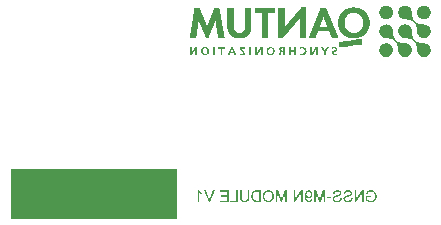
<source format=gbo>
G04*
G04 #@! TF.GenerationSoftware,Altium Limited,Altium Designer,21.6.4 (81)*
G04*
G04 Layer_Color=32896*
%FSLAX25Y25*%
%MOIN*%
G70*
G04*
G04 #@! TF.SameCoordinates,58B769C5-09E4-400E-A119-9391F3B74D98*
G04*
G04*
G04 #@! TF.FilePolarity,Positive*
G04*
G01*
G75*
%ADD47R,0.55512X0.16929*%
G36*
X758032Y763438D02*
X758140D01*
Y763422D01*
X758232D01*
Y763407D01*
X758294D01*
Y763391D01*
X758356D01*
Y763376D01*
X758418D01*
Y763360D01*
X758464D01*
Y763345D01*
X758511D01*
Y763330D01*
X758557D01*
Y763314D01*
X758603D01*
Y763299D01*
X758634D01*
Y763283D01*
X758680D01*
Y763268D01*
X758711D01*
Y763252D01*
X758742D01*
Y763237D01*
X758773D01*
Y763221D01*
X758804D01*
Y763206D01*
X758835D01*
Y763190D01*
X758866D01*
Y763175D01*
X758897D01*
Y763160D01*
X758912D01*
Y763144D01*
X758943D01*
Y763129D01*
X758974D01*
Y763113D01*
X759005D01*
Y763098D01*
X759021D01*
Y763082D01*
X759051D01*
Y763067D01*
X759067D01*
Y763051D01*
X759098D01*
Y763036D01*
X759113D01*
Y763020D01*
X759129D01*
Y763005D01*
X759160D01*
Y762990D01*
X759175D01*
Y762974D01*
X759190D01*
Y762959D01*
X759206D01*
Y762943D01*
X759221D01*
Y762928D01*
X759252D01*
Y762912D01*
X759268D01*
Y762897D01*
X759283D01*
Y762881D01*
X759299D01*
Y762866D01*
X759314D01*
Y762851D01*
X759330D01*
Y762835D01*
X759345D01*
Y762820D01*
X759360D01*
Y762804D01*
X759376D01*
Y762789D01*
X759391D01*
Y762773D01*
X759407D01*
Y762758D01*
X759422D01*
Y762742D01*
X759438D01*
Y762727D01*
X759453D01*
Y762711D01*
X759469D01*
Y762696D01*
X759484D01*
Y762680D01*
X759499D01*
Y762665D01*
X759515D01*
Y762634D01*
X759530D01*
Y762619D01*
X759546D01*
Y762603D01*
X759561D01*
Y762588D01*
X759577D01*
Y762557D01*
X759592D01*
Y762541D01*
X759608D01*
Y762526D01*
X759623D01*
Y762495D01*
X759639D01*
Y762480D01*
X759654D01*
Y762449D01*
X759669D01*
Y762433D01*
X759685D01*
Y762402D01*
X759700D01*
Y762387D01*
X759716D01*
Y762356D01*
X759731D01*
Y762325D01*
X759747D01*
Y762310D01*
X759762D01*
Y762279D01*
X759778D01*
Y762248D01*
X759793D01*
Y762217D01*
X759808D01*
Y762186D01*
X759824D01*
Y762155D01*
X759839D01*
Y762124D01*
X759855D01*
Y762078D01*
X759870D01*
Y762047D01*
X759886D01*
Y762016D01*
X759901D01*
Y761970D01*
X759917D01*
Y761923D01*
X759932D01*
Y761877D01*
X759947D01*
Y761831D01*
X759963D01*
Y761769D01*
X759978D01*
Y761723D01*
X759994D01*
Y761645D01*
X760009D01*
Y761568D01*
X760025D01*
Y761460D01*
X760040D01*
Y761305D01*
X760056D01*
Y761027D01*
X760040D01*
Y760873D01*
X760025D01*
Y760765D01*
X760009D01*
Y760687D01*
X759994D01*
Y760610D01*
X759978D01*
Y760564D01*
X759963D01*
Y760502D01*
X759947D01*
Y760456D01*
X759932D01*
Y760409D01*
X759917D01*
Y760363D01*
X759901D01*
Y760317D01*
X759886D01*
Y760286D01*
X759870D01*
Y760255D01*
X759855D01*
Y760208D01*
X759839D01*
Y760177D01*
X759824D01*
Y760147D01*
X759808D01*
Y760116D01*
X759793D01*
Y760085D01*
X759778D01*
Y760054D01*
X759762D01*
Y760023D01*
X759747D01*
Y760007D01*
X759731D01*
Y759977D01*
X759716D01*
Y759946D01*
X759700D01*
Y759930D01*
X759685D01*
Y759899D01*
X759669D01*
Y759884D01*
X759654D01*
Y759853D01*
X759639D01*
Y759837D01*
X759623D01*
Y759807D01*
X759608D01*
Y759791D01*
X759592D01*
Y759776D01*
X759577D01*
Y759745D01*
X759561D01*
Y759729D01*
X759546D01*
Y759714D01*
X759530D01*
Y759698D01*
X759515D01*
Y759668D01*
X759499D01*
Y759652D01*
X759484D01*
Y759637D01*
X759469D01*
Y759621D01*
X759453D01*
Y759606D01*
X759438D01*
Y759590D01*
X759422D01*
Y759575D01*
X759407D01*
Y759559D01*
X759391D01*
Y759544D01*
X759376D01*
Y759528D01*
X759360D01*
Y759513D01*
X759345D01*
Y759498D01*
X759330D01*
Y759482D01*
X759314D01*
Y759467D01*
X759299D01*
Y759451D01*
X759283D01*
Y759436D01*
X759268D01*
Y759420D01*
X759252D01*
Y759405D01*
X759221D01*
Y759389D01*
X759206D01*
Y759374D01*
X759190D01*
Y759359D01*
X759175D01*
Y759343D01*
X759160D01*
Y759328D01*
X759129D01*
Y759312D01*
X759113D01*
Y759297D01*
X759098D01*
Y759281D01*
X759067D01*
Y759266D01*
X759051D01*
Y759250D01*
X759021D01*
Y759235D01*
X759005D01*
Y759220D01*
X758974D01*
Y759204D01*
X758943D01*
Y759189D01*
X758912D01*
Y759173D01*
X758897D01*
Y759158D01*
X758866D01*
Y759142D01*
X758835D01*
Y759127D01*
X758804D01*
Y759111D01*
X758773D01*
Y759096D01*
X758742D01*
Y759080D01*
X758711D01*
Y759065D01*
X758680D01*
Y759050D01*
X758634D01*
Y759034D01*
X758603D01*
Y759019D01*
X758557D01*
Y759003D01*
X758511D01*
Y758988D01*
X758464D01*
Y758972D01*
X758418D01*
Y758957D01*
X758356D01*
Y758941D01*
X758294D01*
Y758926D01*
X758232D01*
Y758911D01*
X758140D01*
Y758895D01*
X758032D01*
Y758880D01*
X757553D01*
Y758895D01*
X757444D01*
Y758911D01*
X757352D01*
Y758926D01*
X757290D01*
Y758941D01*
X757228D01*
Y758957D01*
X757166D01*
Y758972D01*
X757120D01*
Y758988D01*
X757074D01*
Y759003D01*
X757027D01*
Y759019D01*
X756981D01*
Y759034D01*
X756950D01*
Y759050D01*
X756904D01*
Y759065D01*
X756873D01*
Y759080D01*
X756842D01*
Y759096D01*
X756811D01*
Y759111D01*
X756780D01*
Y759127D01*
X756749D01*
Y759142D01*
X756718D01*
Y759158D01*
X756687D01*
Y759173D01*
X756672D01*
Y759189D01*
X756641D01*
Y759204D01*
X756610D01*
Y759220D01*
X756579D01*
Y759235D01*
X756564D01*
Y759250D01*
X756533D01*
Y759266D01*
X756517D01*
Y759281D01*
X756487D01*
Y759297D01*
X756471D01*
Y759312D01*
X756456D01*
Y759328D01*
X756425D01*
Y759343D01*
X756409D01*
Y759359D01*
X756394D01*
Y759374D01*
X756378D01*
Y759389D01*
X756363D01*
Y759405D01*
X756332D01*
Y759420D01*
X756317D01*
Y759436D01*
X756301D01*
Y759451D01*
X756286D01*
Y759467D01*
X756270D01*
Y759482D01*
X756255D01*
Y759498D01*
X756239D01*
Y759513D01*
X756224D01*
Y759528D01*
X756208D01*
Y759544D01*
X756193D01*
Y759559D01*
X756178D01*
Y759575D01*
X756162D01*
Y759590D01*
X756147D01*
Y759606D01*
X756131D01*
Y759621D01*
X756116D01*
Y759637D01*
X756100D01*
Y759652D01*
X756085D01*
Y759668D01*
X756069D01*
Y759698D01*
X756054D01*
Y759714D01*
X756038D01*
Y759729D01*
X756023D01*
Y759745D01*
X756007D01*
Y759776D01*
X755992D01*
Y759791D01*
X755977D01*
Y759807D01*
X755961D01*
Y759837D01*
X755946D01*
Y759853D01*
X755930D01*
Y759884D01*
X755915D01*
Y759899D01*
X755899D01*
Y759930D01*
X755884D01*
Y759946D01*
X755868D01*
Y759977D01*
X755853D01*
Y760007D01*
X755837D01*
Y760023D01*
X755822D01*
Y760054D01*
X755807D01*
Y760085D01*
X755791D01*
Y760116D01*
X755776D01*
Y760147D01*
X755760D01*
Y760177D01*
X755745D01*
Y760208D01*
X755729D01*
Y760255D01*
X755714D01*
Y760286D01*
X755698D01*
Y760317D01*
X755683D01*
Y760363D01*
X755668D01*
Y760409D01*
X755652D01*
Y760456D01*
X755637D01*
Y760502D01*
X755621D01*
Y760564D01*
X755606D01*
Y760610D01*
X755590D01*
Y760687D01*
X755575D01*
Y760765D01*
X755559D01*
Y760873D01*
X755544D01*
Y761027D01*
X755528D01*
Y761305D01*
X755544D01*
Y761460D01*
X755559D01*
Y761568D01*
X755575D01*
Y761645D01*
X755590D01*
Y761723D01*
X755606D01*
Y761769D01*
X755621D01*
Y761831D01*
X755637D01*
Y761877D01*
X755652D01*
Y761923D01*
X755668D01*
Y761970D01*
X755683D01*
Y762016D01*
X755698D01*
Y762047D01*
X755714D01*
Y762078D01*
X755729D01*
Y762124D01*
X755745D01*
Y762155D01*
X755760D01*
Y762186D01*
X755776D01*
Y762217D01*
X755791D01*
Y762248D01*
X755807D01*
Y762279D01*
X755822D01*
Y762310D01*
X755837D01*
Y762325D01*
X755853D01*
Y762356D01*
X755868D01*
Y762387D01*
X755884D01*
Y762402D01*
X755899D01*
Y762433D01*
X755915D01*
Y762449D01*
X755930D01*
Y762480D01*
X755946D01*
Y762495D01*
X755961D01*
Y762526D01*
X755977D01*
Y762541D01*
X755992D01*
Y762557D01*
X756007D01*
Y762588D01*
X756023D01*
Y762603D01*
X756038D01*
Y762619D01*
X756054D01*
Y762634D01*
X756069D01*
Y762665D01*
X756085D01*
Y762680D01*
X756100D01*
Y762696D01*
X756116D01*
Y762711D01*
X756131D01*
Y762727D01*
X756147D01*
Y762742D01*
X756162D01*
Y762758D01*
X756178D01*
Y762773D01*
X756193D01*
Y762789D01*
X756208D01*
Y762804D01*
X756224D01*
Y762820D01*
X756239D01*
Y762835D01*
X756255D01*
Y762851D01*
X756270D01*
Y762866D01*
X756286D01*
Y762881D01*
X756301D01*
Y762897D01*
X756317D01*
Y762912D01*
X756332D01*
Y762928D01*
X756363D01*
Y762943D01*
X756378D01*
Y762959D01*
X756394D01*
Y762974D01*
X756409D01*
Y762990D01*
X756425D01*
Y763005D01*
X756456D01*
Y763020D01*
X756471D01*
Y763036D01*
X756487D01*
Y763051D01*
X756517D01*
Y763067D01*
X756533D01*
Y763082D01*
X756564D01*
Y763098D01*
X756579D01*
Y763113D01*
X756610D01*
Y763129D01*
X756641D01*
Y763144D01*
X756672D01*
Y763160D01*
X756687D01*
Y763175D01*
X756718D01*
Y763190D01*
X756749D01*
Y763206D01*
X756780D01*
Y763221D01*
X756811D01*
Y763237D01*
X756842D01*
Y763252D01*
X756873D01*
Y763268D01*
X756904D01*
Y763283D01*
X756950D01*
Y763299D01*
X756981D01*
Y763314D01*
X757027D01*
Y763330D01*
X757074D01*
Y763345D01*
X757120D01*
Y763360D01*
X757166D01*
Y763376D01*
X757228D01*
Y763391D01*
X757290D01*
Y763407D01*
X757352D01*
Y763422D01*
X757444D01*
Y763438D01*
X757553D01*
Y763453D01*
X758032D01*
Y763438D01*
D02*
G37*
G36*
X745408D02*
X745516D01*
Y763422D01*
X745609D01*
Y763407D01*
X745686D01*
Y763391D01*
X745748D01*
Y763376D01*
X745794D01*
Y763360D01*
X745856D01*
Y763345D01*
X745902D01*
Y763330D01*
X745949D01*
Y763314D01*
X745980D01*
Y763299D01*
X746026D01*
Y763283D01*
X746057D01*
Y763268D01*
X746088D01*
Y763252D01*
X746119D01*
Y763237D01*
X746165D01*
Y763221D01*
X746196D01*
Y763206D01*
X746211D01*
Y763190D01*
X746242D01*
Y763175D01*
X746273D01*
Y763160D01*
X746304D01*
Y763144D01*
X746335D01*
Y763129D01*
X746350D01*
Y763113D01*
X746381D01*
Y763098D01*
X746412D01*
Y763082D01*
X746428D01*
Y763067D01*
X746459D01*
Y763051D01*
X746474D01*
Y763036D01*
X746490D01*
Y763020D01*
X746521D01*
Y763005D01*
X746536D01*
Y762990D01*
X746551D01*
Y762974D01*
X746582D01*
Y762959D01*
X746598D01*
Y762943D01*
X746613D01*
Y762928D01*
X746629D01*
Y762912D01*
X746644D01*
Y762897D01*
X746675D01*
Y762881D01*
X746691D01*
Y762866D01*
X746706D01*
Y762851D01*
X746721D01*
Y762835D01*
X746737D01*
Y762820D01*
X746752D01*
Y762804D01*
X746768D01*
Y762789D01*
X746783D01*
Y762773D01*
X746799D01*
Y762758D01*
X746814D01*
Y762742D01*
X746830D01*
Y762727D01*
X746845D01*
Y762696D01*
X746860D01*
Y762680D01*
X746876D01*
Y762665D01*
X746891D01*
Y762650D01*
X746907D01*
Y762634D01*
X746922D01*
Y762619D01*
X746938D01*
Y762588D01*
X746953D01*
Y762572D01*
X746969D01*
Y762557D01*
X746984D01*
Y762526D01*
X747000D01*
Y762511D01*
X747015D01*
Y762495D01*
X747030D01*
Y762464D01*
X747046D01*
Y762449D01*
X747061D01*
Y762418D01*
X747077D01*
Y762402D01*
X747092D01*
Y762371D01*
X747108D01*
Y762341D01*
X747123D01*
Y762310D01*
X747139D01*
Y762294D01*
X747154D01*
Y762263D01*
X747169D01*
Y762232D01*
X747185D01*
Y762201D01*
X747200D01*
Y762171D01*
X747216D01*
Y762140D01*
X747231D01*
Y762109D01*
X747247D01*
Y762063D01*
X747262D01*
Y762032D01*
X747278D01*
Y761985D01*
X747293D01*
Y761954D01*
X747308D01*
Y761908D01*
X747324D01*
Y761862D01*
X747339D01*
Y761800D01*
X747355D01*
Y761754D01*
X747370D01*
Y761676D01*
X747386D01*
Y761614D01*
X747401D01*
Y761522D01*
X747417D01*
Y761398D01*
X747432D01*
Y760935D01*
X747417D01*
Y760811D01*
X747401D01*
Y760718D01*
X747386D01*
Y760656D01*
X747370D01*
Y760579D01*
X747355D01*
Y760533D01*
X747339D01*
Y760471D01*
X747324D01*
Y760425D01*
X747308D01*
Y760378D01*
X747293D01*
Y760347D01*
X747278D01*
Y760301D01*
X747262D01*
Y760270D01*
X747247D01*
Y760224D01*
X747231D01*
Y760193D01*
X747216D01*
Y760162D01*
X747200D01*
Y760131D01*
X747185D01*
Y760100D01*
X747169D01*
Y760069D01*
X747154D01*
Y760038D01*
X747139D01*
Y760023D01*
X747123D01*
Y759992D01*
X747108D01*
Y759961D01*
X747092D01*
Y759930D01*
X747077D01*
Y759915D01*
X747061D01*
Y759884D01*
X747046D01*
Y759868D01*
X747030D01*
Y759837D01*
X747015D01*
Y759822D01*
X747000D01*
Y759807D01*
X746984D01*
Y759776D01*
X746969D01*
Y759760D01*
X746953D01*
Y759745D01*
X746938D01*
Y759714D01*
X746922D01*
Y759698D01*
X746907D01*
Y759683D01*
X746891D01*
Y759668D01*
X746876D01*
Y759652D01*
X746860D01*
Y759637D01*
X746845D01*
Y759606D01*
X746830D01*
Y759590D01*
X746814D01*
Y759575D01*
X746799D01*
Y759559D01*
X746783D01*
Y759544D01*
X746768D01*
Y759528D01*
X746752D01*
Y759513D01*
X746737D01*
Y759498D01*
X746721D01*
Y759482D01*
X746706D01*
Y759467D01*
X746691D01*
Y759451D01*
X746660D01*
Y759436D01*
X746644D01*
Y759420D01*
X746629D01*
Y759405D01*
X746613D01*
Y759389D01*
X746598D01*
Y759374D01*
X746567D01*
Y759359D01*
X746551D01*
Y759343D01*
X746536D01*
Y759328D01*
X746521D01*
Y759312D01*
X746490D01*
Y759297D01*
X746474D01*
Y759281D01*
X746459D01*
Y759266D01*
X746428D01*
Y759250D01*
X746412D01*
Y759235D01*
X746381D01*
Y759220D01*
X746350D01*
Y759204D01*
X746335D01*
Y759189D01*
X746304D01*
Y759173D01*
X746273D01*
Y759158D01*
X746242D01*
Y759142D01*
X746211D01*
Y759127D01*
X746196D01*
Y759111D01*
X746165D01*
Y759096D01*
X746119D01*
Y759080D01*
X746088D01*
Y759065D01*
X746057D01*
Y759050D01*
X746026D01*
Y759034D01*
X745980D01*
Y759019D01*
X745949D01*
Y759003D01*
X745902D01*
Y758988D01*
X745856D01*
Y758972D01*
X745794D01*
Y758957D01*
X745748D01*
Y758941D01*
X745686D01*
Y758926D01*
X745609D01*
Y758911D01*
X745516D01*
Y758895D01*
X745408D01*
Y758880D01*
X744944D01*
Y758895D01*
X744836D01*
Y758911D01*
X744744D01*
Y758926D01*
X744666D01*
Y758941D01*
X744605D01*
Y758957D01*
X744558D01*
Y758972D01*
X744496D01*
Y758988D01*
X744450D01*
Y759003D01*
X744404D01*
Y759019D01*
X744373D01*
Y759034D01*
X744326D01*
Y759050D01*
X744296D01*
Y759065D01*
X744265D01*
Y759080D01*
X744234D01*
Y759096D01*
X744187D01*
Y759111D01*
X744157D01*
Y759127D01*
X744141D01*
Y759142D01*
X744110D01*
Y759158D01*
X744079D01*
Y759173D01*
X744048D01*
Y759189D01*
X744017D01*
Y759204D01*
X744002D01*
Y759220D01*
X743971D01*
Y759235D01*
X743940D01*
Y759250D01*
X743925D01*
Y759266D01*
X743894D01*
Y759281D01*
X743878D01*
Y759297D01*
X743863D01*
Y759312D01*
X743832D01*
Y759328D01*
X743817D01*
Y759343D01*
X743801D01*
Y759359D01*
X743786D01*
Y759374D01*
X743755D01*
Y759389D01*
X743739D01*
Y759405D01*
X743724D01*
Y759420D01*
X743708D01*
Y759436D01*
X743678D01*
Y759451D01*
X743662D01*
Y759467D01*
X743647D01*
Y759482D01*
X743631D01*
Y759498D01*
X743616D01*
Y759513D01*
X743600D01*
Y759528D01*
X743585D01*
Y759544D01*
X743569D01*
Y759559D01*
X743554D01*
Y759575D01*
X743538D01*
Y759590D01*
X743523D01*
Y759606D01*
X743507D01*
Y759637D01*
X743492D01*
Y759652D01*
X743477D01*
Y759668D01*
X743461D01*
Y759683D01*
X743446D01*
Y759698D01*
X743430D01*
Y759714D01*
X743415D01*
Y759745D01*
X743399D01*
Y759760D01*
X743384D01*
Y759776D01*
X743368D01*
Y759807D01*
X743353D01*
Y759822D01*
X743338D01*
Y759837D01*
X743322D01*
Y759868D01*
X743307D01*
Y759884D01*
X743291D01*
Y759915D01*
X743276D01*
Y759946D01*
X743260D01*
Y759961D01*
X743245D01*
Y759992D01*
X743229D01*
Y760023D01*
X743214D01*
Y760038D01*
X743198D01*
Y760069D01*
X743183D01*
Y760100D01*
X743168D01*
Y760131D01*
X743152D01*
Y760162D01*
X743137D01*
Y760193D01*
X743121D01*
Y760224D01*
X743106D01*
Y760270D01*
X743090D01*
Y760301D01*
X743075D01*
Y760347D01*
X743059D01*
Y760378D01*
X743044D01*
Y760425D01*
X743028D01*
Y760471D01*
X743013D01*
Y760533D01*
X742998D01*
Y760579D01*
X742982D01*
Y760656D01*
X742967D01*
Y760718D01*
X742951D01*
Y760811D01*
X742936D01*
Y760935D01*
X742920D01*
Y761398D01*
X742936D01*
Y761522D01*
X742951D01*
Y761614D01*
X742967D01*
Y761676D01*
X742982D01*
Y761754D01*
X742998D01*
Y761800D01*
X743013D01*
Y761862D01*
X743028D01*
Y761908D01*
X743044D01*
Y761954D01*
X743059D01*
Y761985D01*
X743075D01*
Y762032D01*
X743090D01*
Y762063D01*
X743106D01*
Y762109D01*
X743121D01*
Y762140D01*
X743137D01*
Y762171D01*
X743152D01*
Y762201D01*
X743168D01*
Y762232D01*
X743183D01*
Y762263D01*
X743198D01*
Y762294D01*
X743214D01*
Y762310D01*
X743229D01*
Y762341D01*
X743245D01*
Y762371D01*
X743260D01*
Y762387D01*
X743276D01*
Y762418D01*
X743291D01*
Y762449D01*
X743307D01*
Y762464D01*
X743322D01*
Y762495D01*
X743338D01*
Y762511D01*
X743353D01*
Y762526D01*
X743368D01*
Y762557D01*
X743384D01*
Y762572D01*
X743399D01*
Y762588D01*
X743415D01*
Y762619D01*
X743430D01*
Y762634D01*
X743446D01*
Y762650D01*
X743461D01*
Y762665D01*
X743477D01*
Y762680D01*
X743492D01*
Y762696D01*
X743507D01*
Y762727D01*
X743523D01*
Y762742D01*
X743538D01*
Y762758D01*
X743554D01*
Y762773D01*
X743569D01*
Y762789D01*
X743585D01*
Y762804D01*
X743600D01*
Y762820D01*
X743616D01*
Y762835D01*
X743631D01*
Y762851D01*
X743647D01*
Y762866D01*
X743662D01*
Y762881D01*
X743693D01*
Y762897D01*
X743708D01*
Y762912D01*
X743724D01*
Y762928D01*
X743739D01*
Y762943D01*
X743755D01*
Y762959D01*
X743786D01*
Y762974D01*
X743801D01*
Y762990D01*
X743817D01*
Y763005D01*
X743832D01*
Y763020D01*
X743863D01*
Y763036D01*
X743878D01*
Y763051D01*
X743894D01*
Y763067D01*
X743925D01*
Y763082D01*
X743940D01*
Y763098D01*
X743971D01*
Y763113D01*
X744002D01*
Y763129D01*
X744017D01*
Y763144D01*
X744048D01*
Y763160D01*
X744079D01*
Y763175D01*
X744110D01*
Y763190D01*
X744141D01*
Y763206D01*
X744157D01*
Y763221D01*
X744187D01*
Y763237D01*
X744234D01*
Y763252D01*
X744265D01*
Y763268D01*
X744296D01*
Y763283D01*
X744326D01*
Y763299D01*
X744373D01*
Y763314D01*
X744404D01*
Y763330D01*
X744450D01*
Y763345D01*
X744496D01*
Y763360D01*
X744558D01*
Y763376D01*
X744605D01*
Y763391D01*
X744666D01*
Y763407D01*
X744744D01*
Y763422D01*
X744836D01*
Y763438D01*
X744944D01*
Y763453D01*
X745408D01*
Y763438D01*
D02*
G37*
G36*
X689568Y762758D02*
X689583D01*
Y762665D01*
X689599D01*
Y762588D01*
X689614D01*
Y762495D01*
X689629D01*
Y762418D01*
X689645D01*
Y762325D01*
X689660D01*
Y762248D01*
X689676D01*
Y762155D01*
X689691D01*
Y762063D01*
X689707D01*
Y761985D01*
X689722D01*
Y761893D01*
X689738D01*
Y761815D01*
X689753D01*
Y761723D01*
X689769D01*
Y761645D01*
X689784D01*
Y761553D01*
X689799D01*
Y761460D01*
X689815D01*
Y761383D01*
X689830D01*
Y761290D01*
X689846D01*
Y761213D01*
X689861D01*
Y761120D01*
X689877D01*
Y761043D01*
X689892D01*
Y760950D01*
X689908D01*
Y760857D01*
X689923D01*
Y760780D01*
X689938D01*
Y760687D01*
X689954D01*
Y760610D01*
X689969D01*
Y760517D01*
X689985D01*
Y760440D01*
X690000D01*
Y760347D01*
X690016D01*
Y760270D01*
X690031D01*
Y760177D01*
X690047D01*
Y760085D01*
X690062D01*
Y760007D01*
X690077D01*
Y759915D01*
X690093D01*
Y759837D01*
X690108D01*
Y759745D01*
X690124D01*
Y759668D01*
X690139D01*
Y759575D01*
X690155D01*
Y759482D01*
X690170D01*
Y759405D01*
X690186D01*
Y759312D01*
X690201D01*
Y759235D01*
X690217D01*
Y759142D01*
X690232D01*
Y759050D01*
X690247D01*
Y758972D01*
X690263D01*
Y758880D01*
X690278D01*
Y758802D01*
X690294D01*
Y758710D01*
X690309D01*
Y758632D01*
X690325D01*
Y758540D01*
X690340D01*
Y758462D01*
X690356D01*
Y758370D01*
X690371D01*
Y758277D01*
X690387D01*
Y758200D01*
X690402D01*
Y758107D01*
X690417D01*
Y758030D01*
X690433D01*
Y757937D01*
X690448D01*
Y757844D01*
X690464D01*
Y757767D01*
X690479D01*
Y757674D01*
X690495D01*
Y757597D01*
X690510D01*
Y757504D01*
X690526D01*
Y757412D01*
X690541D01*
Y757334D01*
X690556D01*
Y757242D01*
X690572D01*
Y757164D01*
X690587D01*
Y757072D01*
X690603D01*
Y756994D01*
X690618D01*
Y756902D01*
X690634D01*
Y756809D01*
X690649D01*
Y756732D01*
X690665D01*
Y756639D01*
X690680D01*
Y756562D01*
X690696D01*
Y756469D01*
X690711D01*
Y756392D01*
X690727D01*
Y756299D01*
X690742D01*
Y756222D01*
X690757D01*
Y756129D01*
X690773D01*
Y756037D01*
X690788D01*
Y755959D01*
X690804D01*
Y755867D01*
X690819D01*
Y755789D01*
X690835D01*
Y755697D01*
X690850D01*
Y755604D01*
X690866D01*
Y755527D01*
X690881D01*
Y755434D01*
X690896D01*
Y755357D01*
X690912D01*
Y755264D01*
X690927D01*
Y755187D01*
X690943D01*
Y755094D01*
X690958D01*
Y755001D01*
X690974D01*
Y754924D01*
X690989D01*
Y754831D01*
X691005D01*
Y754754D01*
X691020D01*
Y754661D01*
X691036D01*
Y754584D01*
X691051D01*
Y754491D01*
X691066D01*
Y754414D01*
X691082D01*
Y754321D01*
X691097D01*
Y754229D01*
X691113D01*
Y754151D01*
X691128D01*
Y754059D01*
X691144D01*
Y753981D01*
X691159D01*
Y753889D01*
X691175D01*
Y753796D01*
X691190D01*
Y753719D01*
X691206D01*
Y753626D01*
X691221D01*
Y753549D01*
X691236D01*
Y753456D01*
X691252D01*
Y753379D01*
X691267D01*
Y753286D01*
X691283D01*
Y753209D01*
X691298D01*
Y753116D01*
X691314D01*
Y753024D01*
X691329D01*
Y752946D01*
X691344D01*
Y752854D01*
X691360D01*
Y752776D01*
X689197D01*
Y752823D01*
X689181D01*
Y752915D01*
X689166D01*
Y753008D01*
X689150D01*
Y753101D01*
X689135D01*
Y753194D01*
X689120D01*
Y753286D01*
X689104D01*
Y753379D01*
X689089D01*
Y753487D01*
X689073D01*
Y753580D01*
X689058D01*
Y753673D01*
X689042D01*
Y753765D01*
X689027D01*
Y753858D01*
X689011D01*
Y753951D01*
X688996D01*
Y754043D01*
X688980D01*
Y754136D01*
X688965D01*
Y754229D01*
X688950D01*
Y754337D01*
X688934D01*
Y754430D01*
X688919D01*
Y754522D01*
X688903D01*
Y754615D01*
X688888D01*
Y754708D01*
X688872D01*
Y754801D01*
X688857D01*
Y754893D01*
X688841D01*
Y755001D01*
X688826D01*
Y755094D01*
X688810D01*
Y755187D01*
X688795D01*
Y755279D01*
X688780D01*
Y755372D01*
X688764D01*
Y755465D01*
X688749D01*
Y755557D01*
X688733D01*
Y755650D01*
X688718D01*
Y755758D01*
X688702D01*
Y755851D01*
X688687D01*
Y755944D01*
X688671D01*
Y756037D01*
X688656D01*
Y756129D01*
X688641D01*
Y756222D01*
X688625D01*
Y756315D01*
X688610D01*
Y756407D01*
X688594D01*
Y756500D01*
X688579D01*
Y756608D01*
X688563D01*
Y756701D01*
X688548D01*
Y756794D01*
X688532D01*
Y756886D01*
X688517D01*
Y756979D01*
X688502D01*
Y757072D01*
X688486D01*
Y757164D01*
X688471D01*
Y757273D01*
X688455D01*
Y757365D01*
X688440D01*
Y757458D01*
X688424D01*
Y757551D01*
X688409D01*
Y757644D01*
X688393D01*
Y757736D01*
X688378D01*
Y757829D01*
X688363D01*
Y757922D01*
X688347D01*
Y758014D01*
X688332D01*
Y758122D01*
X688316D01*
Y758215D01*
X688301D01*
Y758308D01*
X688285D01*
Y758385D01*
X688270D01*
Y758354D01*
X688254D01*
Y758308D01*
X688239D01*
Y758277D01*
X688223D01*
Y758246D01*
X688208D01*
Y758200D01*
X688193D01*
Y758169D01*
X688177D01*
Y758122D01*
X688162D01*
Y758091D01*
X688146D01*
Y758045D01*
X688131D01*
Y758014D01*
X688115D01*
Y757968D01*
X688100D01*
Y757937D01*
X688084D01*
Y757906D01*
X688069D01*
Y757860D01*
X688053D01*
Y757829D01*
X688038D01*
Y757783D01*
X688023D01*
Y757752D01*
X688007D01*
Y757705D01*
X687992D01*
Y757674D01*
X687976D01*
Y757628D01*
X687961D01*
Y757597D01*
X687945D01*
Y757551D01*
X687930D01*
Y757520D01*
X687914D01*
Y757489D01*
X687899D01*
Y757443D01*
X687884D01*
Y757412D01*
X687868D01*
Y757365D01*
X687853D01*
Y757334D01*
X687837D01*
Y757288D01*
X687822D01*
Y757257D01*
X687806D01*
Y757211D01*
X687791D01*
Y757180D01*
X687775D01*
Y757149D01*
X687760D01*
Y757103D01*
X687744D01*
Y757072D01*
X687729D01*
Y757025D01*
X687713D01*
Y756994D01*
X687698D01*
Y756948D01*
X687683D01*
Y756917D01*
X687667D01*
Y756871D01*
X687652D01*
Y756840D01*
X687636D01*
Y756809D01*
X687621D01*
Y756763D01*
X687605D01*
Y756732D01*
X687590D01*
Y756685D01*
X687574D01*
Y756655D01*
X687559D01*
Y756608D01*
X687543D01*
Y756577D01*
X687528D01*
Y756531D01*
X687513D01*
Y756500D01*
X687497D01*
Y756454D01*
X687482D01*
Y756423D01*
X687466D01*
Y756392D01*
X687451D01*
Y756346D01*
X687435D01*
Y756315D01*
X687420D01*
Y756268D01*
X687404D01*
Y756237D01*
X687389D01*
Y756191D01*
X687374D01*
Y756160D01*
X687358D01*
Y756114D01*
X687343D01*
Y756083D01*
X687327D01*
Y756052D01*
X687312D01*
Y756006D01*
X687296D01*
Y755975D01*
X687281D01*
Y755928D01*
X687265D01*
Y755898D01*
X687250D01*
Y755851D01*
X687234D01*
Y755820D01*
X687219D01*
Y755774D01*
X687204D01*
Y755743D01*
X687188D01*
Y755712D01*
X687173D01*
Y755666D01*
X687157D01*
Y755635D01*
X687142D01*
Y755588D01*
X687126D01*
Y755557D01*
X687111D01*
Y755511D01*
X687095D01*
Y755480D01*
X687080D01*
Y755434D01*
X687065D01*
Y755403D01*
X687049D01*
Y755357D01*
X687034D01*
Y755326D01*
X687018D01*
Y755279D01*
X687003D01*
Y755248D01*
X686987D01*
Y755218D01*
X686972D01*
Y755171D01*
X686956D01*
Y755140D01*
X686941D01*
Y755094D01*
X686926D01*
Y755063D01*
X686910D01*
Y755017D01*
X686895D01*
Y754986D01*
X686879D01*
Y754940D01*
X686864D01*
Y754909D01*
X686848D01*
Y754862D01*
X686833D01*
Y754831D01*
X686817D01*
Y754801D01*
X686802D01*
Y754754D01*
X686786D01*
Y754723D01*
X686771D01*
Y754677D01*
X686756D01*
Y754646D01*
X686740D01*
Y754600D01*
X686725D01*
Y754569D01*
X686709D01*
Y754522D01*
X686694D01*
Y754491D01*
X686678D01*
Y754460D01*
X686663D01*
Y754414D01*
X686647D01*
Y754383D01*
X686632D01*
Y754337D01*
X686617D01*
Y754306D01*
X686601D01*
Y754260D01*
X686586D01*
Y754229D01*
X686570D01*
Y754182D01*
X686555D01*
Y754151D01*
X686539D01*
Y754121D01*
X686524D01*
Y754074D01*
X686508D01*
Y754043D01*
X686493D01*
Y753997D01*
X686477D01*
Y753966D01*
X686462D01*
Y753920D01*
X686447D01*
Y753889D01*
X686431D01*
Y753842D01*
X686416D01*
Y753812D01*
X686400D01*
Y753781D01*
X686385D01*
Y753734D01*
X686369D01*
Y753703D01*
X686354D01*
Y753657D01*
X686338D01*
Y753626D01*
X686323D01*
Y753580D01*
X686307D01*
Y753549D01*
X686292D01*
Y753503D01*
X686277D01*
Y753472D01*
X686261D01*
Y753441D01*
X686246D01*
Y753394D01*
X686230D01*
Y753348D01*
X686215D01*
Y753317D01*
X686199D01*
Y753286D01*
X686184D01*
Y753240D01*
X686168D01*
Y753209D01*
X686153D01*
Y753163D01*
X686137D01*
Y753132D01*
X686122D01*
Y753085D01*
X686107D01*
Y753055D01*
X686091D01*
Y753024D01*
X686076D01*
Y752977D01*
X686060D01*
Y752946D01*
X686045D01*
Y752900D01*
X686029D01*
Y752869D01*
X686014D01*
Y752823D01*
X685998D01*
Y752792D01*
X685983D01*
Y752745D01*
X685967D01*
Y752714D01*
X685952D01*
Y752668D01*
X685937D01*
Y752653D01*
X685149D01*
Y752684D01*
X685133D01*
Y752730D01*
X685118D01*
Y752761D01*
X685102D01*
Y752792D01*
X685087D01*
Y752838D01*
X685071D01*
Y752869D01*
X685056D01*
Y752900D01*
X685041D01*
Y752946D01*
X685025D01*
Y752977D01*
X685010D01*
Y753008D01*
X684994D01*
Y753055D01*
X684979D01*
Y753085D01*
X684963D01*
Y753116D01*
X684948D01*
Y753163D01*
X684932D01*
Y753194D01*
X684917D01*
Y753224D01*
X684901D01*
Y753271D01*
X684886D01*
Y753302D01*
X684870D01*
Y753348D01*
X684855D01*
Y753379D01*
X684840D01*
Y753410D01*
X684824D01*
Y753456D01*
X684809D01*
Y753487D01*
X684793D01*
Y753518D01*
X684778D01*
Y753564D01*
X684762D01*
Y753595D01*
X684747D01*
Y753626D01*
X684731D01*
Y753673D01*
X684716D01*
Y753703D01*
X684700D01*
Y753734D01*
X684685D01*
Y753781D01*
X684670D01*
Y753812D01*
X684654D01*
Y753842D01*
X684639D01*
Y753889D01*
X684623D01*
Y753920D01*
X684608D01*
Y753951D01*
X684592D01*
Y753997D01*
X684577D01*
Y754028D01*
X684561D01*
Y754074D01*
X684546D01*
Y754105D01*
X684531D01*
Y754136D01*
X684515D01*
Y754182D01*
X684500D01*
Y754213D01*
X684484D01*
Y754244D01*
X684469D01*
Y754291D01*
X684453D01*
Y754321D01*
X684438D01*
Y754352D01*
X684422D01*
Y754399D01*
X684407D01*
Y754430D01*
X684391D01*
Y754476D01*
X684376D01*
Y754507D01*
X684361D01*
Y754538D01*
X684345D01*
Y754584D01*
X684330D01*
Y754615D01*
X684314D01*
Y754646D01*
X684299D01*
Y754692D01*
X684283D01*
Y754723D01*
X684268D01*
Y754754D01*
X684253D01*
Y754801D01*
X684237D01*
Y754831D01*
X684222D01*
Y754862D01*
X684206D01*
Y754909D01*
X684191D01*
Y754940D01*
X684175D01*
Y754970D01*
X684160D01*
Y755017D01*
X684144D01*
Y755048D01*
X684129D01*
Y755079D01*
X684113D01*
Y755125D01*
X684098D01*
Y755156D01*
X684083D01*
Y755202D01*
X684067D01*
Y755233D01*
X684052D01*
Y755264D01*
X684036D01*
Y755310D01*
X684021D01*
Y755341D01*
X684005D01*
Y755372D01*
X683990D01*
Y755418D01*
X683974D01*
Y755449D01*
X683959D01*
Y755480D01*
X683943D01*
Y755527D01*
X683928D01*
Y755557D01*
X683913D01*
Y755588D01*
X683897D01*
Y755635D01*
X683882D01*
Y755666D01*
X683866D01*
Y755697D01*
X683851D01*
Y755743D01*
X683835D01*
Y755774D01*
X683820D01*
Y755805D01*
X683804D01*
Y755851D01*
X683789D01*
Y755882D01*
X683774D01*
Y755928D01*
X683758D01*
Y755959D01*
X683743D01*
Y755990D01*
X683727D01*
Y756037D01*
X683712D01*
Y756067D01*
X683696D01*
Y756098D01*
X683681D01*
Y756145D01*
X683665D01*
Y756176D01*
X683650D01*
Y756207D01*
X683634D01*
Y756253D01*
X683619D01*
Y756284D01*
X683603D01*
Y756315D01*
X683588D01*
Y756361D01*
X683573D01*
Y756392D01*
X683557D01*
Y756423D01*
X683542D01*
Y756469D01*
X683526D01*
Y756500D01*
X683511D01*
Y756546D01*
X683495D01*
Y756577D01*
X683480D01*
Y756608D01*
X683464D01*
Y756655D01*
X683449D01*
Y756685D01*
X683434D01*
Y756716D01*
X683418D01*
Y756763D01*
X683403D01*
Y756794D01*
X683387D01*
Y756824D01*
X683372D01*
Y756871D01*
X683356D01*
Y756902D01*
X683341D01*
Y756933D01*
X683325D01*
Y756979D01*
X683310D01*
Y757010D01*
X683294D01*
Y757041D01*
X683279D01*
Y757087D01*
X683264D01*
Y757118D01*
X683248D01*
Y757164D01*
X683233D01*
Y757195D01*
X683217D01*
Y757226D01*
X683202D01*
Y757273D01*
X683186D01*
Y757303D01*
X683171D01*
Y757334D01*
X683155D01*
Y757381D01*
X683140D01*
Y757412D01*
X683124D01*
Y757443D01*
X683109D01*
Y757489D01*
X683094D01*
Y757520D01*
X683078D01*
Y757566D01*
X683063D01*
Y757597D01*
X683047D01*
Y757628D01*
X683032D01*
Y757659D01*
X683016D01*
Y757705D01*
X683001D01*
Y757736D01*
X682985D01*
Y757783D01*
X682970D01*
Y757813D01*
X682955D01*
Y757844D01*
X682939D01*
Y757891D01*
X682924D01*
Y757922D01*
X682908D01*
Y757952D01*
X682893D01*
Y757999D01*
X682877D01*
Y758030D01*
X682862D01*
Y758061D01*
X682846D01*
Y758107D01*
X682831D01*
Y758138D01*
X682816D01*
Y758169D01*
X682800D01*
Y758215D01*
X682785D01*
Y758246D01*
X682769D01*
Y758277D01*
X682754D01*
Y758323D01*
X682738D01*
Y758354D01*
X682723D01*
Y758385D01*
X682707D01*
Y758431D01*
X682692D01*
Y758385D01*
X682676D01*
Y758277D01*
X682661D01*
Y758169D01*
X682646D01*
Y758061D01*
X682630D01*
Y757952D01*
X682615D01*
Y757844D01*
X682599D01*
Y757721D01*
X682584D01*
Y757613D01*
X682568D01*
Y757504D01*
X682553D01*
Y757396D01*
X682537D01*
Y757288D01*
X682522D01*
Y757180D01*
X682507D01*
Y757072D01*
X682491D01*
Y756964D01*
X682476D01*
Y756840D01*
X682460D01*
Y756732D01*
X682445D01*
Y756624D01*
X682429D01*
Y756516D01*
X682414D01*
Y756407D01*
X682398D01*
Y756299D01*
X682383D01*
Y756191D01*
X682367D01*
Y756083D01*
X682352D01*
Y755975D01*
X682337D01*
Y755867D01*
X682321D01*
Y755758D01*
X682306D01*
Y755635D01*
X682290D01*
Y755527D01*
X682275D01*
Y755418D01*
X682259D01*
Y755310D01*
X682244D01*
Y755202D01*
X682228D01*
Y755094D01*
X682213D01*
Y754986D01*
X682198D01*
Y754878D01*
X682182D01*
Y754754D01*
X682167D01*
Y754646D01*
X682151D01*
Y754538D01*
X682136D01*
Y754430D01*
X682120D01*
Y754321D01*
X682105D01*
Y754213D01*
X682089D01*
Y754105D01*
X682074D01*
Y753997D01*
X682058D01*
Y753889D01*
X682043D01*
Y753781D01*
X682027D01*
Y753673D01*
X682012D01*
Y753564D01*
X681997D01*
Y753441D01*
X681981D01*
Y753333D01*
X681966D01*
Y753224D01*
X681950D01*
Y753116D01*
X681935D01*
Y753008D01*
X681919D01*
Y752884D01*
X681904D01*
Y752792D01*
X681888D01*
Y752776D01*
X679741D01*
Y752931D01*
X679756D01*
Y753024D01*
X679772D01*
Y753116D01*
X679787D01*
Y753209D01*
X679803D01*
Y753317D01*
X679818D01*
Y753410D01*
X679833D01*
Y753503D01*
X679849D01*
Y753595D01*
X679864D01*
Y753703D01*
X679880D01*
Y753796D01*
X679895D01*
Y753889D01*
X679911D01*
Y753981D01*
X679926D01*
Y754074D01*
X679942D01*
Y754182D01*
X679957D01*
Y754275D01*
X679973D01*
Y754368D01*
X679988D01*
Y754460D01*
X680003D01*
Y754553D01*
X680019D01*
Y754661D01*
X680034D01*
Y754754D01*
X680050D01*
Y754847D01*
X680065D01*
Y754940D01*
X680081D01*
Y755032D01*
X680096D01*
Y755140D01*
X680112D01*
Y755233D01*
X680127D01*
Y755326D01*
X680142D01*
Y755418D01*
X680158D01*
Y755511D01*
X680173D01*
Y755619D01*
X680189D01*
Y755712D01*
X680204D01*
Y755805D01*
X680220D01*
Y755898D01*
X680235D01*
Y755990D01*
X680251D01*
Y756098D01*
X680266D01*
Y756191D01*
X680281D01*
Y756284D01*
X680297D01*
Y756377D01*
X680312D01*
Y756469D01*
X680328D01*
Y756577D01*
X680343D01*
Y756670D01*
X680359D01*
Y756763D01*
X680374D01*
Y756855D01*
X680390D01*
Y756948D01*
X680405D01*
Y757041D01*
X680421D01*
Y757149D01*
X680436D01*
Y757242D01*
X680451D01*
Y757334D01*
X680467D01*
Y757427D01*
X680482D01*
Y757520D01*
X680498D01*
Y757628D01*
X680513D01*
Y757721D01*
X680529D01*
Y757813D01*
X680544D01*
Y757906D01*
X680560D01*
Y757999D01*
X680575D01*
Y758107D01*
X680590D01*
Y758200D01*
X680606D01*
Y758292D01*
X680621D01*
Y758385D01*
X680637D01*
Y758478D01*
X680652D01*
Y758586D01*
X680668D01*
Y758679D01*
X680683D01*
Y758771D01*
X680699D01*
Y758864D01*
X680714D01*
Y758957D01*
X680730D01*
Y759050D01*
X680745D01*
Y759158D01*
X680760D01*
Y759250D01*
X680776D01*
Y759343D01*
X680791D01*
Y759436D01*
X680807D01*
Y759544D01*
X680822D01*
Y759637D01*
X680838D01*
Y759729D01*
X680853D01*
Y759822D01*
X680869D01*
Y759915D01*
X680884D01*
Y760023D01*
X680900D01*
Y760116D01*
X680915D01*
Y760208D01*
X680931D01*
Y760301D01*
X680946D01*
Y760394D01*
X680961D01*
Y760487D01*
X680977D01*
Y760595D01*
X680992D01*
Y760687D01*
X681008D01*
Y760780D01*
X681023D01*
Y760873D01*
X681039D01*
Y760965D01*
X681054D01*
Y761074D01*
X681070D01*
Y761166D01*
X681085D01*
Y761259D01*
X681100D01*
Y761352D01*
X681116D01*
Y761444D01*
X681131D01*
Y761553D01*
X681147D01*
Y761645D01*
X681162D01*
Y761738D01*
X681178D01*
Y761831D01*
X681193D01*
Y761923D01*
X681209D01*
Y762032D01*
X681224D01*
Y762124D01*
X681240D01*
Y762217D01*
X681255D01*
Y762310D01*
X681270D01*
Y762418D01*
X681286D01*
Y762511D01*
X681301D01*
Y762603D01*
X681317D01*
Y762696D01*
X681332D01*
Y762789D01*
X681348D01*
Y762804D01*
X682924D01*
Y762789D01*
X682939D01*
Y762758D01*
X682955D01*
Y762727D01*
X682970D01*
Y762680D01*
X682985D01*
Y762650D01*
X683001D01*
Y762619D01*
X683016D01*
Y762572D01*
X683032D01*
Y762541D01*
X683047D01*
Y762511D01*
X683063D01*
Y762464D01*
X683078D01*
Y762433D01*
X683094D01*
Y762402D01*
X683109D01*
Y762356D01*
X683124D01*
Y762325D01*
X683140D01*
Y762294D01*
X683155D01*
Y762248D01*
X683171D01*
Y762217D01*
X683186D01*
Y762171D01*
X683202D01*
Y762140D01*
X683217D01*
Y762109D01*
X683233D01*
Y762063D01*
X683248D01*
Y762032D01*
X683264D01*
Y761985D01*
X683279D01*
Y761954D01*
X683294D01*
Y761923D01*
X683310D01*
Y761877D01*
X683325D01*
Y761846D01*
X683341D01*
Y761815D01*
X683356D01*
Y761769D01*
X683372D01*
Y761738D01*
X683387D01*
Y761707D01*
X683403D01*
Y761661D01*
X683418D01*
Y761630D01*
X683434D01*
Y761584D01*
X683449D01*
Y761553D01*
X683464D01*
Y761522D01*
X683480D01*
Y761475D01*
X683495D01*
Y761444D01*
X683511D01*
Y761413D01*
X683526D01*
Y761367D01*
X683542D01*
Y761336D01*
X683557D01*
Y761290D01*
X683573D01*
Y761259D01*
X683588D01*
Y761228D01*
X683603D01*
Y761182D01*
X683619D01*
Y761151D01*
X683634D01*
Y761120D01*
X683650D01*
Y761074D01*
X683665D01*
Y761043D01*
X683681D01*
Y761012D01*
X683696D01*
Y760965D01*
X683712D01*
Y760935D01*
X683727D01*
Y760888D01*
X683743D01*
Y760857D01*
X683758D01*
Y760826D01*
X683774D01*
Y760780D01*
X683789D01*
Y760749D01*
X683804D01*
Y760718D01*
X683820D01*
Y760672D01*
X683835D01*
Y760641D01*
X683851D01*
Y760595D01*
X683866D01*
Y760564D01*
X683882D01*
Y760533D01*
X683897D01*
Y760487D01*
X683913D01*
Y760456D01*
X683928D01*
Y760425D01*
X683943D01*
Y760378D01*
X683959D01*
Y760347D01*
X683974D01*
Y760317D01*
X683990D01*
Y760270D01*
X684005D01*
Y760239D01*
X684021D01*
Y760193D01*
X684036D01*
Y760162D01*
X684052D01*
Y760131D01*
X684067D01*
Y760085D01*
X684083D01*
Y760054D01*
X684098D01*
Y760007D01*
X684113D01*
Y759977D01*
X684129D01*
Y759946D01*
X684144D01*
Y759899D01*
X684160D01*
Y759868D01*
X684175D01*
Y759837D01*
X684191D01*
Y759791D01*
X684206D01*
Y759760D01*
X684222D01*
Y759729D01*
X684237D01*
Y759683D01*
X684253D01*
Y759652D01*
X684268D01*
Y759621D01*
X684283D01*
Y759575D01*
X684299D01*
Y759544D01*
X684314D01*
Y759498D01*
X684330D01*
Y759467D01*
X684345D01*
Y759436D01*
X684361D01*
Y759389D01*
X684376D01*
Y759359D01*
X684391D01*
Y759328D01*
X684407D01*
Y759281D01*
X684422D01*
Y759250D01*
X684438D01*
Y759204D01*
X684453D01*
Y759173D01*
X684469D01*
Y759142D01*
X684484D01*
Y759096D01*
X684500D01*
Y759065D01*
X684515D01*
Y759034D01*
X684531D01*
Y758988D01*
X684546D01*
Y758957D01*
X684561D01*
Y758926D01*
X684577D01*
Y758880D01*
X684592D01*
Y758849D01*
X684608D01*
Y758802D01*
X684623D01*
Y758771D01*
X684639D01*
Y758741D01*
X684654D01*
Y758694D01*
X684670D01*
Y758663D01*
X684685D01*
Y758632D01*
X684700D01*
Y758586D01*
X684716D01*
Y758555D01*
X684731D01*
Y758509D01*
X684747D01*
Y758478D01*
X684762D01*
Y758447D01*
X684778D01*
Y758401D01*
X684793D01*
Y758370D01*
X684809D01*
Y758323D01*
X684824D01*
Y758292D01*
X684840D01*
Y758261D01*
X684855D01*
Y758215D01*
X684870D01*
Y758184D01*
X684886D01*
Y758153D01*
X684901D01*
Y758107D01*
X684917D01*
Y758076D01*
X684932D01*
Y758045D01*
X684948D01*
Y757999D01*
X684963D01*
Y757968D01*
X684979D01*
Y757922D01*
X684994D01*
Y757891D01*
X685010D01*
Y757860D01*
X685025D01*
Y757813D01*
X685041D01*
Y757783D01*
X685056D01*
Y757752D01*
X685071D01*
Y757705D01*
X685087D01*
Y757674D01*
X685102D01*
Y757644D01*
X685118D01*
Y757597D01*
X685133D01*
Y757566D01*
X685149D01*
Y757535D01*
X685164D01*
Y757489D01*
X685180D01*
Y757458D01*
X685195D01*
Y757412D01*
X685210D01*
Y757381D01*
X685226D01*
Y757350D01*
X685241D01*
Y757303D01*
X685257D01*
Y757273D01*
X685272D01*
Y757226D01*
X685288D01*
Y757195D01*
X685303D01*
Y757164D01*
X685319D01*
Y757118D01*
X685334D01*
Y757087D01*
X685350D01*
Y757056D01*
X685365D01*
Y757010D01*
X685380D01*
Y756979D01*
X685396D01*
Y756948D01*
X685411D01*
Y756902D01*
X685427D01*
Y756871D01*
X685442D01*
Y756824D01*
X685458D01*
Y756794D01*
X685473D01*
Y756763D01*
X685489D01*
Y756716D01*
X685504D01*
Y756685D01*
X685535D01*
Y756732D01*
X685550D01*
Y756763D01*
X685566D01*
Y756809D01*
X685581D01*
Y756840D01*
X685597D01*
Y756871D01*
X685612D01*
Y756917D01*
X685628D01*
Y756948D01*
X685643D01*
Y756994D01*
X685659D01*
Y757025D01*
X685674D01*
Y757072D01*
X685689D01*
Y757103D01*
X685705D01*
Y757149D01*
X685720D01*
Y757180D01*
X685736D01*
Y757211D01*
X685751D01*
Y757257D01*
X685767D01*
Y757288D01*
X685782D01*
Y757334D01*
X685798D01*
Y757365D01*
X685813D01*
Y757412D01*
X685828D01*
Y757443D01*
X685844D01*
Y757489D01*
X685859D01*
Y757520D01*
X685875D01*
Y757566D01*
X685890D01*
Y757597D01*
X685906D01*
Y757644D01*
X685921D01*
Y757674D01*
X685937D01*
Y757705D01*
X685952D01*
Y757752D01*
X685967D01*
Y757783D01*
X685983D01*
Y757829D01*
X685998D01*
Y757860D01*
X686014D01*
Y757906D01*
X686029D01*
Y757937D01*
X686045D01*
Y757983D01*
X686060D01*
Y758014D01*
X686076D01*
Y758061D01*
X686091D01*
Y758091D01*
X686107D01*
Y758122D01*
X686122D01*
Y758169D01*
X686137D01*
Y758200D01*
X686153D01*
Y758246D01*
X686168D01*
Y758277D01*
X686184D01*
Y758323D01*
X686199D01*
Y758354D01*
X686215D01*
Y758401D01*
X686230D01*
Y758431D01*
X686246D01*
Y758478D01*
X686261D01*
Y758509D01*
X686277D01*
Y758540D01*
X686292D01*
Y758586D01*
X686307D01*
Y758617D01*
X686323D01*
Y758663D01*
X686338D01*
Y758694D01*
X686354D01*
Y758741D01*
X686369D01*
Y758771D01*
X686385D01*
Y758818D01*
X686400D01*
Y758849D01*
X686416D01*
Y758895D01*
X686431D01*
Y758926D01*
X686447D01*
Y758972D01*
X686462D01*
Y759003D01*
X686477D01*
Y759034D01*
X686493D01*
Y759080D01*
X686508D01*
Y759111D01*
X686524D01*
Y759158D01*
X686539D01*
Y759189D01*
X686555D01*
Y759235D01*
X686570D01*
Y759266D01*
X686586D01*
Y759312D01*
X686601D01*
Y759343D01*
X686617D01*
Y759389D01*
X686632D01*
Y759420D01*
X686647D01*
Y759451D01*
X686663D01*
Y759498D01*
X686678D01*
Y759528D01*
X686694D01*
Y759575D01*
X686709D01*
Y759606D01*
X686725D01*
Y759652D01*
X686740D01*
Y759683D01*
X686756D01*
Y759729D01*
X686771D01*
Y759760D01*
X686786D01*
Y759791D01*
X686802D01*
Y759837D01*
X686817D01*
Y759868D01*
X686833D01*
Y759915D01*
X686848D01*
Y759946D01*
X686864D01*
Y759992D01*
X686879D01*
Y760023D01*
X686895D01*
Y760069D01*
X686910D01*
Y760100D01*
X686926D01*
Y760131D01*
X686941D01*
Y760177D01*
X686956D01*
Y760208D01*
X686972D01*
Y760255D01*
X686987D01*
Y760286D01*
X687003D01*
Y760332D01*
X687018D01*
Y760363D01*
X687034D01*
Y760409D01*
X687049D01*
Y760440D01*
X687065D01*
Y760471D01*
X687080D01*
Y760517D01*
X687095D01*
Y760548D01*
X687111D01*
Y760595D01*
X687126D01*
Y760626D01*
X687142D01*
Y760672D01*
X687157D01*
Y760703D01*
X687173D01*
Y760749D01*
X687188D01*
Y760780D01*
X687204D01*
Y760826D01*
X687219D01*
Y760857D01*
X687234D01*
Y760904D01*
X687250D01*
Y760935D01*
X687265D01*
Y760981D01*
X687281D01*
Y761012D01*
X687296D01*
Y761058D01*
X687312D01*
Y761089D01*
X687327D01*
Y761120D01*
X687343D01*
Y761166D01*
X687358D01*
Y761197D01*
X687374D01*
Y761244D01*
X687389D01*
Y761274D01*
X687404D01*
Y761321D01*
X687420D01*
Y761352D01*
X687435D01*
Y761398D01*
X687451D01*
Y761429D01*
X687466D01*
Y761475D01*
X687482D01*
Y761506D01*
X687497D01*
Y761537D01*
X687513D01*
Y761584D01*
X687528D01*
Y761614D01*
X687543D01*
Y761661D01*
X687559D01*
Y761692D01*
X687574D01*
Y761738D01*
X687590D01*
Y761769D01*
X687605D01*
Y761815D01*
X687621D01*
Y761846D01*
X687636D01*
Y761877D01*
X687652D01*
Y761923D01*
X687667D01*
Y761954D01*
X687683D01*
Y762001D01*
X687698D01*
Y762032D01*
X687713D01*
Y762078D01*
X687729D01*
Y762109D01*
X687744D01*
Y762155D01*
X687760D01*
Y762186D01*
X687775D01*
Y762232D01*
X687791D01*
Y762263D01*
X687806D01*
Y762310D01*
X687822D01*
Y762341D01*
X687837D01*
Y762371D01*
X687853D01*
Y762418D01*
X687868D01*
Y762449D01*
X687884D01*
Y762495D01*
X687899D01*
Y762526D01*
X687914D01*
Y762572D01*
X687930D01*
Y762603D01*
X687945D01*
Y762650D01*
X687961D01*
Y762680D01*
X687976D01*
Y762711D01*
X687992D01*
Y762758D01*
X688007D01*
Y762789D01*
X688023D01*
Y762804D01*
X689568D01*
Y762758D01*
D02*
G37*
G36*
X718508Y752776D02*
X716375D01*
Y752792D01*
X716360D01*
Y754816D01*
Y754831D01*
Y759127D01*
X716344D01*
Y759111D01*
X716329D01*
Y759080D01*
X716314D01*
Y759065D01*
X716298D01*
Y759050D01*
X716283D01*
Y759034D01*
X716267D01*
Y759019D01*
X716252D01*
Y759003D01*
X716236D01*
Y758972D01*
X716221D01*
Y758957D01*
X716205D01*
Y758941D01*
X716190D01*
Y758926D01*
X716175D01*
Y758911D01*
X716159D01*
Y758895D01*
X716144D01*
Y758864D01*
X716128D01*
Y758849D01*
X716113D01*
Y758833D01*
X716097D01*
Y758818D01*
X716082D01*
Y758802D01*
X716066D01*
Y758787D01*
X716051D01*
Y758756D01*
X716035D01*
Y758741D01*
X716020D01*
Y758725D01*
X716005D01*
Y758710D01*
X715989D01*
Y758694D01*
X715974D01*
Y758679D01*
X715958D01*
Y758648D01*
X715943D01*
Y758632D01*
X715927D01*
Y758617D01*
X715912D01*
Y758601D01*
X715896D01*
Y758586D01*
X715881D01*
Y758570D01*
X715866D01*
Y758555D01*
X715850D01*
Y758524D01*
X715835D01*
Y758509D01*
X715819D01*
Y758493D01*
X715804D01*
Y758478D01*
X715788D01*
Y758462D01*
X715773D01*
Y758447D01*
X715757D01*
Y758416D01*
X715742D01*
Y758401D01*
X715726D01*
Y758385D01*
X715711D01*
Y758370D01*
X715695D01*
Y758354D01*
X715680D01*
Y758323D01*
X715665D01*
Y758308D01*
X715649D01*
Y758292D01*
X715634D01*
Y758277D01*
X715618D01*
Y758261D01*
X715603D01*
Y758246D01*
X715587D01*
Y758215D01*
X715572D01*
Y758200D01*
X715556D01*
Y758184D01*
X715541D01*
Y758169D01*
X715525D01*
Y758153D01*
X715510D01*
Y758138D01*
X715495D01*
Y758107D01*
X715479D01*
Y758091D01*
X715464D01*
Y758076D01*
X715448D01*
Y758061D01*
X715433D01*
Y758045D01*
X715417D01*
Y758030D01*
X715402D01*
Y758014D01*
X715386D01*
Y757983D01*
X715371D01*
Y757968D01*
X715356D01*
Y757952D01*
X715340D01*
Y757937D01*
X715325D01*
Y757922D01*
X715309D01*
Y757891D01*
X715294D01*
Y757875D01*
X715278D01*
Y757860D01*
X715263D01*
Y757844D01*
X715247D01*
Y757829D01*
X715232D01*
Y757813D01*
X715216D01*
Y757798D01*
X715201D01*
Y757767D01*
X715186D01*
Y757752D01*
X715170D01*
Y757736D01*
X715155D01*
Y757721D01*
X715139D01*
Y757705D01*
X715124D01*
Y757690D01*
X715108D01*
Y757659D01*
X715093D01*
Y757644D01*
X715077D01*
Y757628D01*
X715062D01*
Y757613D01*
X715047D01*
Y757597D01*
X715031D01*
Y757582D01*
X715016D01*
Y757551D01*
X715000D01*
Y757535D01*
X714985D01*
Y757520D01*
X714969D01*
Y757504D01*
X714954D01*
Y757489D01*
X714938D01*
Y757474D01*
X714923D01*
Y757443D01*
X714908D01*
Y757427D01*
X714892D01*
Y757412D01*
X714877D01*
Y757396D01*
X714861D01*
Y757381D01*
X714846D01*
Y757365D01*
X714830D01*
Y757334D01*
X714815D01*
Y757319D01*
X714799D01*
Y757303D01*
X714784D01*
Y757288D01*
X714768D01*
Y757273D01*
X714753D01*
Y757257D01*
X714738D01*
Y757226D01*
X714722D01*
Y757211D01*
X714707D01*
Y757195D01*
X714691D01*
Y757180D01*
X714676D01*
Y757164D01*
X714660D01*
Y757149D01*
X714645D01*
Y757118D01*
X714629D01*
Y757103D01*
X714614D01*
Y757087D01*
X714599D01*
Y757072D01*
X714583D01*
Y757056D01*
X714568D01*
Y757041D01*
X714552D01*
Y757010D01*
X714537D01*
Y756994D01*
X714521D01*
Y756979D01*
X714506D01*
Y756964D01*
X714490D01*
Y756948D01*
X714475D01*
Y756917D01*
X714459D01*
Y756902D01*
X714444D01*
Y756886D01*
X714429D01*
Y756871D01*
X714413D01*
Y756855D01*
X714398D01*
Y756840D01*
X714382D01*
Y756824D01*
X714367D01*
Y756794D01*
X714351D01*
Y756778D01*
X714336D01*
Y756763D01*
X714320D01*
Y756747D01*
X714305D01*
Y756732D01*
X714290D01*
Y756716D01*
X714274D01*
Y756685D01*
X714259D01*
Y756670D01*
X714243D01*
Y756655D01*
X714228D01*
Y756639D01*
X714212D01*
Y756624D01*
X714197D01*
Y756608D01*
X714181D01*
Y756577D01*
X714166D01*
Y756562D01*
X714150D01*
Y756546D01*
X714135D01*
Y756531D01*
X714119D01*
Y756516D01*
X714104D01*
Y756500D01*
X714089D01*
Y756485D01*
X714073D01*
Y756454D01*
X714058D01*
Y756438D01*
X714042D01*
Y756423D01*
X714027D01*
Y756407D01*
X714011D01*
Y756392D01*
X713996D01*
Y756377D01*
X713980D01*
Y756346D01*
X713965D01*
Y756330D01*
X713949D01*
Y756315D01*
X713934D01*
Y756299D01*
X713919D01*
Y756284D01*
X713903D01*
Y756268D01*
X713888D01*
Y756237D01*
X713872D01*
Y756222D01*
X713857D01*
Y756207D01*
X713841D01*
Y756191D01*
X713826D01*
Y756176D01*
X713810D01*
Y756145D01*
X713795D01*
Y756129D01*
X713780D01*
Y756114D01*
X713764D01*
Y756098D01*
X713749D01*
Y756083D01*
X713733D01*
Y756067D01*
X713718D01*
Y756052D01*
X713702D01*
Y756021D01*
X713687D01*
Y756006D01*
X713671D01*
Y755990D01*
X713656D01*
Y755975D01*
X713640D01*
Y755959D01*
X713625D01*
Y755944D01*
X713610D01*
Y755913D01*
X713594D01*
Y755898D01*
X713579D01*
Y755882D01*
X713563D01*
Y755867D01*
X713548D01*
Y755851D01*
X713532D01*
Y755836D01*
X713517D01*
Y755805D01*
X713501D01*
Y755789D01*
X713486D01*
Y755774D01*
X713471D01*
Y755758D01*
X713455D01*
Y755743D01*
X713440D01*
Y755712D01*
X713424D01*
Y755697D01*
X713409D01*
Y755681D01*
X713393D01*
Y755666D01*
X713378D01*
Y755650D01*
X713362D01*
Y755635D01*
X713347D01*
Y755619D01*
X713332D01*
Y755588D01*
X713316D01*
Y755573D01*
X713301D01*
Y755557D01*
X713285D01*
Y755542D01*
X713270D01*
Y755527D01*
X713254D01*
Y755511D01*
X713239D01*
Y755480D01*
X713223D01*
Y755465D01*
X713208D01*
Y755449D01*
X713192D01*
Y755434D01*
X713177D01*
Y755418D01*
X713162D01*
Y755403D01*
X713146D01*
Y755372D01*
X713131D01*
Y755357D01*
X713115D01*
Y755341D01*
X713100D01*
Y755326D01*
X713084D01*
Y755310D01*
X713069D01*
Y755295D01*
X713053D01*
Y755264D01*
X713038D01*
Y755248D01*
X713023D01*
Y755233D01*
X713007D01*
Y755218D01*
X712992D01*
Y755202D01*
X712976D01*
Y755187D01*
X712961D01*
Y755156D01*
X712945D01*
Y755140D01*
X712930D01*
Y755125D01*
X712914D01*
Y755110D01*
X712899D01*
Y755094D01*
X712883D01*
Y755079D01*
X712868D01*
Y755048D01*
X712852D01*
Y755032D01*
X712837D01*
Y755017D01*
X712822D01*
Y755001D01*
X712806D01*
Y754986D01*
X712791D01*
Y754970D01*
X712775D01*
Y754955D01*
X712760D01*
Y754924D01*
X712744D01*
Y754909D01*
X712729D01*
Y754893D01*
X712713D01*
Y754878D01*
X712698D01*
Y754862D01*
X712682D01*
Y754847D01*
X712667D01*
Y754816D01*
X712652D01*
Y754801D01*
X712636D01*
Y754785D01*
X712621D01*
Y754770D01*
X712605D01*
Y754754D01*
X712590D01*
Y754739D01*
X712574D01*
Y754708D01*
X712559D01*
Y754692D01*
X712543D01*
Y754677D01*
X712528D01*
Y754661D01*
X712513D01*
Y754646D01*
X712497D01*
Y754631D01*
X712482D01*
Y754600D01*
X712466D01*
Y754584D01*
X712451D01*
Y754569D01*
X712435D01*
Y754553D01*
X712420D01*
Y754538D01*
X712404D01*
Y754522D01*
X712389D01*
Y754491D01*
X712373D01*
Y754476D01*
X712358D01*
Y754460D01*
X712343D01*
Y754445D01*
X712327D01*
Y754430D01*
X712312D01*
Y754414D01*
X712296D01*
Y754383D01*
X712281D01*
Y754368D01*
X712265D01*
Y754352D01*
X712250D01*
Y754337D01*
X712234D01*
Y754321D01*
X712219D01*
Y754291D01*
X712204D01*
Y754275D01*
X712188D01*
Y754260D01*
X712173D01*
Y754244D01*
X712157D01*
Y754229D01*
X712142D01*
Y754213D01*
X712126D01*
Y754198D01*
X712111D01*
Y754167D01*
X712095D01*
Y754151D01*
X712080D01*
Y754136D01*
X712065D01*
Y754121D01*
X712049D01*
Y754105D01*
X712034D01*
Y754090D01*
X712018D01*
Y754059D01*
X712003D01*
Y754043D01*
X711987D01*
Y754028D01*
X711972D01*
Y754012D01*
X711956D01*
Y753997D01*
X711941D01*
Y753981D01*
X711925D01*
Y753951D01*
X711910D01*
Y753935D01*
X711895D01*
Y753920D01*
X711879D01*
Y753904D01*
X711864D01*
Y753889D01*
X711848D01*
Y753873D01*
X711833D01*
Y753858D01*
X711817D01*
Y753827D01*
X711802D01*
Y753812D01*
X711786D01*
Y753796D01*
X711771D01*
Y753781D01*
X711756D01*
Y753765D01*
X711740D01*
Y753734D01*
X711725D01*
Y753719D01*
X711709D01*
Y753703D01*
X711694D01*
Y753688D01*
X711678D01*
Y753673D01*
X711663D01*
Y753657D01*
X711647D01*
Y753642D01*
X711632D01*
Y753611D01*
X711616D01*
Y753595D01*
X711601D01*
Y753580D01*
X711586D01*
Y753564D01*
X711570D01*
Y753549D01*
X711555D01*
Y753534D01*
X711539D01*
Y753503D01*
X711524D01*
Y753487D01*
X711508D01*
Y753472D01*
X711493D01*
Y753456D01*
X711477D01*
Y753441D01*
X711462D01*
Y753425D01*
X711446D01*
Y753394D01*
X711431D01*
Y753379D01*
X711415D01*
Y753364D01*
X711400D01*
Y753348D01*
X711385D01*
Y753333D01*
X711369D01*
Y753302D01*
X711354D01*
Y753286D01*
X711338D01*
Y753271D01*
X711323D01*
Y753255D01*
X711307D01*
Y753240D01*
X711292D01*
Y753224D01*
X711276D01*
Y753194D01*
X711261D01*
Y753178D01*
X711246D01*
Y753163D01*
X711230D01*
Y753147D01*
X711215D01*
Y753132D01*
X711199D01*
Y753116D01*
X711184D01*
Y753085D01*
X711168D01*
Y753070D01*
X711153D01*
Y753055D01*
X711137D01*
Y753039D01*
X711122D01*
Y753024D01*
X711106D01*
Y753008D01*
X711091D01*
Y752977D01*
X711076D01*
Y752962D01*
X711060D01*
Y752946D01*
X711045D01*
Y752931D01*
X711029D01*
Y752915D01*
X711014D01*
Y752900D01*
X710998D01*
Y752884D01*
X710983D01*
Y752854D01*
X710967D01*
Y752838D01*
X710952D01*
Y752823D01*
X710937D01*
Y752807D01*
X710921D01*
Y752792D01*
X710906D01*
Y752776D01*
X710890D01*
Y752745D01*
X710875D01*
Y752730D01*
X710859D01*
Y752714D01*
X710844D01*
Y752699D01*
X710828D01*
Y752684D01*
X710813D01*
Y752653D01*
X710798D01*
Y752637D01*
X710782D01*
Y752622D01*
X710767D01*
Y752606D01*
X710736D01*
Y752591D01*
X709191D01*
Y752606D01*
X709175D01*
Y762619D01*
X709191D01*
Y762634D01*
X711323D01*
Y756299D01*
X711338D01*
Y756315D01*
X711354D01*
Y756330D01*
X711369D01*
Y756346D01*
X711385D01*
Y756377D01*
X711400D01*
Y756392D01*
X711415D01*
Y756407D01*
X711431D01*
Y756423D01*
X711446D01*
Y756438D01*
X711462D01*
Y756454D01*
X711477D01*
Y756485D01*
X711493D01*
Y756500D01*
X711508D01*
Y756516D01*
X711524D01*
Y756531D01*
X711539D01*
Y756546D01*
X711555D01*
Y756562D01*
X711570D01*
Y756593D01*
X711586D01*
Y756608D01*
X711601D01*
Y756624D01*
X711616D01*
Y756639D01*
X711632D01*
Y756655D01*
X711647D01*
Y756670D01*
X711663D01*
Y756701D01*
X711678D01*
Y756716D01*
X711694D01*
Y756732D01*
X711709D01*
Y756747D01*
X711725D01*
Y756763D01*
X711740D01*
Y756778D01*
X711756D01*
Y756809D01*
X711771D01*
Y756824D01*
X711786D01*
Y756840D01*
X711802D01*
Y756855D01*
X711817D01*
Y756871D01*
X711833D01*
Y756886D01*
X711848D01*
Y756902D01*
X711864D01*
Y756933D01*
X711879D01*
Y756948D01*
X711895D01*
Y756964D01*
X711910D01*
Y756979D01*
X711925D01*
Y756994D01*
X711941D01*
Y757010D01*
X711956D01*
Y757041D01*
X711972D01*
Y757056D01*
X711987D01*
Y757072D01*
X712003D01*
Y757087D01*
X712018D01*
Y757103D01*
X712034D01*
Y757134D01*
X712049D01*
Y757149D01*
X712065D01*
Y757164D01*
X712080D01*
Y757180D01*
X712095D01*
Y757195D01*
X712111D01*
Y757211D01*
X712126D01*
Y757242D01*
X712142D01*
Y757257D01*
X712157D01*
Y757273D01*
X712173D01*
Y757288D01*
X712188D01*
Y757303D01*
X712204D01*
Y757319D01*
X712219D01*
Y757350D01*
X712234D01*
Y757365D01*
X712250D01*
Y757381D01*
X712265D01*
Y757396D01*
X712281D01*
Y757412D01*
X712296D01*
Y757427D01*
X712312D01*
Y757458D01*
X712327D01*
Y757474D01*
X712343D01*
Y757489D01*
X712358D01*
Y757504D01*
X712373D01*
Y757520D01*
X712389D01*
Y757535D01*
X712404D01*
Y757566D01*
X712420D01*
Y757582D01*
X712435D01*
Y757597D01*
X712451D01*
Y757613D01*
X712466D01*
Y757628D01*
X712482D01*
Y757644D01*
X712497D01*
Y757659D01*
X712513D01*
Y757690D01*
X712528D01*
Y757705D01*
X712543D01*
Y757721D01*
X712559D01*
Y757736D01*
X712574D01*
Y757752D01*
X712590D01*
Y757767D01*
X712605D01*
Y757798D01*
X712621D01*
Y757813D01*
X712636D01*
Y757829D01*
X712652D01*
Y757844D01*
X712667D01*
Y757860D01*
X712682D01*
Y757875D01*
X712698D01*
Y757906D01*
X712713D01*
Y757922D01*
X712729D01*
Y757937D01*
X712744D01*
Y757952D01*
X712760D01*
Y757968D01*
X712775D01*
Y757983D01*
X712791D01*
Y758014D01*
X712806D01*
Y758030D01*
X712822D01*
Y758045D01*
X712837D01*
Y758061D01*
X712852D01*
Y758076D01*
X712868D01*
Y758091D01*
X712883D01*
Y758122D01*
X712899D01*
Y758138D01*
X712914D01*
Y758153D01*
X712930D01*
Y758169D01*
X712945D01*
Y758184D01*
X712961D01*
Y758200D01*
X712976D01*
Y758231D01*
X712992D01*
Y758246D01*
X713007D01*
Y758261D01*
X713023D01*
Y758277D01*
X713038D01*
Y758292D01*
X713053D01*
Y758308D01*
X713069D01*
Y758339D01*
X713084D01*
Y758354D01*
X713100D01*
Y758370D01*
X713115D01*
Y758385D01*
X713131D01*
Y758401D01*
X713146D01*
Y758416D01*
X713162D01*
Y758447D01*
X713177D01*
Y758462D01*
X713192D01*
Y758478D01*
X713208D01*
Y758493D01*
X713223D01*
Y758509D01*
X713239D01*
Y758540D01*
X713254D01*
Y758555D01*
X713270D01*
Y758570D01*
X713285D01*
Y758586D01*
X713301D01*
Y758601D01*
X713316D01*
Y758617D01*
X713332D01*
Y758648D01*
X713347D01*
Y758663D01*
X713362D01*
Y758679D01*
X713378D01*
Y758694D01*
X713393D01*
Y758710D01*
X713409D01*
Y758725D01*
X713424D01*
Y758741D01*
X713440D01*
Y758771D01*
X713455D01*
Y758787D01*
X713471D01*
Y758802D01*
X713486D01*
Y758818D01*
X713501D01*
Y758833D01*
X713517D01*
Y758849D01*
X713532D01*
Y758880D01*
X713548D01*
Y758895D01*
X713563D01*
Y758911D01*
X713579D01*
Y758926D01*
X713594D01*
Y758941D01*
X713610D01*
Y758957D01*
X713625D01*
Y758988D01*
X713640D01*
Y759003D01*
X713656D01*
Y759019D01*
X713671D01*
Y759034D01*
X713687D01*
Y759050D01*
X713702D01*
Y759065D01*
X713718D01*
Y759080D01*
X713733D01*
Y759111D01*
X713749D01*
Y759127D01*
X713764D01*
Y759142D01*
X713780D01*
Y759158D01*
X713795D01*
Y759173D01*
X713810D01*
Y759204D01*
X713826D01*
Y759220D01*
X713841D01*
Y759235D01*
X713857D01*
Y759250D01*
X713872D01*
Y759266D01*
X713888D01*
Y759281D01*
X713903D01*
Y759312D01*
X713919D01*
Y759328D01*
X713934D01*
Y759343D01*
X713949D01*
Y759359D01*
X713965D01*
Y759374D01*
X713980D01*
Y759389D01*
X713996D01*
Y759405D01*
X714011D01*
Y759436D01*
X714027D01*
Y759451D01*
X714042D01*
Y759467D01*
X714058D01*
Y759482D01*
X714073D01*
Y759498D01*
X714089D01*
Y759513D01*
X714104D01*
Y759544D01*
X714119D01*
Y759559D01*
X714135D01*
Y759575D01*
X714150D01*
Y759590D01*
X714166D01*
Y759606D01*
X714181D01*
Y759621D01*
X714197D01*
Y759652D01*
X714212D01*
Y759668D01*
X714228D01*
Y759683D01*
X714243D01*
Y759698D01*
X714259D01*
Y759714D01*
X714274D01*
Y759745D01*
X714290D01*
Y759760D01*
X714305D01*
Y759776D01*
X714320D01*
Y759791D01*
X714336D01*
Y759807D01*
X714351D01*
Y759822D01*
X714367D01*
Y759837D01*
X714382D01*
Y759868D01*
X714398D01*
Y759884D01*
X714413D01*
Y759899D01*
X714429D01*
Y759915D01*
X714444D01*
Y759930D01*
X714459D01*
Y759946D01*
X714475D01*
Y759977D01*
X714490D01*
Y759992D01*
X714506D01*
Y760007D01*
X714521D01*
Y760023D01*
X714537D01*
Y760038D01*
X714552D01*
Y760054D01*
X714568D01*
Y760085D01*
X714583D01*
Y760100D01*
X714599D01*
Y760116D01*
X714614D01*
Y760131D01*
X714629D01*
Y760147D01*
X714645D01*
Y760162D01*
X714660D01*
Y760193D01*
X714676D01*
Y760208D01*
X714691D01*
Y760224D01*
X714707D01*
Y760239D01*
X714722D01*
Y760255D01*
X714738D01*
Y760270D01*
X714753D01*
Y760301D01*
X714768D01*
Y760317D01*
X714784D01*
Y760332D01*
X714799D01*
Y760347D01*
X714815D01*
Y760363D01*
X714830D01*
Y760378D01*
X714846D01*
Y760409D01*
X714861D01*
Y760425D01*
X714877D01*
Y760440D01*
X714892D01*
Y760456D01*
X714908D01*
Y760471D01*
X714923D01*
Y760487D01*
X714938D01*
Y760502D01*
X714954D01*
Y760533D01*
X714969D01*
Y760548D01*
X714985D01*
Y760564D01*
X715000D01*
Y760579D01*
X715016D01*
Y760595D01*
X715031D01*
Y760610D01*
X715047D01*
Y760641D01*
X715062D01*
Y760656D01*
X715077D01*
Y760672D01*
X715093D01*
Y760687D01*
X715108D01*
Y760703D01*
X715124D01*
Y760718D01*
X715139D01*
Y760749D01*
X715155D01*
Y760765D01*
X715170D01*
Y760780D01*
X715186D01*
Y760795D01*
X715201D01*
Y760811D01*
X715216D01*
Y760842D01*
X715232D01*
Y760857D01*
X715247D01*
Y760873D01*
X715263D01*
Y760888D01*
X715278D01*
Y760904D01*
X715294D01*
Y760919D01*
X715309D01*
Y760950D01*
X715325D01*
Y760965D01*
X715340D01*
Y760981D01*
X715356D01*
Y760996D01*
X715371D01*
Y761012D01*
X715386D01*
Y761027D01*
X715402D01*
Y761043D01*
X715417D01*
Y761074D01*
X715433D01*
Y761089D01*
X715448D01*
Y761104D01*
X715464D01*
Y761120D01*
X715479D01*
Y761135D01*
X715495D01*
Y761166D01*
X715510D01*
Y761182D01*
X715525D01*
Y761197D01*
X715541D01*
Y761213D01*
X715556D01*
Y761228D01*
X715572D01*
Y761244D01*
X715587D01*
Y761259D01*
X715603D01*
Y761290D01*
X715618D01*
Y761305D01*
X715634D01*
Y761321D01*
X715649D01*
Y761336D01*
X715665D01*
Y761352D01*
X715680D01*
Y761367D01*
X715695D01*
Y761398D01*
X715711D01*
Y761413D01*
X715726D01*
Y761429D01*
X715742D01*
Y761444D01*
X715757D01*
Y761460D01*
X715773D01*
Y761475D01*
X715788D01*
Y761506D01*
X715804D01*
Y761522D01*
X715819D01*
Y761537D01*
X715835D01*
Y761553D01*
X715850D01*
Y761568D01*
X715866D01*
Y761584D01*
X715881D01*
Y761614D01*
X715896D01*
Y761630D01*
X715912D01*
Y761645D01*
X715927D01*
Y761661D01*
X715943D01*
Y761676D01*
X715958D01*
Y761692D01*
X715974D01*
Y761723D01*
X715989D01*
Y761738D01*
X716005D01*
Y761754D01*
X716020D01*
Y761769D01*
X716035D01*
Y761784D01*
X716051D01*
Y761800D01*
X716066D01*
Y761815D01*
X716082D01*
Y761846D01*
X716097D01*
Y761862D01*
X716113D01*
Y761877D01*
X716128D01*
Y761893D01*
X716144D01*
Y761908D01*
X716159D01*
Y761923D01*
X716175D01*
Y761954D01*
X716190D01*
Y761970D01*
X716205D01*
Y761985D01*
X716221D01*
Y762001D01*
X716236D01*
Y762016D01*
X716252D01*
Y762032D01*
X716267D01*
Y762063D01*
X716283D01*
Y762078D01*
X716298D01*
Y762093D01*
X716314D01*
Y762109D01*
X716329D01*
Y762124D01*
X716344D01*
Y762155D01*
X716360D01*
Y762171D01*
X716375D01*
Y762186D01*
X716391D01*
Y762201D01*
X716406D01*
Y762217D01*
X716422D01*
Y762232D01*
X716437D01*
Y762263D01*
X716453D01*
Y762279D01*
X716468D01*
Y762294D01*
X716483D01*
Y762310D01*
X716499D01*
Y762325D01*
X716514D01*
Y762341D01*
X716530D01*
Y762371D01*
X716545D01*
Y762387D01*
X716561D01*
Y762402D01*
X716576D01*
Y762418D01*
X716592D01*
Y762433D01*
X716607D01*
Y762449D01*
X716623D01*
Y762480D01*
X716638D01*
Y762495D01*
X716653D01*
Y762511D01*
X716669D01*
Y762526D01*
X716684D01*
Y762541D01*
X716700D01*
Y762557D01*
X716715D01*
Y762588D01*
X716731D01*
Y762603D01*
X716746D01*
Y762619D01*
X716762D01*
Y762634D01*
X716777D01*
Y762650D01*
X716792D01*
Y762665D01*
X716808D01*
Y762696D01*
X716823D01*
Y762711D01*
X716839D01*
Y762727D01*
X716854D01*
Y762742D01*
X716870D01*
Y762758D01*
X716885D01*
Y762773D01*
X716901D01*
Y762804D01*
X716916D01*
Y762820D01*
X716932D01*
Y762835D01*
X716947D01*
Y762851D01*
X718508D01*
Y752776D01*
D02*
G37*
G36*
X700275Y756160D02*
X700260D01*
Y755944D01*
X700244D01*
Y755805D01*
X700229D01*
Y755681D01*
X700213D01*
Y755573D01*
X700198D01*
Y755496D01*
X700183D01*
Y755418D01*
X700167D01*
Y755341D01*
X700152D01*
Y755264D01*
X700136D01*
Y755202D01*
X700121D01*
Y755140D01*
X700105D01*
Y755094D01*
X700090D01*
Y755032D01*
X700074D01*
Y754986D01*
X700059D01*
Y754940D01*
X700043D01*
Y754893D01*
X700028D01*
Y754847D01*
X700013D01*
Y754801D01*
X699997D01*
Y754770D01*
X699982D01*
Y754723D01*
X699966D01*
Y754677D01*
X699951D01*
Y754646D01*
X699935D01*
Y754615D01*
X699920D01*
Y754569D01*
X699904D01*
Y754538D01*
X699889D01*
Y754507D01*
X699873D01*
Y754476D01*
X699858D01*
Y754445D01*
X699843D01*
Y754414D01*
X699827D01*
Y754383D01*
X699812D01*
Y754352D01*
X699796D01*
Y754321D01*
X699781D01*
Y754306D01*
X699765D01*
Y754275D01*
X699750D01*
Y754244D01*
X699734D01*
Y754229D01*
X699719D01*
Y754198D01*
X699704D01*
Y754167D01*
X699688D01*
Y754151D01*
X699673D01*
Y754121D01*
X699657D01*
Y754105D01*
X699642D01*
Y754074D01*
X699626D01*
Y754059D01*
X699611D01*
Y754028D01*
X699595D01*
Y754012D01*
X699580D01*
Y753981D01*
X699565D01*
Y753966D01*
X699549D01*
Y753951D01*
X699534D01*
Y753920D01*
X699518D01*
Y753904D01*
X699503D01*
Y753889D01*
X699487D01*
Y753873D01*
X699472D01*
Y753842D01*
X699456D01*
Y753827D01*
X699441D01*
Y753812D01*
X699426D01*
Y753796D01*
X699410D01*
Y753781D01*
X699395D01*
Y753765D01*
X699379D01*
Y753750D01*
X699364D01*
Y753719D01*
X699348D01*
Y753703D01*
X699333D01*
Y753688D01*
X699317D01*
Y753673D01*
X699302D01*
Y753657D01*
X699286D01*
Y753642D01*
X699271D01*
Y753626D01*
X699256D01*
Y753611D01*
X699240D01*
Y753595D01*
X699225D01*
Y753580D01*
X699209D01*
Y753564D01*
X699194D01*
Y753549D01*
X699178D01*
Y753534D01*
X699163D01*
Y753518D01*
X699132D01*
Y753503D01*
X699116D01*
Y753487D01*
X699101D01*
Y753472D01*
X699086D01*
Y753456D01*
X699070D01*
Y753441D01*
X699055D01*
Y753425D01*
X699024D01*
Y753410D01*
X699008D01*
Y753394D01*
X698993D01*
Y753379D01*
X698977D01*
Y753364D01*
X698947D01*
Y753348D01*
X698931D01*
Y753333D01*
X698916D01*
Y753317D01*
X698885D01*
Y753302D01*
X698869D01*
Y753286D01*
X698838D01*
Y753271D01*
X698823D01*
Y753255D01*
X698792D01*
Y753240D01*
X698776D01*
Y753224D01*
X698746D01*
Y753209D01*
X698730D01*
Y753194D01*
X698699D01*
Y753178D01*
X698684D01*
Y753163D01*
X698653D01*
Y753147D01*
X698622D01*
Y753132D01*
X698607D01*
Y753116D01*
X698576D01*
Y753101D01*
X698545D01*
Y753085D01*
X698514D01*
Y753070D01*
X698483D01*
Y753055D01*
X698467D01*
Y753039D01*
X698437D01*
Y753024D01*
X698406D01*
Y753008D01*
X698375D01*
Y752993D01*
X698344D01*
Y752977D01*
X698298D01*
Y752962D01*
X698267D01*
Y752946D01*
X698236D01*
Y752931D01*
X698205D01*
Y752915D01*
X698159D01*
Y752900D01*
X698112D01*
Y752884D01*
X698081D01*
Y752869D01*
X698035D01*
Y752854D01*
X698004D01*
Y752838D01*
X697958D01*
Y752823D01*
X697911D01*
Y752807D01*
X697865D01*
Y752792D01*
X697819D01*
Y752776D01*
X697757D01*
Y752761D01*
X697710D01*
Y752745D01*
X697664D01*
Y752730D01*
X697602D01*
Y752714D01*
X697540D01*
Y752699D01*
X697479D01*
Y752684D01*
X697417D01*
Y752668D01*
X697340D01*
Y752653D01*
X697262D01*
Y752637D01*
X697154D01*
Y752622D01*
X697061D01*
Y752606D01*
X696938D01*
Y752591D01*
X696799D01*
Y752575D01*
X696598D01*
Y752560D01*
X695995D01*
Y752575D01*
X695794D01*
Y752591D01*
X695640D01*
Y752606D01*
X695516D01*
Y752622D01*
X695424D01*
Y752637D01*
X695331D01*
Y752653D01*
X695254D01*
Y752668D01*
X695192D01*
Y752684D01*
X695115D01*
Y752699D01*
X695037D01*
Y752714D01*
X694991D01*
Y752730D01*
X694929D01*
Y752745D01*
X694867D01*
Y752761D01*
X694806D01*
Y752776D01*
X694759D01*
Y752792D01*
X694713D01*
Y752807D01*
X694666D01*
Y752823D01*
X694620D01*
Y752838D01*
X694574D01*
Y752854D01*
X694527D01*
Y752869D01*
X694497D01*
Y752884D01*
X694450D01*
Y752900D01*
X694404D01*
Y752915D01*
X694373D01*
Y752931D01*
X694327D01*
Y752946D01*
X694296D01*
Y752962D01*
X694265D01*
Y752977D01*
X694234D01*
Y752993D01*
X694203D01*
Y753008D01*
X694172D01*
Y753024D01*
X694126D01*
Y753039D01*
X694095D01*
Y753055D01*
X694064D01*
Y753070D01*
X694033D01*
Y753085D01*
X694018D01*
Y753101D01*
X693987D01*
Y753116D01*
X693956D01*
Y753132D01*
X693925D01*
Y753147D01*
X693894D01*
Y753163D01*
X693879D01*
Y753178D01*
X693848D01*
Y753194D01*
X693832D01*
Y753209D01*
X693801D01*
Y753224D01*
X693770D01*
Y753240D01*
X693755D01*
Y753255D01*
X693724D01*
Y753271D01*
X693709D01*
Y753286D01*
X693678D01*
Y753302D01*
X693662D01*
Y753317D01*
X693647D01*
Y753333D01*
X693616D01*
Y753348D01*
X693600D01*
Y753364D01*
X693585D01*
Y753379D01*
X693554D01*
Y753394D01*
X693539D01*
Y753410D01*
X693523D01*
Y753425D01*
X693508D01*
Y753441D01*
X693477D01*
Y753456D01*
X693461D01*
Y753472D01*
X693446D01*
Y753487D01*
X693430D01*
Y753503D01*
X693415D01*
Y753518D01*
X693384D01*
Y753534D01*
X693369D01*
Y753549D01*
X693353D01*
Y753564D01*
X693338D01*
Y753580D01*
X693322D01*
Y753595D01*
X693307D01*
Y753611D01*
X693291D01*
Y753626D01*
X693276D01*
Y753642D01*
X693260D01*
Y753657D01*
X693245D01*
Y753673D01*
X693230D01*
Y753688D01*
X693214D01*
Y753703D01*
X693199D01*
Y753719D01*
X693183D01*
Y753734D01*
X693168D01*
Y753750D01*
X693152D01*
Y753765D01*
X693137D01*
Y753796D01*
X693121D01*
Y753812D01*
X693106D01*
Y753827D01*
X693090D01*
Y753842D01*
X693075D01*
Y753858D01*
X693060D01*
Y753873D01*
X693044D01*
Y753904D01*
X693029D01*
Y753920D01*
X693013D01*
Y753935D01*
X692998D01*
Y753966D01*
X692982D01*
Y753981D01*
X692967D01*
Y753997D01*
X692951D01*
Y754028D01*
X692936D01*
Y754043D01*
X692920D01*
Y754074D01*
X692905D01*
Y754090D01*
X692890D01*
Y754121D01*
X692874D01*
Y754136D01*
X692859D01*
Y754167D01*
X692843D01*
Y754182D01*
X692828D01*
Y754213D01*
X692812D01*
Y754244D01*
X692797D01*
Y754260D01*
X692781D01*
Y754291D01*
X692766D01*
Y754321D01*
X692751D01*
Y754352D01*
X692735D01*
Y754368D01*
X692720D01*
Y754399D01*
X692704D01*
Y754430D01*
X692689D01*
Y754460D01*
X692673D01*
Y754507D01*
X692658D01*
Y754538D01*
X692642D01*
Y754569D01*
X692627D01*
Y754600D01*
X692612D01*
Y754631D01*
X692596D01*
Y754677D01*
X692581D01*
Y754708D01*
X692565D01*
Y754754D01*
X692550D01*
Y754785D01*
X692534D01*
Y754831D01*
X692519D01*
Y754878D01*
X692503D01*
Y754924D01*
X692488D01*
Y754970D01*
X692473D01*
Y755017D01*
X692457D01*
Y755079D01*
X692442D01*
Y755125D01*
X692426D01*
Y755187D01*
X692411D01*
Y755248D01*
X692395D01*
Y755310D01*
X692380D01*
Y755388D01*
X692364D01*
Y755465D01*
X692349D01*
Y755542D01*
X692333D01*
Y755650D01*
X692318D01*
Y755743D01*
X692303D01*
Y755867D01*
X692287D01*
Y756037D01*
X692272D01*
Y756268D01*
X692256D01*
Y762619D01*
X694404D01*
Y756114D01*
X694419D01*
Y755990D01*
X694435D01*
Y755898D01*
X694450D01*
Y755820D01*
X694466D01*
Y755758D01*
X694481D01*
Y755697D01*
X694497D01*
Y755650D01*
X694512D01*
Y755604D01*
X694527D01*
Y755557D01*
X694543D01*
Y755527D01*
X694558D01*
Y755480D01*
X694574D01*
Y755449D01*
X694589D01*
Y755403D01*
X694605D01*
Y755372D01*
X694620D01*
Y755341D01*
X694636D01*
Y755310D01*
X694651D01*
Y755279D01*
X694666D01*
Y755248D01*
X694682D01*
Y755233D01*
X694697D01*
Y755202D01*
X694713D01*
Y755171D01*
X694728D01*
Y755156D01*
X694744D01*
Y755125D01*
X694759D01*
Y755110D01*
X694775D01*
Y755079D01*
X694790D01*
Y755063D01*
X694806D01*
Y755032D01*
X694821D01*
Y755017D01*
X694837D01*
Y755001D01*
X694852D01*
Y754986D01*
X694867D01*
Y754955D01*
X694883D01*
Y754940D01*
X694898D01*
Y754924D01*
X694914D01*
Y754909D01*
X694929D01*
Y754893D01*
X694945D01*
Y754878D01*
X694960D01*
Y754862D01*
X694976D01*
Y754847D01*
X694991D01*
Y754831D01*
X695006D01*
Y754816D01*
X695022D01*
Y754801D01*
X695037D01*
Y754785D01*
X695053D01*
Y754770D01*
X695068D01*
Y754754D01*
X695084D01*
Y754739D01*
X695099D01*
Y754723D01*
X695130D01*
Y754708D01*
X695146D01*
Y754692D01*
X695161D01*
Y754677D01*
X695192D01*
Y754661D01*
X695207D01*
Y754646D01*
X695223D01*
Y754631D01*
X695254D01*
Y754615D01*
X695269D01*
Y754600D01*
X695300D01*
Y754584D01*
X695316D01*
Y754569D01*
X695346D01*
Y754553D01*
X695377D01*
Y754538D01*
X695408D01*
Y754522D01*
X695424D01*
Y754507D01*
X695455D01*
Y754491D01*
X695485D01*
Y754476D01*
X695532D01*
Y754460D01*
X695563D01*
Y754445D01*
X695594D01*
Y754430D01*
X695640D01*
Y754414D01*
X695686D01*
Y754399D01*
X695733D01*
Y754383D01*
X695794D01*
Y754368D01*
X695856D01*
Y754352D01*
X695933D01*
Y754337D01*
X696026D01*
Y754321D01*
X696196D01*
Y754306D01*
X696335D01*
Y754321D01*
X696505D01*
Y754337D01*
X696613D01*
Y754352D01*
X696691D01*
Y754368D01*
X696752D01*
Y754383D01*
X696814D01*
Y754399D01*
X696861D01*
Y754414D01*
X696891D01*
Y754430D01*
X696938D01*
Y754445D01*
X696984D01*
Y754460D01*
X697015D01*
Y754476D01*
X697046D01*
Y754491D01*
X697077D01*
Y754507D01*
X697108D01*
Y754522D01*
X697139D01*
Y754538D01*
X697170D01*
Y754553D01*
X697200D01*
Y754569D01*
X697216D01*
Y754584D01*
X697247D01*
Y754600D01*
X697262D01*
Y754615D01*
X697293D01*
Y754631D01*
X697324D01*
Y754646D01*
X697340D01*
Y754661D01*
X697355D01*
Y754677D01*
X697370D01*
Y754692D01*
X697401D01*
Y754708D01*
X697417D01*
Y754723D01*
X697432D01*
Y754739D01*
X697448D01*
Y754754D01*
X697479D01*
Y754770D01*
X697494D01*
Y754785D01*
X697509D01*
Y754801D01*
X697525D01*
Y754816D01*
X697540D01*
Y754831D01*
X697556D01*
Y754847D01*
X697571D01*
Y754862D01*
X697587D01*
Y754878D01*
X697602D01*
Y754893D01*
X697618D01*
Y754909D01*
X697633D01*
Y754924D01*
X697649D01*
Y754940D01*
Y754955D01*
X697664D01*
Y754970D01*
X697680D01*
Y754986D01*
X697695D01*
Y755001D01*
X697710D01*
Y755017D01*
X697726D01*
Y755048D01*
X697741D01*
Y755063D01*
X697757D01*
Y755094D01*
X697772D01*
Y755110D01*
X697788D01*
Y755140D01*
X697803D01*
Y755156D01*
X697819D01*
Y755187D01*
X697834D01*
Y755202D01*
X697849D01*
Y755233D01*
X697865D01*
Y755264D01*
X697880D01*
Y755279D01*
X697896D01*
Y755310D01*
X697911D01*
Y755341D01*
X697927D01*
Y755388D01*
X697942D01*
Y755418D01*
X697958D01*
Y755449D01*
X697973D01*
Y755480D01*
X697989D01*
Y755527D01*
X698004D01*
Y755557D01*
X698019D01*
Y755604D01*
X698035D01*
Y755650D01*
X698050D01*
Y755697D01*
X698066D01*
Y755758D01*
X698081D01*
Y755820D01*
X698097D01*
Y755913D01*
X698112D01*
Y756021D01*
X698128D01*
Y756268D01*
X698143D01*
Y756438D01*
X698128D01*
Y762619D01*
X700275D01*
Y756160D01*
D02*
G37*
G36*
X725121Y762804D02*
X725136D01*
Y762773D01*
X725152D01*
Y762742D01*
X725167D01*
Y762696D01*
X725182D01*
Y762665D01*
X725198D01*
Y762634D01*
X725213D01*
Y762588D01*
X725229D01*
Y762557D01*
X725244D01*
Y762511D01*
X725260D01*
Y762480D01*
X725275D01*
Y762433D01*
X725291D01*
Y762402D01*
X725306D01*
Y762371D01*
X725322D01*
Y762325D01*
X725337D01*
Y762294D01*
X725352D01*
Y762263D01*
X725368D01*
Y762217D01*
X725383D01*
Y762186D01*
X725399D01*
Y762140D01*
X725414D01*
Y762109D01*
X725430D01*
Y762078D01*
X725445D01*
Y762032D01*
X725461D01*
Y762001D01*
X725476D01*
Y761954D01*
X725492D01*
Y761923D01*
X725507D01*
Y761893D01*
X725522D01*
Y761846D01*
X725538D01*
Y761815D01*
X725553D01*
Y761769D01*
X725569D01*
Y761738D01*
X725584D01*
Y761707D01*
X725600D01*
Y761661D01*
X725615D01*
Y761630D01*
X725631D01*
Y761584D01*
X725646D01*
Y761553D01*
X725662D01*
Y761522D01*
X725677D01*
Y761475D01*
X725692D01*
Y761444D01*
X725708D01*
Y761398D01*
X725723D01*
Y761367D01*
X725739D01*
Y761336D01*
X725754D01*
Y761290D01*
X725770D01*
Y761259D01*
X725785D01*
Y761228D01*
X725801D01*
Y761182D01*
X725816D01*
Y761151D01*
X725831D01*
Y761104D01*
X725847D01*
Y761074D01*
X725862D01*
Y761043D01*
X725878D01*
Y760996D01*
X725893D01*
Y760965D01*
X725909D01*
Y760919D01*
X725924D01*
Y760888D01*
X725940D01*
Y760857D01*
X725955D01*
Y760811D01*
X725971D01*
Y760780D01*
X725986D01*
Y760749D01*
X726001D01*
Y760703D01*
X726017D01*
Y760672D01*
X726032D01*
Y760626D01*
X726048D01*
Y760595D01*
X726063D01*
Y760548D01*
X726079D01*
Y760517D01*
X726094D01*
Y760487D01*
X726110D01*
Y760440D01*
X726125D01*
Y760409D01*
X726140D01*
Y760363D01*
X726156D01*
Y760332D01*
X726171D01*
Y760301D01*
X726187D01*
Y760255D01*
X726202D01*
Y760224D01*
X726218D01*
Y760193D01*
X726233D01*
Y760147D01*
X726249D01*
Y760116D01*
X726264D01*
Y760069D01*
X726279D01*
Y760038D01*
X726295D01*
Y760007D01*
X726310D01*
Y759961D01*
X726326D01*
Y759930D01*
X726341D01*
Y759884D01*
X726357D01*
Y759853D01*
X726372D01*
Y759807D01*
X726388D01*
Y759776D01*
X726403D01*
Y759745D01*
X726419D01*
Y759698D01*
X726434D01*
Y759668D01*
X726449D01*
Y759621D01*
X726465D01*
Y759590D01*
X726480D01*
Y759559D01*
X726496D01*
Y759513D01*
X726511D01*
Y759482D01*
X726527D01*
Y759451D01*
X726542D01*
Y759405D01*
X726558D01*
Y759374D01*
X726573D01*
Y759328D01*
X726589D01*
Y759297D01*
X726604D01*
Y759266D01*
X726619D01*
Y759220D01*
X726635D01*
Y759189D01*
X726650D01*
Y759142D01*
X726666D01*
Y759111D01*
X726681D01*
Y759080D01*
X726697D01*
Y759034D01*
X726712D01*
Y759003D01*
X726728D01*
Y758957D01*
X726743D01*
Y758926D01*
X726758D01*
Y758895D01*
X726774D01*
Y758849D01*
X726789D01*
Y758818D01*
X726805D01*
Y758771D01*
X726820D01*
Y758741D01*
X726836D01*
Y758710D01*
X726851D01*
Y758663D01*
X726867D01*
Y758632D01*
X726882D01*
Y758586D01*
X726898D01*
Y758555D01*
X726913D01*
Y758524D01*
X726929D01*
Y758478D01*
X726944D01*
Y758447D01*
X726959D01*
Y758401D01*
X726975D01*
Y758370D01*
X726990D01*
Y758339D01*
X727006D01*
Y758292D01*
X727021D01*
Y758261D01*
X727037D01*
Y758231D01*
X727052D01*
Y758184D01*
X727068D01*
Y758153D01*
X727083D01*
Y758107D01*
X727098D01*
Y758076D01*
X727114D01*
Y758045D01*
X727129D01*
Y757999D01*
X727145D01*
Y757968D01*
X727160D01*
Y757922D01*
X727176D01*
Y757891D01*
X727191D01*
Y757860D01*
X727207D01*
Y757813D01*
X727222D01*
Y757783D01*
X727238D01*
Y757736D01*
X727253D01*
Y757705D01*
X727268D01*
Y757674D01*
X727284D01*
Y757628D01*
X727299D01*
Y757597D01*
X727315D01*
Y757551D01*
X727330D01*
Y757520D01*
X727346D01*
Y757489D01*
X727361D01*
Y757443D01*
X727377D01*
Y757412D01*
X727392D01*
Y757365D01*
X727408D01*
Y757334D01*
X727423D01*
Y757303D01*
X727438D01*
Y757257D01*
X727454D01*
Y757226D01*
X727469D01*
Y757180D01*
X727485D01*
Y757149D01*
X727500D01*
Y757118D01*
X727516D01*
Y757072D01*
X727531D01*
Y757041D01*
X727547D01*
Y757010D01*
X727562D01*
Y756964D01*
X727577D01*
Y756933D01*
X727593D01*
Y756886D01*
X727608D01*
Y756855D01*
X727624D01*
Y756824D01*
X727639D01*
Y756778D01*
X727655D01*
Y756747D01*
X727670D01*
Y756701D01*
X727686D01*
Y756670D01*
X727701D01*
Y756639D01*
X727716D01*
Y756593D01*
X727732D01*
Y756562D01*
X727747D01*
Y756516D01*
X727763D01*
Y756485D01*
X727778D01*
Y756454D01*
X727794D01*
Y756407D01*
X727809D01*
Y756377D01*
X727825D01*
Y756330D01*
X727840D01*
Y756299D01*
X727855D01*
Y756253D01*
X727871D01*
Y756222D01*
X727886D01*
Y756191D01*
X727902D01*
Y756145D01*
X727917D01*
Y756114D01*
X727933D01*
Y756083D01*
X727948D01*
Y756037D01*
X727964D01*
Y756006D01*
X727979D01*
Y755959D01*
X727995D01*
Y755928D01*
X728010D01*
Y755898D01*
X728025D01*
Y755851D01*
X728041D01*
Y755820D01*
X728056D01*
Y755774D01*
X728072D01*
Y755743D01*
X728087D01*
Y755712D01*
X728103D01*
Y755666D01*
X728118D01*
Y755635D01*
X728134D01*
Y755588D01*
X728149D01*
Y755557D01*
X728165D01*
Y755511D01*
X728180D01*
Y755480D01*
X728195D01*
Y755449D01*
X728211D01*
Y755403D01*
X728226D01*
Y755372D01*
X728242D01*
Y755341D01*
X728257D01*
Y755295D01*
X728273D01*
Y755264D01*
X728288D01*
Y755218D01*
X728304D01*
Y755187D01*
X728319D01*
Y755156D01*
X728335D01*
Y755110D01*
X728350D01*
Y755079D01*
X728365D01*
Y755032D01*
X728381D01*
Y755001D01*
X728396D01*
Y754970D01*
X728412D01*
Y754924D01*
X728427D01*
Y754893D01*
X728443D01*
Y754847D01*
X728458D01*
Y754816D01*
X728474D01*
Y754785D01*
X728489D01*
Y754739D01*
X728505D01*
Y754708D01*
X728520D01*
Y754661D01*
X728535D01*
Y754631D01*
X728551D01*
Y754600D01*
X728566D01*
Y754553D01*
X728582D01*
Y754522D01*
X728597D01*
Y754491D01*
X728613D01*
Y754445D01*
X728628D01*
Y754414D01*
X728644D01*
Y754368D01*
X728659D01*
Y754337D01*
X728674D01*
Y754306D01*
X728690D01*
Y754260D01*
X728705D01*
Y754229D01*
X728721D01*
Y754198D01*
X728736D01*
Y754151D01*
X728752D01*
Y754121D01*
X728767D01*
Y754074D01*
X728783D01*
Y754043D01*
X728798D01*
Y753997D01*
X728814D01*
Y753966D01*
X728829D01*
Y753935D01*
X728844D01*
Y753889D01*
X728860D01*
Y753858D01*
X728875D01*
Y753812D01*
X728891D01*
Y753781D01*
X728906D01*
Y753750D01*
X728922D01*
Y753703D01*
X728937D01*
Y753673D01*
X728953D01*
Y753626D01*
X728968D01*
Y753595D01*
X728983D01*
Y753564D01*
X728999D01*
Y753518D01*
X729014D01*
Y753487D01*
X729030D01*
Y753456D01*
X729045D01*
Y753410D01*
X729061D01*
Y753379D01*
X729076D01*
Y753333D01*
X729092D01*
Y753302D01*
X729107D01*
Y753271D01*
X729122D01*
Y753224D01*
X729138D01*
Y753194D01*
X729153D01*
Y753147D01*
X729169D01*
Y753116D01*
X729184D01*
Y753085D01*
X729200D01*
Y753039D01*
X729215D01*
Y753008D01*
X729231D01*
Y752962D01*
X729246D01*
Y752931D01*
X729262D01*
Y752900D01*
X729277D01*
Y752854D01*
X729292D01*
Y752823D01*
X729308D01*
Y752776D01*
X727021D01*
Y752792D01*
X727006D01*
Y752807D01*
X726990D01*
Y752854D01*
X726975D01*
Y752884D01*
X726959D01*
Y752931D01*
X726944D01*
Y752962D01*
X726929D01*
Y753008D01*
X726913D01*
Y753039D01*
X726898D01*
Y753085D01*
X726882D01*
Y753116D01*
X726867D01*
Y753163D01*
X726851D01*
Y753194D01*
X726836D01*
Y753240D01*
X726820D01*
Y753271D01*
X726805D01*
Y753317D01*
X726789D01*
Y753348D01*
X726774D01*
Y753394D01*
X726758D01*
Y753425D01*
X726743D01*
Y753472D01*
X726728D01*
Y753518D01*
X726712D01*
Y753549D01*
X726697D01*
Y753580D01*
X726681D01*
Y753626D01*
X726666D01*
Y753657D01*
X726650D01*
Y753703D01*
X726635D01*
Y753750D01*
X726619D01*
Y753781D01*
X726604D01*
Y753827D01*
X726589D01*
Y753858D01*
X726573D01*
Y753904D01*
X726558D01*
Y753935D01*
X726542D01*
Y753981D01*
X726527D01*
Y754012D01*
X726511D01*
Y754028D01*
Y754043D01*
Y754059D01*
X726496D01*
Y754090D01*
X726480D01*
Y754136D01*
X726465D01*
Y754167D01*
X726449D01*
Y754213D01*
X726434D01*
Y754244D01*
X726419D01*
Y754291D01*
X726403D01*
Y754321D01*
X726388D01*
Y754368D01*
X726372D01*
Y754399D01*
X726357D01*
Y754445D01*
X726341D01*
Y754476D01*
X726326D01*
Y754522D01*
X726310D01*
Y754553D01*
X726295D01*
Y754600D01*
X726279D01*
Y754631D01*
X726264D01*
Y754677D01*
X726249D01*
Y754708D01*
X726233D01*
Y754754D01*
X726218D01*
Y754785D01*
X726202D01*
Y754831D01*
X726187D01*
Y754847D01*
X722448D01*
Y754831D01*
X722432D01*
Y754785D01*
X722417D01*
Y754739D01*
X722401D01*
Y754708D01*
X722386D01*
Y754661D01*
X722370D01*
Y754631D01*
X722355D01*
Y754584D01*
X722339D01*
Y754538D01*
X722324D01*
Y754507D01*
X722309D01*
Y754460D01*
X722293D01*
Y754430D01*
X722278D01*
Y754383D01*
X722262D01*
Y754337D01*
X722247D01*
Y754306D01*
X722231D01*
Y754260D01*
X722216D01*
Y754229D01*
X722200D01*
Y754182D01*
X722185D01*
Y754136D01*
X722169D01*
Y754105D01*
X722154D01*
Y754059D01*
X722139D01*
Y754028D01*
X722123D01*
Y753981D01*
X722108D01*
Y753935D01*
X722092D01*
Y753904D01*
X722077D01*
Y753858D01*
X722061D01*
Y753827D01*
X722046D01*
Y753781D01*
X722030D01*
Y753734D01*
X722015D01*
Y753703D01*
X722000D01*
Y753657D01*
X721984D01*
Y753626D01*
X721969D01*
Y753580D01*
X721953D01*
Y753534D01*
X721938D01*
Y753503D01*
X721922D01*
Y753456D01*
X721907D01*
Y753425D01*
X721891D01*
Y753379D01*
X721876D01*
Y753333D01*
X721861D01*
Y753302D01*
X721845D01*
Y753255D01*
X721830D01*
Y753224D01*
X721814D01*
Y753178D01*
X721799D01*
Y753132D01*
X721783D01*
Y753101D01*
X721768D01*
Y753055D01*
X721752D01*
Y753008D01*
X721737D01*
Y752977D01*
X721721D01*
Y752931D01*
X721706D01*
Y752900D01*
X721691D01*
Y752854D01*
X721675D01*
Y752807D01*
X721660D01*
Y752792D01*
X721644D01*
Y752776D01*
X719388D01*
Y752823D01*
X719404D01*
Y752869D01*
X719419D01*
Y752900D01*
X719435D01*
Y752946D01*
X719450D01*
Y752977D01*
X719466D01*
Y753024D01*
X719481D01*
Y753055D01*
X719496D01*
Y753101D01*
X719512D01*
Y753132D01*
X719527D01*
Y753178D01*
X719543D01*
Y753209D01*
X719558D01*
Y753240D01*
X719574D01*
Y753286D01*
X719589D01*
Y753317D01*
X719605D01*
Y753364D01*
X719620D01*
Y753394D01*
X719635D01*
Y753441D01*
X719651D01*
Y753472D01*
X719666D01*
Y753518D01*
X719682D01*
Y753549D01*
X719697D01*
Y753595D01*
X719713D01*
Y753626D01*
X719728D01*
Y753673D01*
X719744D01*
Y753703D01*
X719759D01*
Y753750D01*
X719775D01*
Y753781D01*
X719790D01*
Y753812D01*
X719805D01*
Y753858D01*
X719821D01*
Y753889D01*
X719836D01*
Y753935D01*
X719852D01*
Y753966D01*
X719867D01*
Y754012D01*
X719883D01*
Y754043D01*
X719898D01*
Y754090D01*
X719914D01*
Y754121D01*
X719929D01*
Y754167D01*
X719945D01*
Y754198D01*
X719960D01*
Y754244D01*
X719976D01*
Y754275D01*
X719991D01*
Y754321D01*
X720006D01*
Y754352D01*
X720022D01*
Y754383D01*
X720037D01*
Y754430D01*
X720053D01*
Y754460D01*
X720068D01*
Y754507D01*
X720084D01*
Y754538D01*
X720099D01*
Y754584D01*
X720115D01*
Y754615D01*
X720130D01*
Y754661D01*
X720145D01*
Y754692D01*
X720161D01*
Y754739D01*
X720176D01*
Y754770D01*
X720192D01*
Y754816D01*
X720207D01*
Y754847D01*
X720223D01*
Y754893D01*
X720238D01*
Y754924D01*
X720254D01*
Y754970D01*
X720269D01*
Y755001D01*
X720285D01*
Y755032D01*
X720300D01*
Y755079D01*
X720315D01*
Y755110D01*
X720331D01*
Y755156D01*
X720346D01*
Y755187D01*
X720362D01*
Y755233D01*
X720377D01*
Y755264D01*
X720393D01*
Y755310D01*
X720408D01*
Y755341D01*
X720424D01*
Y755388D01*
X720439D01*
Y755418D01*
X720454D01*
Y755465D01*
X720470D01*
Y755496D01*
X720485D01*
Y755542D01*
X720501D01*
Y755573D01*
X720516D01*
Y755619D01*
X720532D01*
Y755650D01*
X720547D01*
Y755681D01*
X720563D01*
Y755727D01*
X720578D01*
Y755758D01*
X720594D01*
Y755805D01*
X720609D01*
Y755836D01*
X720624D01*
Y755882D01*
X720640D01*
Y755913D01*
X720655D01*
Y755959D01*
X720671D01*
Y755990D01*
X720686D01*
Y756037D01*
X720702D01*
Y756067D01*
X720717D01*
Y756114D01*
X720733D01*
Y756145D01*
X720748D01*
Y756191D01*
X720763D01*
Y756222D01*
X720779D01*
Y756268D01*
X720794D01*
Y756299D01*
X720810D01*
Y756346D01*
X720825D01*
Y756377D01*
X720841D01*
Y756423D01*
X720856D01*
Y756454D01*
X720872D01*
Y756485D01*
X720887D01*
Y756531D01*
X720902D01*
Y756562D01*
X720918D01*
Y756608D01*
X720933D01*
Y756639D01*
X720949D01*
Y756685D01*
X720964D01*
Y756716D01*
X720980D01*
Y756763D01*
X720995D01*
Y756794D01*
X721011D01*
Y756840D01*
X721026D01*
Y756871D01*
X721042D01*
Y756917D01*
X721057D01*
Y756948D01*
X721072D01*
Y756994D01*
X721088D01*
Y757025D01*
X721103D01*
Y757072D01*
X721119D01*
Y757103D01*
X721134D01*
Y757134D01*
X721150D01*
Y757180D01*
X721165D01*
Y757211D01*
X721181D01*
Y757257D01*
X721196D01*
Y757288D01*
X721212D01*
Y757334D01*
X721227D01*
Y757365D01*
X721243D01*
Y757412D01*
X721258D01*
Y757443D01*
X721273D01*
Y757489D01*
X721289D01*
Y757520D01*
X721304D01*
Y757566D01*
X721320D01*
Y757597D01*
X721335D01*
Y757628D01*
X721351D01*
Y757674D01*
X721366D01*
Y757705D01*
X721382D01*
Y757752D01*
X721397D01*
Y757783D01*
X721412D01*
Y757829D01*
X721428D01*
Y757860D01*
X721443D01*
Y757906D01*
X721459D01*
Y757937D01*
X721474D01*
Y757983D01*
X721490D01*
Y758014D01*
X721505D01*
Y758061D01*
X721521D01*
Y758091D01*
X721536D01*
Y758138D01*
X721552D01*
Y758169D01*
X721567D01*
Y758215D01*
X721582D01*
Y758246D01*
X721598D01*
Y758292D01*
X721613D01*
Y758323D01*
X721629D01*
Y758354D01*
X721644D01*
Y758401D01*
X721660D01*
Y758431D01*
X721675D01*
Y758478D01*
X721691D01*
Y758509D01*
X721706D01*
Y758555D01*
X721721D01*
Y758586D01*
X721737D01*
Y758632D01*
X721752D01*
Y758663D01*
X721768D01*
Y758710D01*
X721783D01*
Y758741D01*
X721799D01*
Y758771D01*
X721814D01*
Y758818D01*
X721830D01*
Y758849D01*
X721845D01*
Y758895D01*
X721861D01*
Y758926D01*
X721876D01*
Y758972D01*
X721891D01*
Y759003D01*
X721907D01*
Y759050D01*
X721922D01*
Y759080D01*
X721938D01*
Y759127D01*
X721953D01*
Y759158D01*
X721969D01*
Y759204D01*
X721984D01*
Y759235D01*
X722000D01*
Y759281D01*
X722015D01*
Y759312D01*
X722030D01*
Y759359D01*
X722046D01*
Y759389D01*
X722061D01*
Y759436D01*
X722077D01*
Y759467D01*
X722092D01*
Y759513D01*
X722108D01*
Y759544D01*
X722123D01*
Y759575D01*
X722139D01*
Y759621D01*
X722154D01*
Y759652D01*
X722169D01*
Y759698D01*
X722185D01*
Y759729D01*
X722200D01*
Y759776D01*
X722216D01*
Y759807D01*
X722231D01*
Y759853D01*
X722247D01*
Y759884D01*
X722262D01*
Y759930D01*
X722278D01*
Y759961D01*
X722293D01*
Y760007D01*
X722309D01*
Y760038D01*
X722324D01*
Y760085D01*
X722339D01*
Y760116D01*
X722355D01*
Y760162D01*
X722370D01*
Y760193D01*
X722386D01*
Y760239D01*
X722401D01*
Y760270D01*
X722417D01*
Y760301D01*
X722432D01*
Y760347D01*
X722448D01*
Y760378D01*
X722463D01*
Y760425D01*
X722478D01*
Y760456D01*
X722494D01*
Y760502D01*
X722509D01*
Y760533D01*
X722525D01*
Y760579D01*
X722540D01*
Y760610D01*
X722556D01*
Y760656D01*
X722571D01*
Y760687D01*
X722587D01*
Y760734D01*
X722602D01*
Y760765D01*
X722618D01*
Y760811D01*
X722633D01*
Y760842D01*
X722648D01*
Y760888D01*
X722664D01*
Y760919D01*
X722679D01*
Y760950D01*
X722695D01*
Y760996D01*
X722710D01*
Y761027D01*
X722726D01*
Y761074D01*
X722741D01*
Y761104D01*
X722757D01*
Y761151D01*
X722772D01*
Y761182D01*
X722788D01*
Y761228D01*
X722803D01*
Y761259D01*
X722819D01*
Y761305D01*
X722834D01*
Y761336D01*
X722849D01*
Y761383D01*
X722865D01*
Y761413D01*
X722880D01*
Y761444D01*
X722896D01*
Y761491D01*
X722911D01*
Y761522D01*
X722927D01*
Y761568D01*
X722942D01*
Y761599D01*
X722958D01*
Y761645D01*
X722973D01*
Y761676D01*
X722988D01*
Y761723D01*
X723004D01*
Y761754D01*
X723019D01*
Y761800D01*
X723035D01*
Y761831D01*
X723050D01*
Y761877D01*
X723066D01*
Y761908D01*
X723081D01*
Y761954D01*
X723097D01*
Y761985D01*
X723112D01*
Y762032D01*
X723128D01*
Y762063D01*
X723143D01*
Y762093D01*
X723158D01*
Y762140D01*
X723174D01*
Y762171D01*
X723189D01*
Y762217D01*
X723205D01*
Y762248D01*
X723220D01*
Y762294D01*
X723236D01*
Y762325D01*
X723251D01*
Y762371D01*
X723267D01*
Y762402D01*
X723282D01*
Y762449D01*
X723298D01*
Y762480D01*
X723313D01*
Y762526D01*
X723328D01*
Y762557D01*
X723344D01*
Y762603D01*
X723359D01*
Y762634D01*
X723375D01*
Y762680D01*
X723390D01*
Y762711D01*
X723406D01*
Y762742D01*
X723421D01*
Y762789D01*
X723436D01*
Y762820D01*
X723452D01*
Y762835D01*
X725121D01*
Y762804D01*
D02*
G37*
G36*
X708016Y760965D02*
X705853D01*
Y752792D01*
X705838D01*
Y752776D01*
X703705D01*
Y760965D01*
X701542D01*
Y760981D01*
X701527D01*
Y762619D01*
X701542D01*
Y762634D01*
X708016D01*
Y760965D01*
D02*
G37*
G36*
X751604Y763453D02*
X751774D01*
Y763438D01*
X751867D01*
Y763422D01*
X751959D01*
Y763407D01*
X752021D01*
Y763391D01*
X752083D01*
Y763376D01*
X752129D01*
Y763360D01*
X752176D01*
Y763345D01*
X752222D01*
Y763330D01*
X752268D01*
Y763314D01*
X752315D01*
Y763299D01*
X752346D01*
Y763283D01*
X752377D01*
Y763268D01*
X752407D01*
Y763252D01*
X752454D01*
Y763237D01*
X752485D01*
Y763221D01*
X752516D01*
Y763206D01*
X752546D01*
Y763190D01*
X752562D01*
Y763175D01*
X752593D01*
Y763160D01*
X752624D01*
Y763144D01*
X752655D01*
Y763129D01*
X752670D01*
Y763113D01*
X752701D01*
Y763098D01*
X752732D01*
Y763082D01*
X752747D01*
Y763067D01*
X752763D01*
Y763051D01*
X752794D01*
Y763036D01*
X752809D01*
Y763020D01*
X752825D01*
Y763005D01*
X752855D01*
Y762990D01*
X752871D01*
Y762974D01*
X752886D01*
Y762959D01*
X752902D01*
Y762943D01*
X752933D01*
Y762928D01*
X752948D01*
Y762912D01*
X752964D01*
Y762897D01*
X752979D01*
Y762881D01*
X752994D01*
Y762866D01*
X753010D01*
Y762851D01*
X753025D01*
Y762835D01*
X753041D01*
Y762820D01*
X753072D01*
Y762789D01*
X753087D01*
Y762773D01*
X753103D01*
Y762758D01*
X753118D01*
Y762742D01*
X753134D01*
Y762727D01*
X753149D01*
Y762711D01*
X753164D01*
Y762696D01*
X753180D01*
Y762680D01*
X753195D01*
Y762665D01*
X753211D01*
Y762650D01*
X753226D01*
Y762619D01*
X753242D01*
Y762603D01*
X753257D01*
Y762588D01*
X753273D01*
Y762557D01*
X753288D01*
Y762541D01*
X753303D01*
Y762526D01*
X753319D01*
Y762495D01*
X753335D01*
Y762480D01*
X753350D01*
Y762449D01*
X753365D01*
Y762433D01*
X753381D01*
Y762402D01*
X753396D01*
Y762387D01*
X753412D01*
Y762356D01*
X753427D01*
Y762325D01*
X753443D01*
Y762310D01*
X753458D01*
Y762279D01*
X753474D01*
Y762248D01*
X753489D01*
Y762217D01*
X753504D01*
Y762186D01*
X753520D01*
Y762155D01*
X753535D01*
Y762109D01*
X753551D01*
Y762078D01*
X753566D01*
Y762047D01*
X753582D01*
Y762001D01*
X753597D01*
Y761970D01*
X753613D01*
Y761923D01*
X753628D01*
Y761877D01*
X753644D01*
Y761831D01*
X753659D01*
Y761769D01*
X753674D01*
Y761707D01*
X753690D01*
Y761645D01*
X753705D01*
Y761553D01*
X753721D01*
Y761444D01*
X753736D01*
Y761104D01*
X753752D01*
Y760935D01*
X753767D01*
Y760780D01*
X753783D01*
Y760641D01*
X753798D01*
Y760533D01*
X753813D01*
Y760425D01*
X753829D01*
Y760317D01*
X753844D01*
Y760224D01*
X753860D01*
Y760147D01*
X753875D01*
Y760069D01*
X753891D01*
Y759992D01*
X753906D01*
Y759915D01*
X753922D01*
Y759853D01*
X753937D01*
Y759776D01*
X753953D01*
Y759714D01*
X753968D01*
Y759668D01*
X753983D01*
Y759606D01*
X753999D01*
Y759544D01*
X754014D01*
Y759498D01*
X754030D01*
Y759451D01*
X754045D01*
Y759405D01*
X754061D01*
Y759359D01*
X754076D01*
Y759312D01*
X754092D01*
Y759266D01*
X754107D01*
Y759220D01*
X754122D01*
Y759189D01*
X754138D01*
Y759142D01*
X754153D01*
Y759111D01*
X754169D01*
Y759065D01*
X754184D01*
Y759034D01*
X754200D01*
Y759003D01*
X754215D01*
Y758972D01*
X754231D01*
Y758941D01*
X754246D01*
Y758911D01*
X754261D01*
Y758880D01*
X754277D01*
Y758849D01*
X754292D01*
Y758818D01*
X754308D01*
Y758787D01*
X754323D01*
Y758756D01*
X754339D01*
Y758725D01*
X754354D01*
Y758694D01*
X754370D01*
Y758679D01*
X754385D01*
Y758648D01*
X754401D01*
Y758632D01*
X754416D01*
Y758601D01*
X754431D01*
Y758586D01*
X754447D01*
Y758555D01*
X754462D01*
Y758524D01*
X754478D01*
Y758509D01*
X754493D01*
Y758493D01*
X754509D01*
Y758462D01*
X754524D01*
Y758447D01*
X754540D01*
Y758431D01*
X754555D01*
Y758401D01*
X754570D01*
Y758385D01*
X754586D01*
Y758370D01*
X754601D01*
Y758339D01*
X754617D01*
Y758323D01*
X754632D01*
Y758308D01*
X754648D01*
Y758292D01*
X754663D01*
Y758277D01*
X754679D01*
Y758261D01*
X754694D01*
Y758246D01*
X754710D01*
Y758215D01*
X754725D01*
Y758200D01*
X754740D01*
Y758184D01*
X754756D01*
Y758169D01*
X754771D01*
Y758153D01*
X754787D01*
Y758138D01*
X754802D01*
Y758122D01*
X754818D01*
Y758107D01*
X754849D01*
Y758091D01*
X754864D01*
Y758076D01*
X754880D01*
Y758061D01*
X754895D01*
Y758045D01*
X754911D01*
Y758030D01*
X754926D01*
Y758014D01*
X754957D01*
Y757999D01*
X754972D01*
Y757983D01*
X754988D01*
Y757968D01*
X755003D01*
Y757952D01*
X755034D01*
Y757937D01*
X755050D01*
Y757922D01*
X755065D01*
Y757906D01*
X755096D01*
Y757891D01*
X755111D01*
Y757875D01*
X755142D01*
Y757860D01*
X755158D01*
Y757844D01*
X755173D01*
Y757829D01*
X755204D01*
Y757813D01*
X755235D01*
Y757798D01*
X755250D01*
Y757783D01*
X755281D01*
Y757767D01*
X755312D01*
Y757752D01*
X755328D01*
Y757736D01*
X755359D01*
Y757721D01*
X755389D01*
Y757705D01*
X755420D01*
Y757690D01*
X755451D01*
Y757674D01*
X755482D01*
Y757659D01*
X755513D01*
Y757644D01*
X755544D01*
Y757628D01*
X755575D01*
Y757613D01*
X755606D01*
Y757597D01*
X755637D01*
Y757582D01*
X755683D01*
Y757566D01*
X755714D01*
Y757551D01*
X755760D01*
Y757535D01*
X755791D01*
Y757520D01*
X755837D01*
Y757504D01*
X755884D01*
Y757489D01*
X755930D01*
Y757474D01*
X755977D01*
Y757458D01*
X756023D01*
Y757443D01*
X756069D01*
Y757427D01*
X756131D01*
Y757412D01*
X756178D01*
Y757396D01*
X756239D01*
Y757381D01*
X756301D01*
Y757365D01*
X756363D01*
Y757350D01*
X756440D01*
Y757334D01*
X756502D01*
Y757319D01*
X756579D01*
Y757303D01*
X756672D01*
Y757288D01*
X756765D01*
Y757273D01*
X756873D01*
Y757257D01*
X756981D01*
Y757242D01*
X757104D01*
Y757226D01*
X757244D01*
Y757211D01*
X757398D01*
Y757195D01*
X757599D01*
Y757180D01*
X757923D01*
Y757164D01*
X758078D01*
Y757149D01*
X758186D01*
Y757134D01*
X758263D01*
Y757118D01*
X758325D01*
Y757103D01*
X758387D01*
Y757087D01*
X758433D01*
Y757072D01*
X758495D01*
Y757056D01*
X758541D01*
Y757041D01*
X758588D01*
Y757025D01*
X758619D01*
Y757010D01*
X758650D01*
Y756994D01*
X758696D01*
Y756979D01*
X758727D01*
Y756964D01*
X758758D01*
Y756948D01*
X758789D01*
Y756933D01*
X758820D01*
Y756917D01*
X758850D01*
Y756902D01*
X758881D01*
Y756886D01*
X758912D01*
Y756871D01*
X758928D01*
Y756855D01*
X758959D01*
Y756840D01*
X758990D01*
Y756824D01*
X759005D01*
Y756809D01*
X759036D01*
Y756794D01*
X759067D01*
Y756778D01*
X759082D01*
Y756763D01*
X759098D01*
Y756747D01*
X759129D01*
Y756732D01*
X759144D01*
Y756716D01*
X759160D01*
Y756701D01*
X759175D01*
Y756685D01*
X759206D01*
Y756670D01*
X759221D01*
Y756655D01*
X759237D01*
Y756639D01*
X759252D01*
Y756624D01*
X759283D01*
Y756608D01*
X759299D01*
Y756593D01*
X759314D01*
Y756577D01*
X759330D01*
Y756562D01*
X759345D01*
Y756546D01*
X759360D01*
Y756531D01*
X759376D01*
Y756516D01*
X759391D01*
Y756500D01*
X759407D01*
Y756485D01*
X759422D01*
Y756469D01*
X759438D01*
Y756454D01*
X759453D01*
Y756438D01*
X759469D01*
Y756423D01*
X759484D01*
Y756392D01*
X759499D01*
Y756377D01*
X759515D01*
Y756361D01*
X759530D01*
Y756346D01*
X759546D01*
Y756330D01*
X759561D01*
Y756299D01*
X759577D01*
Y756284D01*
X759592D01*
Y756268D01*
X759608D01*
Y756237D01*
X759623D01*
Y756222D01*
X759639D01*
Y756207D01*
X759654D01*
Y756176D01*
X759669D01*
Y756160D01*
X759685D01*
Y756129D01*
X759700D01*
Y756114D01*
X759716D01*
Y756083D01*
X759731D01*
Y756052D01*
X759747D01*
Y756021D01*
X759762D01*
Y756006D01*
X759778D01*
Y755975D01*
X759793D01*
Y755944D01*
X759808D01*
Y755913D01*
X759824D01*
Y755882D01*
X759839D01*
Y755851D01*
X759855D01*
Y755805D01*
X759870D01*
Y755774D01*
X759886D01*
Y755743D01*
X759901D01*
Y755697D01*
X759917D01*
Y755650D01*
X759932D01*
Y755604D01*
X759947D01*
Y755557D01*
X759963D01*
Y755511D01*
X759978D01*
Y755449D01*
X759994D01*
Y755388D01*
X760009D01*
Y755310D01*
X760025D01*
Y755218D01*
X760040D01*
Y755079D01*
X760056D01*
Y754754D01*
X760040D01*
Y754584D01*
X760025D01*
Y754476D01*
X760009D01*
Y754399D01*
X759994D01*
Y754337D01*
X759978D01*
Y754275D01*
X759963D01*
Y754213D01*
X759947D01*
Y754167D01*
X759932D01*
Y754121D01*
X759917D01*
Y754074D01*
X759901D01*
Y754043D01*
X759886D01*
Y753997D01*
X759870D01*
Y753966D01*
X759855D01*
Y753935D01*
X759839D01*
Y753889D01*
X759824D01*
Y753858D01*
X759808D01*
Y753827D01*
X759793D01*
Y753796D01*
X759778D01*
Y753781D01*
X759762D01*
Y753750D01*
X759747D01*
Y753719D01*
X759731D01*
Y753688D01*
X759716D01*
Y753673D01*
X759700D01*
Y753642D01*
X759685D01*
Y753611D01*
X759669D01*
Y753595D01*
X759654D01*
Y753580D01*
X759639D01*
Y753549D01*
X759623D01*
Y753534D01*
X759608D01*
Y753503D01*
X759592D01*
Y753487D01*
X759577D01*
Y753472D01*
X759561D01*
Y753441D01*
X759546D01*
Y753425D01*
X759530D01*
Y753410D01*
X759515D01*
Y753394D01*
X759499D01*
Y753379D01*
X759484D01*
Y753348D01*
X759469D01*
Y753333D01*
X759453D01*
Y753317D01*
X759438D01*
Y753302D01*
X759422D01*
Y753286D01*
X759407D01*
Y753271D01*
X759391D01*
Y753255D01*
X759376D01*
Y753240D01*
X759360D01*
Y753224D01*
X759345D01*
Y753209D01*
X759330D01*
Y753194D01*
X759314D01*
Y753178D01*
X759299D01*
Y753163D01*
X759283D01*
Y753147D01*
X759252D01*
Y753132D01*
X759237D01*
Y753116D01*
X759221D01*
Y753101D01*
X759206D01*
Y753085D01*
X759190D01*
Y753070D01*
X759160D01*
Y753055D01*
X759144D01*
Y753039D01*
X759129D01*
Y753024D01*
X759098D01*
Y753008D01*
X759082D01*
Y752993D01*
X759067D01*
Y752977D01*
X759036D01*
Y752962D01*
X759005D01*
Y752946D01*
X758990D01*
Y752931D01*
X758959D01*
Y752915D01*
X758943D01*
Y752900D01*
X758912D01*
Y752884D01*
X758881D01*
Y752869D01*
X758850D01*
Y752854D01*
X758820D01*
Y752838D01*
X758789D01*
Y752823D01*
X758758D01*
Y752807D01*
X758727D01*
Y752792D01*
X758696D01*
Y752776D01*
X758665D01*
Y752761D01*
X758619D01*
Y752745D01*
X758588D01*
Y752730D01*
X758541D01*
Y752714D01*
X758495D01*
Y752699D01*
X758449D01*
Y752684D01*
X758387D01*
Y752668D01*
X758325D01*
Y752653D01*
X758263D01*
Y752637D01*
X758186D01*
Y752622D01*
X758093D01*
Y752606D01*
X757923D01*
Y752591D01*
X757676D01*
Y752606D01*
X757506D01*
Y752622D01*
X757398D01*
Y752637D01*
X757321D01*
Y752653D01*
X757259D01*
Y752668D01*
X757197D01*
Y752684D01*
X757151D01*
Y752699D01*
X757104D01*
Y752714D01*
X757043D01*
Y752730D01*
X757012D01*
Y752745D01*
X756965D01*
Y752761D01*
X756935D01*
Y752776D01*
X756904D01*
Y752792D01*
X756857D01*
Y752807D01*
X756826D01*
Y752823D01*
X756796D01*
Y752838D01*
X756765D01*
Y752854D01*
X756734D01*
Y752869D01*
X756703D01*
Y752884D01*
X756687D01*
Y752900D01*
X756656D01*
Y752915D01*
X756626D01*
Y752931D01*
X756595D01*
Y752946D01*
X756579D01*
Y752962D01*
X756548D01*
Y752977D01*
X756533D01*
Y752993D01*
X756502D01*
Y753008D01*
X756487D01*
Y753024D01*
X756471D01*
Y753039D01*
X756440D01*
Y753055D01*
X756425D01*
Y753070D01*
X756409D01*
Y753085D01*
X756394D01*
Y753101D01*
X756363D01*
Y753116D01*
X756347D01*
Y753132D01*
X756332D01*
Y753147D01*
X756317D01*
Y753163D01*
X756301D01*
Y753178D01*
X756270D01*
Y753194D01*
X756255D01*
Y753209D01*
X756239D01*
Y753224D01*
X756224D01*
Y753240D01*
X756208D01*
Y753255D01*
X756193D01*
Y753271D01*
X756178D01*
Y753286D01*
X756162D01*
Y753302D01*
X756147D01*
Y753333D01*
X756131D01*
Y753348D01*
X756116D01*
Y753364D01*
X756100D01*
Y753379D01*
X756085D01*
Y753394D01*
X756069D01*
Y753410D01*
X756054D01*
Y753425D01*
X756038D01*
Y753456D01*
X756023D01*
Y753472D01*
X756007D01*
Y753487D01*
X755992D01*
Y753518D01*
X755977D01*
Y753534D01*
X755961D01*
Y753549D01*
X755946D01*
Y753580D01*
X755930D01*
Y753595D01*
X755915D01*
Y753626D01*
X755899D01*
Y753642D01*
X755884D01*
Y753673D01*
X755868D01*
Y753688D01*
X755853D01*
Y753719D01*
X755837D01*
Y753750D01*
X755822D01*
Y753781D01*
X755807D01*
Y753812D01*
X755791D01*
Y753842D01*
X755776D01*
Y753873D01*
X755760D01*
Y753904D01*
X755745D01*
Y753935D01*
X755729D01*
Y753966D01*
X755714D01*
Y754012D01*
X755698D01*
Y754043D01*
X755683D01*
Y754090D01*
X755668D01*
Y754121D01*
X755652D01*
Y754167D01*
X755637D01*
Y754229D01*
X755621D01*
Y754275D01*
X755606D01*
Y754337D01*
X755590D01*
Y754399D01*
X755575D01*
Y754491D01*
X755559D01*
Y754584D01*
X755544D01*
Y754754D01*
X755528D01*
Y755079D01*
X755513D01*
Y755248D01*
X755498D01*
Y755388D01*
X755482D01*
Y755511D01*
X755467D01*
Y755619D01*
X755451D01*
Y755712D01*
X755436D01*
Y755805D01*
X755420D01*
Y755898D01*
X755405D01*
Y755975D01*
X755389D01*
Y756052D01*
X755374D01*
Y756129D01*
X755359D01*
Y756191D01*
X755343D01*
Y756268D01*
X755328D01*
Y756330D01*
X755312D01*
Y756392D01*
X755297D01*
Y756438D01*
X755281D01*
Y756500D01*
X755266D01*
Y756546D01*
X755250D01*
Y756593D01*
X755235D01*
Y756639D01*
X755220D01*
Y756701D01*
X755204D01*
Y756747D01*
X755189D01*
Y756778D01*
X755173D01*
Y756824D01*
X755158D01*
Y756871D01*
X755142D01*
Y756902D01*
X755127D01*
Y756948D01*
X755111D01*
Y756979D01*
X755096D01*
Y757010D01*
X755080D01*
Y757056D01*
X755065D01*
Y757087D01*
X755050D01*
Y757118D01*
X755034D01*
Y757149D01*
X755019D01*
Y757180D01*
X755003D01*
Y757211D01*
X754988D01*
Y757242D01*
X754972D01*
Y757273D01*
X754957D01*
Y757303D01*
X754941D01*
Y757319D01*
X754926D01*
Y757350D01*
X754911D01*
Y757381D01*
X754895D01*
Y757412D01*
X754880D01*
Y757427D01*
X754864D01*
Y757458D01*
X754849D01*
Y757474D01*
X754833D01*
Y757504D01*
X754818D01*
Y757520D01*
X754802D01*
Y757551D01*
X754787D01*
Y757566D01*
X754771D01*
Y757582D01*
X754756D01*
Y757613D01*
X754740D01*
Y757628D01*
X754725D01*
Y757644D01*
X754710D01*
Y757674D01*
X754694D01*
Y757690D01*
X754679D01*
Y757705D01*
X754663D01*
Y757721D01*
X754648D01*
Y757752D01*
X754632D01*
Y757767D01*
X754617D01*
Y757783D01*
X754601D01*
Y757798D01*
X754586D01*
Y757813D01*
X754570D01*
Y757829D01*
X754555D01*
Y757844D01*
X754540D01*
Y757860D01*
X754524D01*
Y757875D01*
X754509D01*
Y757891D01*
X754493D01*
Y757906D01*
X754478D01*
Y757922D01*
X754462D01*
Y757937D01*
X754447D01*
Y757952D01*
X754431D01*
Y757968D01*
X754416D01*
Y757983D01*
X754401D01*
Y757999D01*
X754385D01*
Y758014D01*
X754354D01*
Y758030D01*
X754339D01*
Y758045D01*
X754323D01*
Y758061D01*
X754308D01*
Y758076D01*
X754292D01*
Y758091D01*
X754261D01*
Y758107D01*
X754246D01*
Y758122D01*
X754231D01*
Y758138D01*
X754215D01*
Y758153D01*
X754184D01*
Y758169D01*
X754169D01*
Y758184D01*
X754138D01*
Y758200D01*
X754122D01*
Y758215D01*
X754092D01*
Y758231D01*
X754076D01*
Y758246D01*
X754045D01*
Y758261D01*
X754014D01*
Y758277D01*
X753999D01*
Y758292D01*
X753968D01*
Y758308D01*
X753937D01*
Y758323D01*
X753922D01*
Y758339D01*
X753891D01*
Y758354D01*
X753860D01*
Y758370D01*
X753829D01*
Y758385D01*
X753798D01*
Y758401D01*
X753767D01*
Y758416D01*
X753736D01*
Y758431D01*
X753705D01*
Y758447D01*
X753659D01*
Y758462D01*
X753628D01*
Y758478D01*
X753582D01*
Y758493D01*
X753551D01*
Y758509D01*
X753504D01*
Y758524D01*
X753474D01*
Y758540D01*
X753427D01*
Y758555D01*
X753396D01*
Y758570D01*
X753350D01*
Y758586D01*
X753288D01*
Y758601D01*
X753242D01*
Y758617D01*
X753195D01*
Y758632D01*
X753134D01*
Y758648D01*
X753087D01*
Y758663D01*
X753025D01*
Y758679D01*
X752964D01*
Y758694D01*
X752886D01*
Y758710D01*
X752825D01*
Y758725D01*
X752747D01*
Y758741D01*
X752670D01*
Y758756D01*
X752593D01*
Y758771D01*
X752485D01*
Y758787D01*
X752392D01*
Y758802D01*
X752268D01*
Y758818D01*
X752160D01*
Y758833D01*
X751990D01*
Y758849D01*
X751805D01*
Y758864D01*
X751588D01*
Y758880D01*
X751403D01*
Y758895D01*
X751249D01*
Y758911D01*
X751125D01*
Y758926D01*
X751032D01*
Y758941D01*
X750970D01*
Y758957D01*
X750909D01*
Y758972D01*
X750847D01*
Y758988D01*
X750801D01*
Y759003D01*
X750754D01*
Y759019D01*
X750708D01*
Y759034D01*
X750677D01*
Y759050D01*
X750631D01*
Y759065D01*
X750600D01*
Y759080D01*
X750553D01*
Y759096D01*
X750522D01*
Y759111D01*
X750491D01*
Y759127D01*
X750460D01*
Y759142D01*
X750430D01*
Y759158D01*
X750399D01*
Y759173D01*
X750368D01*
Y759189D01*
X750352D01*
Y759204D01*
X750321D01*
Y759220D01*
X750306D01*
Y759235D01*
X750275D01*
Y759250D01*
X750244D01*
Y759266D01*
X750229D01*
Y759281D01*
X750198D01*
Y759297D01*
X750182D01*
Y759312D01*
X750167D01*
Y759328D01*
X750136D01*
Y759343D01*
X750121D01*
Y759359D01*
X750105D01*
Y759374D01*
X750074D01*
Y759389D01*
X750059D01*
Y759405D01*
X750043D01*
Y759420D01*
X750028D01*
Y759436D01*
X750012D01*
Y759451D01*
X749997D01*
Y759467D01*
X749966D01*
Y759482D01*
X749951D01*
Y759498D01*
X749935D01*
Y759513D01*
X749920D01*
Y759528D01*
X749904D01*
Y759544D01*
X749889D01*
Y759559D01*
X749873D01*
Y759575D01*
X749858D01*
Y759590D01*
X749843D01*
Y759606D01*
X749827D01*
Y759621D01*
X749812D01*
Y759637D01*
X749796D01*
Y759652D01*
X749781D01*
Y759683D01*
X749765D01*
Y759698D01*
X749750D01*
Y759714D01*
X749734D01*
Y759729D01*
X749719D01*
Y759760D01*
X749703D01*
Y759776D01*
X749688D01*
Y759791D01*
X749673D01*
Y759822D01*
X749657D01*
Y759837D01*
X749642D01*
Y759853D01*
X749626D01*
Y759884D01*
X749611D01*
Y759899D01*
X749595D01*
Y759930D01*
X749580D01*
Y759946D01*
X749564D01*
Y759977D01*
X749549D01*
Y759992D01*
X749534D01*
Y760023D01*
X749518D01*
Y760054D01*
X749503D01*
Y760085D01*
X749487D01*
Y760116D01*
X749472D01*
Y760147D01*
X749456D01*
Y760177D01*
X749441D01*
Y760208D01*
X749425D01*
Y760239D01*
X749410D01*
Y760270D01*
X749394D01*
Y760317D01*
X749379D01*
Y760347D01*
X749364D01*
Y760394D01*
X749348D01*
Y760440D01*
X749333D01*
Y760487D01*
X749317D01*
Y760533D01*
X749302D01*
Y760595D01*
X749286D01*
Y760656D01*
X749271D01*
Y760734D01*
X749255D01*
Y760826D01*
X749240D01*
Y760935D01*
X749224D01*
Y761367D01*
X749240D01*
Y761506D01*
X749255D01*
Y761599D01*
X749271D01*
Y761676D01*
X749286D01*
Y761738D01*
X749302D01*
Y761800D01*
X749317D01*
Y761862D01*
X749333D01*
Y761908D01*
X749348D01*
Y761954D01*
X749364D01*
Y761985D01*
X749379D01*
Y762032D01*
X749394D01*
Y762063D01*
X749410D01*
Y762109D01*
X749425D01*
Y762140D01*
X749441D01*
Y762171D01*
X749456D01*
Y762201D01*
X749472D01*
Y762232D01*
X749487D01*
Y762263D01*
X749503D01*
Y762294D01*
X749518D01*
Y762325D01*
X749534D01*
Y762341D01*
X749549D01*
Y762371D01*
X749564D01*
Y762402D01*
X749580D01*
Y762418D01*
X749595D01*
Y762449D01*
X749611D01*
Y762464D01*
X749626D01*
Y762495D01*
X749642D01*
Y762511D01*
X749657D01*
Y762541D01*
X749673D01*
Y762557D01*
X749688D01*
Y762572D01*
X749703D01*
Y762603D01*
X749719D01*
Y762619D01*
X749734D01*
Y762634D01*
X749750D01*
Y762650D01*
X749765D01*
Y762680D01*
X749781D01*
Y762696D01*
X749796D01*
Y762711D01*
X749812D01*
Y762727D01*
X749827D01*
Y762742D01*
X749843D01*
Y762758D01*
X749858D01*
Y762773D01*
X749873D01*
Y762789D01*
X749889D01*
Y762804D01*
X749904D01*
Y762820D01*
X749920D01*
Y762835D01*
X749935D01*
Y762851D01*
X749951D01*
Y762866D01*
X749966D01*
Y762881D01*
X749981D01*
Y762897D01*
X749997D01*
Y762912D01*
X750012D01*
Y762928D01*
X750043D01*
Y762943D01*
X750059D01*
Y762959D01*
X750074D01*
Y762974D01*
X750090D01*
Y762990D01*
X750105D01*
Y763005D01*
X750136D01*
Y763020D01*
X750151D01*
Y763036D01*
X750167D01*
Y763051D01*
X750198D01*
Y763067D01*
X750213D01*
Y763082D01*
X750244D01*
Y763098D01*
X750260D01*
Y763113D01*
X750291D01*
Y763129D01*
X750306D01*
Y763144D01*
X750337D01*
Y763160D01*
X750368D01*
Y763175D01*
X750399D01*
Y763190D01*
X750430D01*
Y763206D01*
X750460D01*
Y763221D01*
X750491D01*
Y763237D01*
X750522D01*
Y763252D01*
X750553D01*
Y763268D01*
X750584D01*
Y763283D01*
X750615D01*
Y763299D01*
X750661D01*
Y763314D01*
X750692D01*
Y763330D01*
X750739D01*
Y763345D01*
X750785D01*
Y763360D01*
X750831D01*
Y763376D01*
X750893D01*
Y763391D01*
X750940D01*
Y763407D01*
X751001D01*
Y763422D01*
X751094D01*
Y763438D01*
X751187D01*
Y763453D01*
X751357D01*
Y763469D01*
X751604D01*
Y763453D01*
D02*
G37*
G36*
X734685Y762851D02*
X734963D01*
Y762835D01*
X735087D01*
Y762820D01*
X735226D01*
Y762804D01*
X735334D01*
Y762789D01*
X735442D01*
Y762773D01*
X735519D01*
Y762758D01*
X735597D01*
Y762742D01*
X735674D01*
Y762727D01*
X735751D01*
Y762711D01*
X735813D01*
Y762696D01*
X735875D01*
Y762680D01*
X735952D01*
Y762665D01*
X736014D01*
Y762650D01*
X736060D01*
Y762634D01*
X736106D01*
Y762619D01*
X736168D01*
Y762603D01*
X736215D01*
Y762588D01*
X736261D01*
Y762572D01*
X736307D01*
Y762557D01*
X736354D01*
Y762541D01*
X736400D01*
Y762526D01*
X736446D01*
Y762511D01*
X736493D01*
Y762495D01*
X736539D01*
Y762480D01*
X736570D01*
Y762464D01*
X736616D01*
Y762449D01*
X736647D01*
Y762433D01*
X736694D01*
Y762418D01*
X736725D01*
Y762402D01*
X736771D01*
Y762387D01*
X736802D01*
Y762371D01*
X736833D01*
Y762356D01*
X736864D01*
Y762341D01*
X736894D01*
Y762325D01*
X736925D01*
Y762310D01*
X736956D01*
Y762294D01*
X737003D01*
Y762279D01*
X737034D01*
Y762263D01*
X737049D01*
Y762248D01*
X737080D01*
Y762232D01*
X737111D01*
Y762217D01*
X737142D01*
Y762201D01*
X737173D01*
Y762186D01*
X737204D01*
Y762171D01*
X737234D01*
Y762155D01*
X737265D01*
Y762140D01*
X737281D01*
Y762124D01*
X737312D01*
Y762109D01*
X737343D01*
Y762093D01*
X737373D01*
Y762078D01*
X737389D01*
Y762063D01*
X737420D01*
Y762047D01*
X737451D01*
Y762032D01*
X737466D01*
Y762016D01*
X737497D01*
Y762001D01*
X737512D01*
Y761985D01*
X737543D01*
Y761970D01*
X737559D01*
Y761954D01*
X737590D01*
Y761939D01*
X737605D01*
Y761923D01*
X737636D01*
Y761908D01*
X737652D01*
Y761893D01*
X737682D01*
Y761877D01*
X737698D01*
Y761862D01*
X737713D01*
Y761846D01*
X737744D01*
Y761831D01*
X737760D01*
Y761815D01*
X737775D01*
Y761800D01*
X737806D01*
Y761784D01*
X737821D01*
Y761769D01*
X737837D01*
Y761754D01*
X737868D01*
Y761738D01*
X737883D01*
Y761723D01*
X737899D01*
Y761707D01*
X737914D01*
Y761692D01*
X737930D01*
Y761676D01*
X737961D01*
Y761661D01*
X737976D01*
Y761645D01*
X737992D01*
Y761630D01*
X738007D01*
Y761614D01*
X738022D01*
Y761599D01*
X738053D01*
Y761584D01*
X738069D01*
Y761568D01*
X738084D01*
Y761553D01*
X738100D01*
Y761537D01*
X738115D01*
Y761522D01*
X738131D01*
Y761506D01*
X738146D01*
Y761491D01*
X738161D01*
Y761475D01*
X738177D01*
Y761460D01*
X738192D01*
Y761444D01*
X738208D01*
Y761429D01*
X738223D01*
Y761413D01*
X738239D01*
Y761398D01*
X738254D01*
Y761383D01*
X738270D01*
Y761367D01*
X738285D01*
Y761352D01*
X738301D01*
Y761336D01*
X738316D01*
Y761321D01*
X738331D01*
Y761305D01*
X738347D01*
Y761290D01*
X738362D01*
Y761274D01*
X738378D01*
Y761259D01*
X738393D01*
Y761244D01*
X738409D01*
Y761228D01*
X738424D01*
Y761213D01*
X738440D01*
Y761197D01*
X738455D01*
Y761182D01*
X738471D01*
Y761151D01*
X738486D01*
Y761135D01*
X738501D01*
Y761120D01*
X738517D01*
Y761104D01*
X738532D01*
Y761089D01*
X738548D01*
Y761058D01*
X738563D01*
Y761043D01*
X738579D01*
Y761027D01*
X738594D01*
Y761012D01*
X738610D01*
Y760996D01*
X738625D01*
Y760965D01*
X738640D01*
Y760950D01*
X738656D01*
Y760935D01*
X738671D01*
Y760904D01*
X738687D01*
Y760888D01*
X738702D01*
Y760873D01*
X738718D01*
Y760842D01*
X738733D01*
Y760826D01*
X738749D01*
Y760811D01*
X738764D01*
Y760780D01*
X738779D01*
Y760765D01*
X738795D01*
Y760734D01*
X738810D01*
Y760718D01*
X738826D01*
Y760687D01*
X738841D01*
Y760672D01*
X738857D01*
Y760641D01*
X738872D01*
Y760626D01*
X738888D01*
Y760595D01*
X738903D01*
Y760579D01*
X738918D01*
Y760548D01*
X738934D01*
Y760517D01*
X738949D01*
Y760502D01*
X738965D01*
Y760471D01*
X738980D01*
Y760440D01*
X738996D01*
Y760425D01*
X739011D01*
Y760394D01*
X739027D01*
Y760363D01*
X739042D01*
Y760332D01*
X739058D01*
Y760317D01*
X739073D01*
Y760286D01*
X739088D01*
Y760255D01*
X739104D01*
Y760224D01*
X739119D01*
Y760193D01*
X739135D01*
Y760162D01*
X739150D01*
Y760131D01*
X739166D01*
Y760100D01*
X739181D01*
Y760069D01*
X739197D01*
Y760038D01*
X739212D01*
Y760007D01*
X739228D01*
Y759977D01*
X739243D01*
Y759946D01*
X739258D01*
Y759899D01*
X739274D01*
Y759868D01*
X739289D01*
Y759837D01*
X739305D01*
Y759791D01*
X739320D01*
Y759760D01*
X739336D01*
Y759714D01*
X739351D01*
Y759683D01*
X739367D01*
Y759637D01*
X739382D01*
Y759590D01*
X739397D01*
Y759544D01*
X739413D01*
Y759513D01*
X739428D01*
Y759467D01*
X739444D01*
Y759420D01*
X739459D01*
Y759359D01*
X739475D01*
Y759312D01*
X739490D01*
Y759266D01*
X739506D01*
Y759204D01*
X739521D01*
Y759158D01*
X739537D01*
Y759096D01*
X739552D01*
Y759034D01*
X739568D01*
Y758972D01*
X739583D01*
Y758895D01*
X739598D01*
Y758818D01*
X739614D01*
Y758741D01*
X739629D01*
Y758663D01*
X739645D01*
Y758570D01*
X739660D01*
Y758462D01*
X739676D01*
Y758339D01*
X739691D01*
Y758200D01*
X739707D01*
Y757968D01*
X739722D01*
Y757458D01*
X739707D01*
Y757211D01*
X739691D01*
Y757056D01*
X739676D01*
Y756933D01*
X739660D01*
Y756824D01*
X739645D01*
Y756732D01*
X739629D01*
Y756639D01*
X739614D01*
Y756562D01*
X739598D01*
Y756485D01*
X739583D01*
Y756423D01*
X739568D01*
Y756361D01*
X739552D01*
Y756299D01*
X739537D01*
Y756237D01*
X739521D01*
Y756176D01*
X739506D01*
Y756129D01*
X739490D01*
Y756067D01*
X739475D01*
Y756021D01*
X739459D01*
Y755975D01*
X739444D01*
Y755928D01*
X739428D01*
Y755882D01*
X739413D01*
Y755836D01*
X739397D01*
Y755789D01*
X739382D01*
Y755758D01*
X739367D01*
Y755712D01*
X739351D01*
Y755666D01*
X739336D01*
Y755635D01*
X739320D01*
Y755588D01*
X739305D01*
Y755557D01*
X739289D01*
Y755511D01*
X739274D01*
Y755480D01*
X739258D01*
Y755449D01*
X739243D01*
Y755418D01*
X739228D01*
Y755388D01*
X739212D01*
Y755341D01*
X739197D01*
Y755310D01*
X739181D01*
Y755279D01*
X739166D01*
Y755248D01*
X739150D01*
Y755218D01*
X739135D01*
Y755187D01*
X739119D01*
Y755156D01*
X739104D01*
Y755140D01*
X739088D01*
Y755110D01*
X739073D01*
Y755079D01*
X739058D01*
Y755048D01*
X739042D01*
Y755017D01*
X739027D01*
Y754986D01*
X739011D01*
Y754970D01*
X738996D01*
Y754940D01*
X738980D01*
Y754909D01*
X738965D01*
Y754893D01*
X738949D01*
Y754862D01*
X738934D01*
Y754831D01*
X738918D01*
Y754816D01*
X738903D01*
Y754785D01*
X738888D01*
Y754770D01*
X738872D01*
Y754739D01*
X738857D01*
Y754723D01*
X738841D01*
Y754692D01*
X738826D01*
Y754677D01*
X738810D01*
Y754646D01*
X738795D01*
Y754631D01*
X738779D01*
Y754600D01*
X738764D01*
Y754584D01*
X738749D01*
Y754569D01*
X738733D01*
Y754538D01*
X738718D01*
Y754522D01*
X738702D01*
Y754507D01*
X738687D01*
Y754476D01*
X738671D01*
Y754460D01*
X738656D01*
Y754445D01*
X738640D01*
Y754414D01*
X738625D01*
Y754399D01*
X738610D01*
Y754383D01*
X738594D01*
Y754368D01*
X738579D01*
Y754337D01*
X738563D01*
Y754321D01*
X738548D01*
Y754306D01*
X738532D01*
Y754291D01*
X738517D01*
Y754275D01*
X738501D01*
Y754260D01*
X738486D01*
Y754229D01*
X738471D01*
Y754213D01*
X738455D01*
Y754198D01*
X738440D01*
Y754182D01*
X738424D01*
Y754167D01*
X738409D01*
Y754151D01*
X738393D01*
Y754136D01*
X738378D01*
Y754121D01*
X738362D01*
Y754105D01*
X738347D01*
Y754090D01*
X738331D01*
Y754074D01*
X738316D01*
Y754059D01*
X738301D01*
Y754043D01*
X738285D01*
Y754028D01*
X738270D01*
Y754012D01*
X738254D01*
Y753997D01*
X738239D01*
Y753981D01*
X738223D01*
Y753966D01*
X738208D01*
Y753951D01*
X738192D01*
Y753935D01*
X738177D01*
Y753920D01*
X738161D01*
Y753904D01*
X738146D01*
Y753889D01*
X738131D01*
Y753873D01*
X738115D01*
Y753858D01*
X738100D01*
Y753842D01*
X738084D01*
Y753827D01*
X738069D01*
Y753812D01*
X738053D01*
Y753796D01*
X738022D01*
Y753781D01*
X738007D01*
Y753765D01*
X737992D01*
Y753750D01*
X737976D01*
Y753734D01*
X737945D01*
Y753719D01*
X737930D01*
Y753703D01*
X737914D01*
Y753688D01*
X737899D01*
Y753673D01*
X737883D01*
Y753657D01*
X737852D01*
Y753642D01*
X737837D01*
Y753626D01*
X737821D01*
Y753611D01*
X737791D01*
Y753595D01*
X737775D01*
Y753580D01*
X737760D01*
Y753564D01*
X737729D01*
Y753549D01*
X737713D01*
Y753534D01*
X737682D01*
Y753518D01*
X737667D01*
Y753503D01*
X737652D01*
Y753487D01*
X737621D01*
Y753472D01*
X737605D01*
Y753456D01*
X737574D01*
Y753441D01*
X737559D01*
Y753425D01*
X737528D01*
Y753410D01*
X737512D01*
Y753394D01*
X737482D01*
Y753379D01*
X737466D01*
Y753364D01*
X737435D01*
Y753348D01*
X737404D01*
Y753333D01*
X737373D01*
Y753317D01*
X737358D01*
Y753302D01*
X737327D01*
Y753286D01*
X737296D01*
Y753271D01*
X737281D01*
Y753255D01*
X737250D01*
Y753240D01*
X737219D01*
Y753224D01*
X737188D01*
Y753209D01*
X737157D01*
Y753194D01*
X737126D01*
Y753178D01*
X737095D01*
Y753163D01*
X737064D01*
Y753147D01*
X737034D01*
Y753132D01*
X737003D01*
Y753116D01*
X736972D01*
Y753101D01*
X736941D01*
Y753085D01*
X736910D01*
Y753070D01*
X736864D01*
Y753055D01*
X736833D01*
Y753039D01*
X736802D01*
Y753024D01*
X736771D01*
Y753008D01*
X736725D01*
Y752993D01*
X736694D01*
Y752977D01*
X736647D01*
Y752962D01*
X736616D01*
Y752946D01*
X736570D01*
Y752931D01*
X736539D01*
Y752915D01*
X736493D01*
Y752900D01*
X736446D01*
Y752884D01*
X736400D01*
Y752869D01*
X736354D01*
Y752854D01*
X736307D01*
Y752838D01*
X736261D01*
Y752823D01*
X736215D01*
Y752807D01*
X736168D01*
Y752792D01*
X736106D01*
Y752776D01*
X736060D01*
Y752761D01*
X736014D01*
Y752745D01*
X735952D01*
Y752730D01*
X735890D01*
Y752714D01*
X735813D01*
Y752699D01*
X735751D01*
Y752684D01*
X735674D01*
Y752668D01*
X735597D01*
Y752653D01*
X735519D01*
Y752637D01*
X735411D01*
Y752622D01*
X735303D01*
Y752606D01*
X735195D01*
Y752591D01*
X735056D01*
Y752575D01*
X734901D01*
Y752560D01*
X734561D01*
Y752545D01*
X734283D01*
Y752560D01*
X733959D01*
Y752575D01*
X733789D01*
Y752591D01*
X733650D01*
Y752606D01*
X733542D01*
Y752622D01*
X733433D01*
Y752637D01*
X733341D01*
Y752653D01*
X733263D01*
Y752668D01*
X733171D01*
Y752684D01*
X733094D01*
Y752699D01*
X733032D01*
Y752714D01*
X732970D01*
Y752730D01*
X732908D01*
Y752745D01*
X732846D01*
Y752761D01*
X732785D01*
Y752776D01*
X732738D01*
Y752792D01*
X732692D01*
Y752807D01*
X732630D01*
Y752823D01*
X732584D01*
Y752838D01*
X732537D01*
Y752854D01*
X732491D01*
Y752869D01*
X732444D01*
Y752884D01*
X732398D01*
Y752900D01*
X732352D01*
Y752915D01*
X732321D01*
Y752931D01*
X732275D01*
Y752946D01*
X732244D01*
Y752962D01*
X732197D01*
Y752977D01*
X732151D01*
Y752993D01*
X732120D01*
Y753008D01*
X732089D01*
Y753024D01*
X732043D01*
Y753039D01*
X732012D01*
Y753055D01*
X731981D01*
Y753070D01*
X731950D01*
Y753085D01*
X731919D01*
Y753101D01*
X731873D01*
Y753116D01*
X731842D01*
Y753132D01*
X731811D01*
Y753147D01*
X731780D01*
Y753163D01*
X731749D01*
Y753178D01*
X731718D01*
Y753194D01*
X731687D01*
Y753209D01*
X731657D01*
Y753224D01*
X731626D01*
Y753240D01*
X731595D01*
Y753255D01*
X731579D01*
Y753271D01*
X731548D01*
Y753286D01*
X731518D01*
Y753302D01*
X731502D01*
Y753317D01*
X731471D01*
Y753333D01*
X731440D01*
Y753348D01*
X731409D01*
Y753364D01*
X731394D01*
Y753379D01*
X731363D01*
Y753394D01*
X731348D01*
Y753410D01*
X731317D01*
Y753425D01*
X731301D01*
Y753441D01*
X731270D01*
Y753456D01*
X731255D01*
Y753472D01*
X731224D01*
Y753487D01*
X731208D01*
Y753503D01*
X731178D01*
Y753518D01*
X731162D01*
Y753534D01*
X731147D01*
Y753549D01*
X731116D01*
Y753564D01*
X731100D01*
Y753580D01*
X731085D01*
Y753595D01*
X731054D01*
Y753611D01*
X731039D01*
Y753626D01*
X731023D01*
Y753642D01*
X730992D01*
Y753657D01*
X730977D01*
Y753673D01*
X730961D01*
Y753688D01*
X730930D01*
Y753703D01*
X730915D01*
Y753719D01*
X730899D01*
Y753734D01*
X730884D01*
Y753750D01*
X730868D01*
Y753765D01*
X730838D01*
Y753781D01*
X730822D01*
Y753796D01*
X730807D01*
Y753812D01*
X730791D01*
Y753827D01*
X730776D01*
Y753842D01*
X730760D01*
Y753858D01*
X730729D01*
Y753873D01*
X730714D01*
Y753889D01*
X730698D01*
Y753904D01*
X730683D01*
Y753920D01*
X730668D01*
Y753935D01*
X730652D01*
Y753951D01*
X730637D01*
Y753966D01*
X730621D01*
Y753981D01*
X730606D01*
Y753997D01*
X730590D01*
Y754012D01*
X730575D01*
Y754028D01*
X730559D01*
Y754043D01*
X730544D01*
Y754059D01*
X730529D01*
Y754074D01*
X730513D01*
Y754090D01*
X730498D01*
Y754105D01*
X730482D01*
Y754121D01*
X730467D01*
Y754136D01*
X730451D01*
Y754151D01*
X730436D01*
Y754182D01*
X730420D01*
Y754198D01*
X730405D01*
Y754213D01*
X730389D01*
Y754229D01*
X730374D01*
Y754244D01*
X730359D01*
Y754260D01*
X730343D01*
Y754291D01*
X730328D01*
Y754306D01*
X730312D01*
Y754321D01*
X730297D01*
Y754337D01*
X730281D01*
Y754352D01*
X730266D01*
Y754368D01*
X730251D01*
Y754399D01*
X730235D01*
Y754414D01*
X730220D01*
Y754430D01*
X730204D01*
Y754460D01*
X730189D01*
Y754476D01*
X730173D01*
Y754491D01*
X730158D01*
Y754522D01*
X730142D01*
Y754538D01*
X730127D01*
Y754553D01*
X730111D01*
Y754584D01*
X730096D01*
Y754600D01*
X730081D01*
Y754615D01*
X730065D01*
Y754646D01*
X730050D01*
Y754661D01*
X730034D01*
Y754692D01*
X730019D01*
Y754708D01*
X730003D01*
Y754739D01*
X729988D01*
Y754754D01*
X729972D01*
Y754785D01*
X729957D01*
Y754801D01*
X729941D01*
Y754831D01*
X729926D01*
Y754847D01*
X729911D01*
Y754878D01*
X729895D01*
Y754909D01*
X729880D01*
Y754924D01*
X729864D01*
Y754955D01*
X729849D01*
Y754986D01*
X729833D01*
Y755001D01*
X729818D01*
Y755032D01*
X729802D01*
Y755063D01*
X729787D01*
Y755094D01*
X729772D01*
Y755125D01*
X729756D01*
Y755156D01*
X729741D01*
Y755171D01*
X729725D01*
Y755202D01*
X729710D01*
Y755233D01*
X729694D01*
Y755264D01*
X729679D01*
Y755295D01*
X729663D01*
Y755326D01*
X729648D01*
Y755357D01*
X729632D01*
Y755403D01*
X729617D01*
Y755434D01*
X729601D01*
Y755465D01*
X729586D01*
Y755496D01*
X729571D01*
Y755527D01*
X729555D01*
Y755573D01*
X729540D01*
Y755604D01*
X729524D01*
Y755650D01*
X729509D01*
Y755681D01*
X729493D01*
Y755727D01*
X729478D01*
Y755758D01*
X729462D01*
Y755805D01*
X729447D01*
Y755851D01*
X729432D01*
Y755898D01*
X729416D01*
Y755944D01*
X729401D01*
Y755990D01*
X729385D01*
Y756037D01*
X729370D01*
Y756083D01*
X729354D01*
Y756145D01*
X729339D01*
Y756191D01*
X729323D01*
Y756253D01*
X729308D01*
Y756315D01*
X729292D01*
Y756377D01*
X729277D01*
Y756438D01*
X729262D01*
Y756500D01*
X729246D01*
Y756577D01*
X729231D01*
Y756655D01*
X729215D01*
Y756732D01*
X729200D01*
Y756840D01*
X729184D01*
Y756933D01*
X729169D01*
Y757056D01*
X729153D01*
Y757211D01*
X729138D01*
Y757427D01*
X729122D01*
Y757937D01*
X729138D01*
Y758184D01*
X729153D01*
Y758323D01*
X729169D01*
Y758462D01*
X729184D01*
Y758555D01*
X729200D01*
Y758663D01*
X729215D01*
Y758741D01*
X729231D01*
Y758818D01*
X729246D01*
Y758895D01*
X729262D01*
Y758972D01*
X729277D01*
Y759034D01*
X729292D01*
Y759096D01*
X729308D01*
Y759158D01*
X729323D01*
Y759204D01*
X729339D01*
Y759266D01*
X729354D01*
Y759312D01*
X729370D01*
Y759359D01*
X729385D01*
Y759420D01*
X729401D01*
Y759467D01*
X729416D01*
Y759513D01*
X729432D01*
Y759544D01*
X729447D01*
Y759590D01*
X729462D01*
Y759637D01*
X729478D01*
Y759683D01*
X729493D01*
Y759714D01*
X729509D01*
Y759760D01*
X729524D01*
Y759791D01*
X729540D01*
Y759837D01*
X729555D01*
Y759868D01*
X729571D01*
Y759899D01*
X729586D01*
Y759946D01*
X729601D01*
Y759977D01*
X729617D01*
Y760007D01*
X729632D01*
Y760038D01*
X729648D01*
Y760069D01*
X729663D01*
Y760100D01*
X729679D01*
Y760131D01*
X729694D01*
Y760162D01*
X729710D01*
Y760193D01*
X729725D01*
Y760224D01*
X729741D01*
Y760255D01*
X729756D01*
Y760286D01*
X729772D01*
Y760317D01*
X729787D01*
Y760347D01*
X729802D01*
Y760378D01*
X729818D01*
Y760394D01*
X729833D01*
Y760425D01*
X729849D01*
Y760456D01*
X729864D01*
Y760471D01*
X729880D01*
Y760502D01*
X729895D01*
Y760533D01*
X729911D01*
Y760548D01*
X729926D01*
Y760579D01*
X729941D01*
Y760595D01*
X729957D01*
Y760626D01*
X729972D01*
Y760641D01*
X729988D01*
Y760672D01*
X730003D01*
Y760687D01*
X730019D01*
Y760718D01*
X730034D01*
Y760734D01*
X730050D01*
Y760765D01*
X730065D01*
Y760780D01*
X730081D01*
Y760811D01*
X730096D01*
Y760826D01*
X730111D01*
Y760842D01*
X730127D01*
Y760873D01*
X730142D01*
Y760888D01*
X730158D01*
Y760904D01*
X730173D01*
Y760935D01*
X730189D01*
Y760950D01*
X730204D01*
Y760965D01*
X730220D01*
Y760996D01*
X730235D01*
Y761012D01*
X730251D01*
Y761027D01*
X730266D01*
Y761043D01*
X730281D01*
Y761058D01*
X730297D01*
Y761089D01*
X730312D01*
Y761104D01*
X730328D01*
Y761120D01*
X730343D01*
Y761135D01*
X730359D01*
Y761151D01*
X730374D01*
Y761182D01*
X730389D01*
Y761197D01*
X730405D01*
Y761213D01*
X730420D01*
Y761228D01*
X730436D01*
Y761244D01*
X730451D01*
Y761259D01*
X730467D01*
Y761274D01*
X730482D01*
Y761290D01*
X730498D01*
Y761305D01*
X730513D01*
Y761321D01*
X730529D01*
Y761336D01*
X730544D01*
Y761352D01*
X730559D01*
Y761367D01*
X730575D01*
Y761398D01*
X730590D01*
Y761413D01*
X730606D01*
Y761429D01*
X730621D01*
Y761444D01*
X730637D01*
Y761460D01*
X730652D01*
Y761475D01*
X730668D01*
Y761491D01*
X730683D01*
Y761506D01*
X730698D01*
Y761522D01*
X730729D01*
Y761537D01*
X730745D01*
Y761553D01*
X730760D01*
Y761568D01*
X730776D01*
Y761584D01*
X730791D01*
Y761599D01*
X730807D01*
Y761614D01*
X730822D01*
Y761630D01*
X730853D01*
Y761645D01*
X730868D01*
Y761661D01*
X730884D01*
Y761676D01*
X730899D01*
Y761692D01*
X730915D01*
Y761707D01*
X730930D01*
Y761723D01*
X730961D01*
Y761738D01*
X730977D01*
Y761754D01*
X730992D01*
Y761769D01*
X731023D01*
Y761784D01*
X731039D01*
Y761800D01*
X731054D01*
Y761815D01*
X731085D01*
Y761831D01*
X731100D01*
Y761846D01*
X731116D01*
Y761862D01*
X731147D01*
Y761877D01*
X731162D01*
Y761893D01*
X731178D01*
Y761908D01*
X731208D01*
Y761923D01*
X731224D01*
Y761939D01*
X731255D01*
Y761954D01*
X731270D01*
Y761970D01*
X731301D01*
Y761985D01*
X731317D01*
Y762001D01*
X731348D01*
Y762016D01*
X731363D01*
Y762032D01*
X731394D01*
Y762047D01*
X731425D01*
Y762063D01*
X731440D01*
Y762078D01*
X731471D01*
Y762093D01*
X731502D01*
Y762109D01*
X731518D01*
Y762124D01*
X731548D01*
Y762140D01*
X731579D01*
Y762155D01*
X731595D01*
Y762171D01*
X731626D01*
Y762186D01*
X731657D01*
Y762201D01*
X731687D01*
Y762217D01*
X731718D01*
Y762232D01*
X731749D01*
Y762248D01*
X731780D01*
Y762263D01*
X731811D01*
Y762279D01*
X731842D01*
Y762294D01*
X731873D01*
Y762310D01*
X731904D01*
Y762325D01*
X731935D01*
Y762341D01*
X731965D01*
Y762356D01*
X732012D01*
Y762371D01*
X732043D01*
Y762387D01*
X732074D01*
Y762402D01*
X732105D01*
Y762418D01*
X732151D01*
Y762433D01*
X732182D01*
Y762449D01*
X732228D01*
Y762464D01*
X732259D01*
Y762480D01*
X732290D01*
Y762495D01*
X732336D01*
Y762511D01*
X732383D01*
Y762526D01*
X732429D01*
Y762541D01*
X732475D01*
Y762557D01*
X732522D01*
Y762572D01*
X732568D01*
Y762588D01*
X732615D01*
Y762603D01*
X732661D01*
Y762619D01*
X732723D01*
Y762634D01*
X732769D01*
Y762650D01*
X732831D01*
Y762665D01*
X732893D01*
Y762680D01*
X732954D01*
Y762696D01*
X733001D01*
Y762711D01*
X733063D01*
Y762727D01*
X733140D01*
Y762742D01*
X733217D01*
Y762758D01*
X733310D01*
Y762773D01*
X733402D01*
Y762789D01*
X733495D01*
Y762804D01*
X733603D01*
Y762820D01*
X733742D01*
Y762835D01*
X733882D01*
Y762851D01*
X734144D01*
Y762866D01*
X734685D01*
Y762851D01*
D02*
G37*
G36*
X737188Y752297D02*
X737204D01*
Y750474D01*
X737188D01*
Y750459D01*
X736446D01*
Y750443D01*
X736106D01*
Y750428D01*
X735921D01*
Y750412D01*
X735720D01*
Y750397D01*
X735550D01*
Y750381D01*
X735396D01*
Y750366D01*
X735272D01*
Y750351D01*
X735148D01*
Y750335D01*
X735025D01*
Y750320D01*
X734932D01*
Y750304D01*
X734824D01*
Y750289D01*
X734747D01*
Y750273D01*
X734654D01*
Y750258D01*
X734561D01*
Y750242D01*
X734469D01*
Y750227D01*
X734391D01*
Y750211D01*
X734314D01*
Y750196D01*
X734221D01*
Y750181D01*
X734144D01*
Y750165D01*
X734082D01*
Y750150D01*
X734005D01*
Y750134D01*
X733928D01*
Y750119D01*
X733851D01*
Y750103D01*
X733789D01*
Y750088D01*
X733711D01*
Y750072D01*
X733634D01*
Y750057D01*
X733572D01*
Y750041D01*
X733495D01*
Y750026D01*
X733418D01*
Y750011D01*
X733341D01*
Y749995D01*
X733263D01*
Y749980D01*
X733202D01*
Y749964D01*
X733124D01*
Y749949D01*
X733047D01*
Y749933D01*
X732970D01*
Y749918D01*
X732877D01*
Y749902D01*
X732785D01*
Y749887D01*
X732707D01*
Y749871D01*
X732630D01*
Y749856D01*
X732522D01*
Y749841D01*
X732414D01*
Y749825D01*
X732336D01*
Y749810D01*
X732228D01*
Y749794D01*
X732120D01*
Y749779D01*
X731996D01*
Y749763D01*
X731857D01*
Y749748D01*
X731734D01*
Y749732D01*
X731564D01*
Y749717D01*
X731394D01*
Y749702D01*
X731208D01*
Y749686D01*
X730992D01*
Y749671D01*
X730714D01*
Y749655D01*
X730328D01*
Y749640D01*
X729632D01*
Y751478D01*
X730328D01*
Y751494D01*
X730714D01*
Y751509D01*
X730977D01*
Y751525D01*
X731224D01*
Y751540D01*
X731394D01*
Y751556D01*
X731564D01*
Y751571D01*
X731734D01*
Y751587D01*
X731857D01*
Y751602D01*
X731996D01*
Y751617D01*
X732120D01*
Y751633D01*
X732228D01*
Y751648D01*
X732336D01*
Y751664D01*
X732414D01*
Y751679D01*
X732522D01*
Y751695D01*
X732630D01*
Y751710D01*
X732707D01*
Y751726D01*
X732785D01*
Y751741D01*
X732877D01*
Y751757D01*
X732970D01*
Y751772D01*
X733047D01*
Y751788D01*
X733124D01*
Y751803D01*
X733202D01*
Y751818D01*
X733263D01*
Y751834D01*
X733341D01*
Y751849D01*
X733418D01*
Y751865D01*
X733495D01*
Y751880D01*
X733572D01*
Y751896D01*
X733634D01*
Y751911D01*
X733711D01*
Y751927D01*
X733789D01*
Y751942D01*
X733851D01*
Y751957D01*
X733928D01*
Y751973D01*
X734005D01*
Y751988D01*
X734082D01*
Y752004D01*
X734144D01*
Y752019D01*
X734221D01*
Y752035D01*
X734314D01*
Y752050D01*
X734391D01*
Y752066D01*
X734469D01*
Y752081D01*
X734561D01*
Y752097D01*
X734654D01*
Y752112D01*
X734747D01*
Y752127D01*
X734824D01*
Y752143D01*
X734932D01*
Y752158D01*
X735025D01*
Y752174D01*
X735148D01*
Y752189D01*
X735272D01*
Y752205D01*
X735396D01*
Y752220D01*
X735550D01*
Y752236D01*
X735705D01*
Y752251D01*
X735921D01*
Y752267D01*
X736106D01*
Y752282D01*
X736446D01*
Y752297D01*
X737034D01*
Y752313D01*
X737188D01*
Y752297D01*
D02*
G37*
G36*
X698251Y749114D02*
X697262D01*
Y749130D01*
X697015D01*
Y749114D01*
X697030D01*
Y749084D01*
X697046D01*
Y749068D01*
X697061D01*
Y749053D01*
X697077D01*
Y749022D01*
X697092D01*
Y749006D01*
X697108D01*
Y748991D01*
X697123D01*
Y748960D01*
X697139D01*
Y748945D01*
X697154D01*
Y748929D01*
X697170D01*
Y748898D01*
X697185D01*
Y748883D01*
X697200D01*
Y748867D01*
X697216D01*
Y748836D01*
X697231D01*
Y748821D01*
X697247D01*
Y748805D01*
X697262D01*
Y748774D01*
X697278D01*
Y748759D01*
X697293D01*
Y748744D01*
X697309D01*
Y748713D01*
X697324D01*
Y748697D01*
X697340D01*
Y748682D01*
X697355D01*
Y748651D01*
X697370D01*
Y748635D01*
X697386D01*
Y748620D01*
X697401D01*
Y748589D01*
X697417D01*
Y748574D01*
X697432D01*
Y748558D01*
X697448D01*
Y748527D01*
X697463D01*
Y748512D01*
X697479D01*
Y748496D01*
X697494D01*
Y748465D01*
X697509D01*
Y748450D01*
X697525D01*
Y748435D01*
X697540D01*
Y748419D01*
X697556D01*
Y748388D01*
X697571D01*
Y748373D01*
X697587D01*
Y748357D01*
X697602D01*
Y748326D01*
X697618D01*
Y748311D01*
X697633D01*
Y748295D01*
X697649D01*
Y748265D01*
X697664D01*
Y748249D01*
X697680D01*
Y748234D01*
X697695D01*
Y748203D01*
X697710D01*
Y748187D01*
X697726D01*
Y748172D01*
X697741D01*
Y748141D01*
X697757D01*
Y748126D01*
X697772D01*
Y748110D01*
X697788D01*
Y748079D01*
X697803D01*
Y748064D01*
X697819D01*
Y748048D01*
X697834D01*
Y748017D01*
X697849D01*
Y748002D01*
X697865D01*
Y747987D01*
X697880D01*
Y747956D01*
X697896D01*
Y747940D01*
X697911D01*
Y747925D01*
X697927D01*
Y747894D01*
X697942D01*
Y747878D01*
X697958D01*
Y747863D01*
X697973D01*
Y747832D01*
X697989D01*
Y747817D01*
X698004D01*
Y747801D01*
X698019D01*
Y747770D01*
X698035D01*
Y747755D01*
X698050D01*
Y747739D01*
X698066D01*
Y747708D01*
X698081D01*
Y747693D01*
X698097D01*
Y747678D01*
X698112D01*
Y747647D01*
X698128D01*
Y747631D01*
X698143D01*
Y747616D01*
X698159D01*
Y747585D01*
X698174D01*
Y747569D01*
X698189D01*
Y747554D01*
X698205D01*
Y747523D01*
X698220D01*
Y747507D01*
X698236D01*
Y747492D01*
X698251D01*
Y747461D01*
X698267D01*
Y747446D01*
X698282D01*
Y747415D01*
X698298D01*
Y746982D01*
X696351D01*
Y747430D01*
X696366D01*
Y747446D01*
X697664D01*
Y747461D01*
X697649D01*
Y747492D01*
X697633D01*
Y747507D01*
X697618D01*
Y747523D01*
X697602D01*
Y747554D01*
X697587D01*
Y747569D01*
X697571D01*
Y747585D01*
X697556D01*
Y747600D01*
X697540D01*
Y747631D01*
X697525D01*
Y747647D01*
X697509D01*
Y747662D01*
X697494D01*
Y747693D01*
X697479D01*
Y747708D01*
X697463D01*
Y747724D01*
X697448D01*
Y747755D01*
X697432D01*
Y747770D01*
X697417D01*
Y747786D01*
X697401D01*
Y747817D01*
X697386D01*
Y747832D01*
X697370D01*
Y747847D01*
X697355D01*
Y747878D01*
X697340D01*
Y747894D01*
X697324D01*
Y747909D01*
X697309D01*
Y747940D01*
X697293D01*
Y747956D01*
X697278D01*
Y747971D01*
X697262D01*
Y748002D01*
X697247D01*
Y748017D01*
X697231D01*
Y748033D01*
X697216D01*
Y748064D01*
X697200D01*
Y748079D01*
X697185D01*
Y748095D01*
X697170D01*
Y748126D01*
X697154D01*
Y748141D01*
X697139D01*
Y748156D01*
X697123D01*
Y748172D01*
X697108D01*
Y748203D01*
X697092D01*
Y748218D01*
X697077D01*
Y748234D01*
X697061D01*
Y748265D01*
X697046D01*
Y748280D01*
X697030D01*
Y748295D01*
X697015D01*
Y748326D01*
X697000D01*
Y748342D01*
X696984D01*
Y748373D01*
X696969D01*
Y748388D01*
X696953D01*
Y748404D01*
X696938D01*
Y748419D01*
X696922D01*
Y748450D01*
X696907D01*
Y748465D01*
X696891D01*
Y748481D01*
X696876D01*
Y748512D01*
X696861D01*
Y748527D01*
X696845D01*
Y748543D01*
X696830D01*
Y748574D01*
X696814D01*
Y748589D01*
X696799D01*
Y748605D01*
X696783D01*
Y748635D01*
X696768D01*
Y748651D01*
X696752D01*
Y748666D01*
X696737D01*
Y748697D01*
X696722D01*
Y748713D01*
X696706D01*
Y748728D01*
X696691D01*
Y748759D01*
X696675D01*
Y748774D01*
X696660D01*
Y748790D01*
X696644D01*
Y748821D01*
X696629D01*
Y748836D01*
X696613D01*
Y748852D01*
X696598D01*
Y748883D01*
X696583D01*
Y748898D01*
X696567D01*
Y748914D01*
X696552D01*
Y748929D01*
X696536D01*
Y748960D01*
X696521D01*
Y748975D01*
X696505D01*
Y748991D01*
X696490D01*
Y749022D01*
X696474D01*
Y749037D01*
X696459D01*
Y749053D01*
X696443D01*
Y749084D01*
X696428D01*
Y749099D01*
X696413D01*
Y749114D01*
X696397D01*
Y749593D01*
X698251D01*
Y749114D01*
D02*
G37*
G36*
X715186Y746982D02*
X714629D01*
Y748110D01*
X713517D01*
Y746998D01*
X713501D01*
Y746982D01*
X712961D01*
Y746998D01*
X712945D01*
Y749593D01*
X713517D01*
Y749223D01*
Y749207D01*
Y748543D01*
X714629D01*
Y749593D01*
X715186D01*
Y746982D01*
D02*
G37*
G36*
X726048Y749578D02*
X726032D01*
Y749547D01*
X726017D01*
Y749516D01*
X726001D01*
Y749501D01*
X725986D01*
Y749470D01*
X725971D01*
Y749454D01*
X725955D01*
Y749424D01*
X725940D01*
Y749408D01*
X725924D01*
Y749377D01*
X725909D01*
Y749362D01*
X725893D01*
Y749331D01*
X725878D01*
Y749315D01*
X725862D01*
Y749284D01*
X725847D01*
Y749269D01*
X725831D01*
Y749238D01*
X725816D01*
Y749223D01*
X725801D01*
Y749192D01*
X725785D01*
Y749176D01*
X725770D01*
Y749145D01*
X725754D01*
Y749130D01*
X725739D01*
Y749099D01*
X725723D01*
Y749084D01*
X725708D01*
Y749053D01*
X725692D01*
Y749037D01*
X725677D01*
Y749006D01*
X725662D01*
Y748991D01*
X725646D01*
Y748960D01*
X725631D01*
Y748945D01*
X725615D01*
Y748914D01*
X725600D01*
Y748898D01*
X725584D01*
Y748867D01*
X725569D01*
Y748852D01*
X725553D01*
Y748821D01*
X725538D01*
Y748805D01*
X725522D01*
Y748774D01*
X725507D01*
Y748744D01*
X725492D01*
Y748728D01*
X725476D01*
Y748713D01*
X725461D01*
Y748682D01*
X725445D01*
Y748666D01*
X725430D01*
Y748635D01*
X725414D01*
Y748620D01*
X725399D01*
Y748589D01*
X725383D01*
Y748574D01*
X725368D01*
Y748543D01*
X725352D01*
Y748527D01*
X725337D01*
Y748496D01*
X725322D01*
Y748481D01*
X725306D01*
Y748450D01*
X725291D01*
Y748419D01*
X725275D01*
Y748404D01*
X725260D01*
Y748373D01*
X725244D01*
Y748357D01*
X725229D01*
Y748326D01*
X725213D01*
Y748311D01*
X725198D01*
Y748280D01*
X725182D01*
Y748265D01*
X725167D01*
Y748234D01*
X725152D01*
Y748218D01*
X725136D01*
Y748187D01*
X725121D01*
Y748172D01*
X725105D01*
Y748141D01*
X725090D01*
Y748126D01*
X725074D01*
Y748095D01*
X725059D01*
Y748079D01*
X725043D01*
Y746998D01*
X725028D01*
Y746982D01*
X724487D01*
Y746998D01*
X724472D01*
Y748079D01*
X724456D01*
Y748095D01*
X724441D01*
Y748126D01*
X724425D01*
Y748156D01*
X724410D01*
Y748172D01*
X724395D01*
Y748203D01*
X724379D01*
Y748218D01*
X724364D01*
Y748249D01*
X724348D01*
Y748265D01*
X724333D01*
Y748295D01*
X724317D01*
Y748311D01*
X724302D01*
Y748342D01*
X724286D01*
Y748373D01*
X724271D01*
Y748388D01*
X724255D01*
Y748419D01*
X724240D01*
Y748435D01*
X724225D01*
Y748465D01*
X724209D01*
Y748481D01*
X724194D01*
Y748512D01*
X724178D01*
Y748543D01*
X724163D01*
Y748558D01*
X724147D01*
Y748589D01*
X724132D01*
Y748605D01*
X724116D01*
Y748635D01*
X724101D01*
Y748651D01*
X724086D01*
Y748682D01*
X724070D01*
Y748697D01*
X724055D01*
Y748728D01*
X724039D01*
Y748744D01*
X724024D01*
Y748774D01*
X724008D01*
Y748805D01*
X723993D01*
Y748821D01*
X723977D01*
Y748852D01*
X723962D01*
Y748867D01*
X723946D01*
Y748898D01*
X723931D01*
Y748914D01*
X723915D01*
Y748945D01*
X723900D01*
Y748960D01*
X723885D01*
Y748991D01*
X723869D01*
Y749022D01*
X723854D01*
Y749037D01*
X723838D01*
Y749068D01*
X723823D01*
Y749084D01*
X723807D01*
Y749114D01*
X723792D01*
Y749130D01*
X723776D01*
Y749161D01*
X723761D01*
Y749192D01*
X723745D01*
Y749207D01*
X723730D01*
Y749238D01*
X723715D01*
Y749254D01*
X723699D01*
Y749284D01*
X723684D01*
Y749300D01*
X723668D01*
Y749331D01*
X723653D01*
Y749346D01*
X723637D01*
Y749377D01*
X723622D01*
Y749408D01*
X723606D01*
Y749424D01*
X723591D01*
Y749454D01*
X723576D01*
Y749470D01*
X723560D01*
Y749501D01*
X723545D01*
Y749516D01*
X723529D01*
Y749547D01*
X723514D01*
Y749578D01*
X723498D01*
Y749593D01*
X724086D01*
Y749563D01*
X724101D01*
Y749547D01*
X724116D01*
Y749516D01*
X724132D01*
Y749501D01*
X724147D01*
Y749470D01*
X724163D01*
Y749439D01*
X724178D01*
Y749424D01*
X724194D01*
Y749393D01*
X724209D01*
Y749377D01*
X724225D01*
Y749346D01*
X724240D01*
Y749331D01*
X724255D01*
Y749300D01*
X724271D01*
Y749269D01*
X724286D01*
Y749254D01*
X724302D01*
Y749223D01*
X724317D01*
Y749207D01*
X724333D01*
Y749176D01*
X724348D01*
Y749145D01*
X724364D01*
Y749130D01*
X724379D01*
Y749099D01*
X724395D01*
Y749084D01*
X724410D01*
Y749053D01*
X724425D01*
Y749022D01*
X724441D01*
Y749006D01*
X724456D01*
Y748975D01*
X724472D01*
Y748960D01*
X724487D01*
Y748929D01*
X724503D01*
Y748914D01*
X724518D01*
Y748883D01*
X724534D01*
Y748852D01*
X724549D01*
Y748836D01*
X724565D01*
Y748805D01*
X724580D01*
Y748790D01*
X724595D01*
Y748759D01*
X724611D01*
Y748728D01*
X724626D01*
Y748713D01*
X724642D01*
Y748682D01*
X724657D01*
Y748651D01*
X724673D01*
Y748635D01*
X724688D01*
Y748605D01*
X724704D01*
Y748589D01*
X724719D01*
Y748558D01*
X724734D01*
Y748527D01*
X724750D01*
Y748512D01*
X724765D01*
Y748527D01*
X724781D01*
Y748574D01*
X724796D01*
Y748605D01*
X724812D01*
Y748635D01*
X724827D01*
Y748666D01*
X724843D01*
Y748682D01*
X724858D01*
Y748713D01*
X724873D01*
Y748744D01*
X724889D01*
Y748759D01*
X724904D01*
Y748790D01*
X724920D01*
Y748821D01*
X724935D01*
Y748836D01*
X724951D01*
Y748867D01*
X724966D01*
Y748883D01*
X724982D01*
Y748914D01*
X724997D01*
Y748945D01*
X725012D01*
Y748960D01*
X725028D01*
Y748991D01*
X725043D01*
Y749022D01*
X725059D01*
Y749037D01*
X725074D01*
Y749068D01*
X725090D01*
Y749084D01*
X725105D01*
Y749114D01*
X725121D01*
Y749145D01*
X725136D01*
Y749161D01*
X725152D01*
Y749192D01*
X725167D01*
Y749223D01*
X725182D01*
Y749238D01*
X725198D01*
Y749269D01*
X725213D01*
Y749284D01*
X725229D01*
Y749315D01*
X725244D01*
Y749346D01*
X725260D01*
Y749362D01*
X725275D01*
Y749393D01*
X725291D01*
Y749408D01*
X725306D01*
Y749439D01*
X725322D01*
Y749470D01*
X725337D01*
Y749485D01*
X725352D01*
Y749516D01*
X725368D01*
Y749547D01*
X725383D01*
Y749563D01*
X725399D01*
Y749593D01*
X726048D01*
Y749578D01*
D02*
G37*
G36*
X703999Y746998D02*
X703984D01*
Y746982D01*
X703443D01*
Y746998D01*
X703427D01*
Y748945D01*
X703412D01*
Y748914D01*
X703396D01*
Y748883D01*
X703381D01*
Y748852D01*
X703366D01*
Y748821D01*
X703350D01*
Y748790D01*
X703335D01*
Y748759D01*
X703319D01*
Y748713D01*
X703304D01*
Y748682D01*
X703288D01*
Y748666D01*
X703273D01*
Y748635D01*
X703257D01*
Y748605D01*
X703242D01*
Y748574D01*
X703226D01*
Y748543D01*
X703211D01*
Y748527D01*
X703195D01*
Y748496D01*
X703180D01*
Y748465D01*
X703165D01*
Y748435D01*
X703149D01*
Y748419D01*
X703134D01*
Y748388D01*
X703118D01*
Y748357D01*
X703103D01*
Y748326D01*
X703087D01*
Y748295D01*
X703072D01*
Y748280D01*
X703056D01*
Y748249D01*
X703041D01*
Y748218D01*
X703026D01*
Y748187D01*
X703010D01*
Y748156D01*
X702995D01*
Y748141D01*
X702979D01*
Y748110D01*
X702964D01*
Y748079D01*
X702948D01*
Y748048D01*
X702933D01*
Y748033D01*
X702917D01*
Y748002D01*
X702902D01*
Y747971D01*
X702886D01*
Y747940D01*
X702871D01*
Y747909D01*
X702856D01*
Y747894D01*
X702840D01*
Y747863D01*
X702825D01*
Y747832D01*
X702809D01*
Y747801D01*
X702794D01*
Y747770D01*
X702778D01*
Y747755D01*
X702763D01*
Y747724D01*
X702747D01*
Y747693D01*
X702732D01*
Y747662D01*
X702717D01*
Y747647D01*
X702701D01*
Y747616D01*
X702686D01*
Y747585D01*
X702670D01*
Y747554D01*
X702655D01*
Y747523D01*
X702639D01*
Y747507D01*
X702624D01*
Y747477D01*
X702608D01*
Y747446D01*
X702593D01*
Y747415D01*
X702577D01*
Y747399D01*
X702562D01*
Y747368D01*
X702547D01*
Y747338D01*
X702531D01*
Y747307D01*
X702516D01*
Y747276D01*
X702500D01*
Y747260D01*
X702485D01*
Y747229D01*
X702469D01*
Y747198D01*
X702454D01*
Y747168D01*
X702438D01*
Y747137D01*
X702423D01*
Y747121D01*
X702408D01*
Y747090D01*
X702392D01*
Y747059D01*
X702377D01*
Y747028D01*
X702361D01*
Y746998D01*
X702346D01*
Y746982D01*
X701604D01*
Y749593D01*
X702176D01*
Y747631D01*
X702191D01*
Y747662D01*
X702207D01*
Y747708D01*
X702222D01*
Y747739D01*
X702238D01*
Y747786D01*
X702253D01*
Y747817D01*
X702269D01*
Y747863D01*
X702284D01*
Y747894D01*
X702299D01*
Y747940D01*
X702315D01*
Y747956D01*
X702330D01*
Y747987D01*
X702346D01*
Y748017D01*
X702361D01*
Y748048D01*
X702377D01*
Y748064D01*
X702392D01*
Y748095D01*
X702408D01*
Y748126D01*
X702423D01*
Y748141D01*
X702438D01*
Y748172D01*
X702454D01*
Y748203D01*
X702469D01*
Y748234D01*
X702485D01*
Y748249D01*
X702500D01*
Y748280D01*
X702516D01*
Y748311D01*
X702531D01*
Y748342D01*
X702547D01*
Y748357D01*
X702562D01*
Y748388D01*
X702577D01*
Y748419D01*
X702593D01*
Y748450D01*
X702608D01*
Y748465D01*
X702624D01*
Y748496D01*
X702639D01*
Y748527D01*
X702655D01*
Y748543D01*
X702670D01*
Y748574D01*
X702686D01*
Y748605D01*
X702701D01*
Y748635D01*
X702717D01*
Y748651D01*
X702732D01*
Y748682D01*
X702747D01*
Y748713D01*
X702763D01*
Y748744D01*
X702778D01*
Y748759D01*
X702794D01*
Y748790D01*
X702809D01*
Y748821D01*
X702825D01*
Y748852D01*
X702840D01*
Y748867D01*
X702856D01*
Y748898D01*
X702871D01*
Y748929D01*
X702886D01*
Y748945D01*
X702902D01*
Y748975D01*
X702917D01*
Y749006D01*
X702933D01*
Y749037D01*
X702948D01*
Y749053D01*
X702964D01*
Y749084D01*
X702979D01*
Y749114D01*
X702995D01*
Y749130D01*
X703010D01*
Y749161D01*
X703026D01*
Y749192D01*
X703041D01*
Y749223D01*
X703056D01*
Y749238D01*
X703072D01*
Y749269D01*
X703087D01*
Y749300D01*
X703103D01*
Y749331D01*
X703118D01*
Y749346D01*
X703134D01*
Y749377D01*
X703149D01*
Y749408D01*
X703165D01*
Y749439D01*
X703180D01*
Y749454D01*
X703195D01*
Y749485D01*
X703211D01*
Y749516D01*
X703226D01*
Y749547D01*
X703242D01*
Y749563D01*
X703257D01*
Y749593D01*
X703999D01*
Y746998D01*
D02*
G37*
G36*
X722339D02*
X721783D01*
Y748975D01*
X721768D01*
Y748945D01*
X721752D01*
Y748914D01*
X721737D01*
Y748867D01*
X721721D01*
Y748836D01*
X721706D01*
Y748805D01*
X721691D01*
Y748774D01*
X721675D01*
Y748744D01*
X721660D01*
Y748713D01*
X721644D01*
Y748682D01*
X721629D01*
Y748651D01*
X721613D01*
Y748635D01*
X721598D01*
Y748605D01*
X721582D01*
Y748574D01*
X721567D01*
Y748543D01*
X721552D01*
Y748512D01*
X721536D01*
Y748496D01*
X721521D01*
Y748465D01*
X721505D01*
Y748435D01*
X721490D01*
Y748404D01*
X721474D01*
Y748373D01*
X721459D01*
Y748357D01*
X721443D01*
Y748326D01*
X721428D01*
Y748295D01*
X721412D01*
Y748265D01*
X721397D01*
Y748234D01*
X721382D01*
Y748218D01*
X721366D01*
Y748187D01*
X721351D01*
Y748156D01*
X721335D01*
Y748126D01*
X721320D01*
Y748095D01*
X721304D01*
Y748079D01*
X721289D01*
Y748048D01*
X721273D01*
Y748017D01*
X721258D01*
Y747987D01*
X721243D01*
Y747971D01*
X721227D01*
Y747940D01*
X721212D01*
Y747909D01*
X721196D01*
Y747878D01*
X721181D01*
Y747847D01*
X721165D01*
Y747832D01*
X721150D01*
Y747801D01*
X721134D01*
Y747770D01*
X721119D01*
Y747739D01*
X721103D01*
Y747724D01*
X721088D01*
Y747693D01*
X721072D01*
Y747662D01*
X721057D01*
Y747631D01*
X721042D01*
Y747600D01*
X721026D01*
Y747585D01*
X721011D01*
Y747554D01*
X720995D01*
Y747523D01*
X720980D01*
Y747492D01*
X720964D01*
Y747461D01*
X720949D01*
Y747446D01*
X720933D01*
Y747415D01*
X720918D01*
Y747384D01*
X720902D01*
Y747353D01*
X720887D01*
Y747322D01*
X720872D01*
Y747307D01*
X720856D01*
Y747276D01*
X720841D01*
Y747245D01*
X720825D01*
Y747214D01*
X720810D01*
Y747198D01*
X720794D01*
Y747168D01*
X720779D01*
Y747137D01*
X720763D01*
Y747106D01*
X720748D01*
Y747075D01*
X720733D01*
Y747059D01*
X720717D01*
Y747028D01*
X720702D01*
Y746998D01*
X720686D01*
Y746982D01*
X719960D01*
Y749609D01*
X720516D01*
Y749192D01*
Y749176D01*
Y747616D01*
X720532D01*
Y747662D01*
X720547D01*
Y747693D01*
X720563D01*
Y747739D01*
X720578D01*
Y747770D01*
X720594D01*
Y747817D01*
X720609D01*
Y747847D01*
X720624D01*
Y747894D01*
X720640D01*
Y747925D01*
X720655D01*
Y747956D01*
X720671D01*
Y747987D01*
X720686D01*
Y748002D01*
X720702D01*
Y748033D01*
X720717D01*
Y748064D01*
X720733D01*
Y748095D01*
X720748D01*
Y748110D01*
X720763D01*
Y748141D01*
X720779D01*
Y748172D01*
X720794D01*
Y748203D01*
X720810D01*
Y748218D01*
X720825D01*
Y748249D01*
X720841D01*
Y748280D01*
X720856D01*
Y748311D01*
X720872D01*
Y748326D01*
X720887D01*
Y748357D01*
X720902D01*
Y748388D01*
X720918D01*
Y748404D01*
X720933D01*
Y748435D01*
X720949D01*
Y748465D01*
X720964D01*
Y748496D01*
X720980D01*
Y748512D01*
X720995D01*
Y748543D01*
X721011D01*
Y748574D01*
X721026D01*
Y748589D01*
X721042D01*
Y748620D01*
X721057D01*
Y748651D01*
X721072D01*
Y748682D01*
X721088D01*
Y748697D01*
X721103D01*
Y748728D01*
X721119D01*
Y748759D01*
X721134D01*
Y748790D01*
X721150D01*
Y748805D01*
X721165D01*
Y748836D01*
X721181D01*
Y748867D01*
X721196D01*
Y748898D01*
X721212D01*
Y748914D01*
X721227D01*
Y748945D01*
X721243D01*
Y748975D01*
X721258D01*
Y749006D01*
X721273D01*
Y749022D01*
X721289D01*
Y749053D01*
X721304D01*
Y749084D01*
X721320D01*
Y749099D01*
X721335D01*
Y749130D01*
X721351D01*
Y749161D01*
X721366D01*
Y749192D01*
X721382D01*
Y749207D01*
X721397D01*
Y749238D01*
X721412D01*
Y749269D01*
X721428D01*
Y749300D01*
X721443D01*
Y749315D01*
X721459D01*
Y749346D01*
X721474D01*
Y749377D01*
X721490D01*
Y749393D01*
X721505D01*
Y749424D01*
X721521D01*
Y749454D01*
X721536D01*
Y749485D01*
X721552D01*
Y749501D01*
X721567D01*
Y749532D01*
X721582D01*
Y749563D01*
X721598D01*
Y749593D01*
X721613D01*
Y749609D01*
X722339D01*
Y746998D01*
D02*
G37*
G36*
X682151Y749532D02*
Y749516D01*
Y746982D01*
X681595D01*
Y748960D01*
X681579D01*
Y748929D01*
X681564D01*
Y748898D01*
X681549D01*
Y748867D01*
X681533D01*
Y748836D01*
X681518D01*
Y748805D01*
X681502D01*
Y748774D01*
X681487D01*
Y748744D01*
X681471D01*
Y748697D01*
X681456D01*
Y748682D01*
X681440D01*
Y748651D01*
X681425D01*
Y748620D01*
X681410D01*
Y748589D01*
X681394D01*
Y748558D01*
X681379D01*
Y748543D01*
X681363D01*
Y748512D01*
X681348D01*
Y748481D01*
X681332D01*
Y748450D01*
X681317D01*
Y748419D01*
X681301D01*
Y748404D01*
X681286D01*
Y748373D01*
X681270D01*
Y748342D01*
X681255D01*
Y748311D01*
X681240D01*
Y748280D01*
X681224D01*
Y748265D01*
X681209D01*
Y748234D01*
X681193D01*
Y748203D01*
X681178D01*
Y748172D01*
X681162D01*
Y748156D01*
X681147D01*
Y748126D01*
X681131D01*
Y748095D01*
X681116D01*
Y748064D01*
X681100D01*
Y748033D01*
X681085D01*
Y748017D01*
X681070D01*
Y747987D01*
X681054D01*
Y747956D01*
X681039D01*
Y747925D01*
X681023D01*
Y747909D01*
X681008D01*
Y747878D01*
X680992D01*
Y747847D01*
X680977D01*
Y747817D01*
X680961D01*
Y747786D01*
X680946D01*
Y747770D01*
X680931D01*
Y747739D01*
X680915D01*
Y747708D01*
X680900D01*
Y747678D01*
X680884D01*
Y747662D01*
X680869D01*
Y747631D01*
X680853D01*
Y747600D01*
X680838D01*
Y747569D01*
X680822D01*
Y747538D01*
X680807D01*
Y747523D01*
X680791D01*
Y747492D01*
X680776D01*
Y747461D01*
X680760D01*
Y747430D01*
X680745D01*
Y747399D01*
X680730D01*
Y747384D01*
X680714D01*
Y747353D01*
X680699D01*
Y747322D01*
X680683D01*
Y747291D01*
X680668D01*
Y747260D01*
X680652D01*
Y747245D01*
X680637D01*
Y747214D01*
X680621D01*
Y747183D01*
X680606D01*
Y747152D01*
X680590D01*
Y747137D01*
X680575D01*
Y747106D01*
X680560D01*
Y747075D01*
X680544D01*
Y747044D01*
X680529D01*
Y747013D01*
X680513D01*
Y746998D01*
X680498D01*
Y746982D01*
X679772D01*
Y749593D01*
X680328D01*
Y747616D01*
X680343D01*
Y747647D01*
X680359D01*
Y747693D01*
X680374D01*
Y747724D01*
X680390D01*
Y747770D01*
X680405D01*
Y747801D01*
X680421D01*
Y747847D01*
X680436D01*
Y747878D01*
X680451D01*
Y747925D01*
X680467D01*
Y747956D01*
X680482D01*
Y747971D01*
X680498D01*
Y748002D01*
X680513D01*
Y748033D01*
X680529D01*
Y748048D01*
X680544D01*
Y748079D01*
X680560D01*
Y748110D01*
X680575D01*
Y748141D01*
X680590D01*
Y748156D01*
X680606D01*
Y748187D01*
X680621D01*
Y748218D01*
X680637D01*
Y748249D01*
X680652D01*
Y748265D01*
X680668D01*
Y748295D01*
X680683D01*
Y748326D01*
X680699D01*
Y748342D01*
X680714D01*
Y748373D01*
X680730D01*
Y748404D01*
X680745D01*
Y748435D01*
X680760D01*
Y748450D01*
X680776D01*
Y748481D01*
X680791D01*
Y748512D01*
X680807D01*
Y748543D01*
X680822D01*
Y748558D01*
X680838D01*
Y748589D01*
X680853D01*
Y748620D01*
X680869D01*
Y748635D01*
X680884D01*
Y748666D01*
X680900D01*
Y748697D01*
X680915D01*
Y748728D01*
X680931D01*
Y748744D01*
X680946D01*
Y748774D01*
X680961D01*
Y748805D01*
X680977D01*
Y748836D01*
X680992D01*
Y748852D01*
X681008D01*
Y748883D01*
X681023D01*
Y748914D01*
X681039D01*
Y748945D01*
X681054D01*
Y748960D01*
X681070D01*
Y748991D01*
X681085D01*
Y749022D01*
X681100D01*
Y749037D01*
X681116D01*
Y749068D01*
X681131D01*
Y749099D01*
X681147D01*
Y749130D01*
X681162D01*
Y749145D01*
X681178D01*
Y749176D01*
X681193D01*
Y749207D01*
X681209D01*
Y749238D01*
X681224D01*
Y749254D01*
X681240D01*
Y749284D01*
X681255D01*
Y749315D01*
X681270D01*
Y749346D01*
X681286D01*
Y749362D01*
X681301D01*
Y749393D01*
X681317D01*
Y749424D01*
X681332D01*
Y749439D01*
X681348D01*
Y749470D01*
X681363D01*
Y749501D01*
X681379D01*
Y749532D01*
X681394D01*
Y749547D01*
X681410D01*
Y749578D01*
X681425D01*
Y749593D01*
X682151D01*
Y749532D01*
D02*
G37*
G36*
X717117Y749624D02*
X717364D01*
Y749609D01*
X717472D01*
Y749593D01*
X717565D01*
Y749578D01*
X717627D01*
Y749563D01*
X717689D01*
Y749547D01*
X717751D01*
Y749532D01*
X717781D01*
Y749516D01*
X717828D01*
Y749501D01*
X717859D01*
Y749485D01*
X717905D01*
Y749470D01*
X717936D01*
Y749454D01*
X717967D01*
Y749439D01*
X717998D01*
Y749424D01*
X718029D01*
Y749408D01*
X718044D01*
Y749393D01*
X718075D01*
Y749377D01*
X718106D01*
Y749362D01*
X718121D01*
Y749346D01*
X718137D01*
Y749331D01*
X718168D01*
Y749315D01*
X718183D01*
Y749300D01*
X718199D01*
Y749284D01*
X718229D01*
Y749269D01*
X718245D01*
Y749254D01*
X718260D01*
Y749238D01*
X718276D01*
Y749223D01*
X718291D01*
Y749207D01*
X718307D01*
Y749192D01*
X718322D01*
Y749176D01*
X718338D01*
Y749161D01*
X718353D01*
Y749145D01*
X718368D01*
Y749114D01*
X718384D01*
Y749099D01*
X718399D01*
Y749084D01*
X718415D01*
Y749053D01*
X718430D01*
Y749037D01*
X718446D01*
Y749006D01*
X718461D01*
Y748991D01*
X718477D01*
Y748960D01*
X718492D01*
Y748929D01*
X718508D01*
Y748898D01*
X718523D01*
Y748867D01*
X718539D01*
Y748836D01*
X718554D01*
Y748790D01*
X718569D01*
Y748744D01*
X718585D01*
Y748697D01*
X718600D01*
Y748651D01*
X718616D01*
Y748574D01*
X718631D01*
Y748465D01*
X718647D01*
Y748110D01*
X718631D01*
Y748002D01*
X718616D01*
Y747925D01*
X718600D01*
Y747863D01*
X718585D01*
Y747817D01*
X718569D01*
Y747770D01*
X718554D01*
Y747739D01*
X718539D01*
Y747693D01*
X718523D01*
Y747662D01*
X718508D01*
Y747631D01*
X718492D01*
Y747600D01*
X718477D01*
Y747585D01*
X718461D01*
Y747554D01*
X718446D01*
Y747538D01*
X718430D01*
Y747507D01*
X718415D01*
Y747492D01*
X718399D01*
Y747477D01*
X718384D01*
Y747446D01*
X718368D01*
Y747430D01*
X718353D01*
Y747415D01*
X718338D01*
Y747399D01*
X718322D01*
Y747384D01*
X718307D01*
Y747368D01*
X718291D01*
Y747353D01*
X718276D01*
Y747338D01*
X718260D01*
Y747322D01*
X718245D01*
Y747307D01*
X718229D01*
Y747291D01*
X718199D01*
Y747276D01*
X718183D01*
Y747260D01*
X718168D01*
Y747245D01*
X718137D01*
Y747229D01*
X718121D01*
Y747214D01*
X718090D01*
Y747198D01*
X718075D01*
Y747183D01*
X718044D01*
Y747168D01*
X718013D01*
Y747152D01*
X717982D01*
Y747137D01*
X717951D01*
Y747121D01*
X717920D01*
Y747106D01*
X717890D01*
Y747090D01*
X717859D01*
Y747075D01*
X717812D01*
Y747059D01*
X717781D01*
Y747044D01*
X717720D01*
Y747028D01*
X717658D01*
Y747013D01*
X717596D01*
Y746998D01*
X717503D01*
Y746982D01*
X717380D01*
Y746967D01*
X716993D01*
Y746982D01*
X716854D01*
Y746998D01*
X716762D01*
Y747013D01*
X716684D01*
Y747028D01*
X716623D01*
Y747044D01*
X716576D01*
Y747059D01*
X716514D01*
Y747075D01*
X716499D01*
Y747229D01*
X716514D01*
Y747415D01*
X716530D01*
Y747507D01*
X716561D01*
Y747492D01*
X716607D01*
Y747477D01*
X716653D01*
Y747461D01*
X716715D01*
Y747446D01*
X716762D01*
Y747430D01*
X716823D01*
Y747415D01*
X716932D01*
Y747399D01*
X717256D01*
Y747415D01*
X717349D01*
Y747430D01*
X717426D01*
Y747446D01*
X717488D01*
Y747461D01*
X717519D01*
Y747477D01*
X717565D01*
Y747492D01*
X717596D01*
Y747507D01*
X717627D01*
Y747523D01*
X717658D01*
Y747538D01*
X717673D01*
Y747554D01*
X717704D01*
Y747569D01*
X717720D01*
Y747585D01*
X717751D01*
Y747600D01*
X717766D01*
Y747616D01*
X717781D01*
Y747631D01*
X717797D01*
Y747647D01*
X717812D01*
Y747662D01*
X717828D01*
Y747678D01*
X717843D01*
Y747693D01*
X717859D01*
Y747708D01*
X717874D01*
Y747724D01*
X717890D01*
Y747739D01*
X717905D01*
Y747770D01*
X717920D01*
Y747786D01*
X717936D01*
Y747817D01*
X717951D01*
Y747847D01*
X717967D01*
Y747878D01*
X717982D01*
Y747925D01*
X717998D01*
Y747956D01*
X718013D01*
Y748017D01*
X718029D01*
Y748095D01*
X718044D01*
Y748481D01*
X718029D01*
Y748558D01*
X718013D01*
Y748605D01*
X717998D01*
Y748651D01*
X717982D01*
Y748682D01*
X717967D01*
Y748728D01*
X717951D01*
Y748759D01*
X717936D01*
Y748774D01*
X717920D01*
Y748805D01*
X717905D01*
Y748821D01*
X717890D01*
Y748836D01*
X717874D01*
Y748867D01*
X717859D01*
Y748883D01*
X717843D01*
Y748898D01*
X717828D01*
Y748914D01*
X717812D01*
Y748929D01*
X717797D01*
Y748945D01*
X717781D01*
Y748960D01*
X717766D01*
Y748975D01*
X717751D01*
Y748991D01*
X717720D01*
Y749006D01*
X717704D01*
Y749022D01*
X717689D01*
Y749037D01*
X717658D01*
Y749053D01*
X717627D01*
Y749068D01*
X717611D01*
Y749084D01*
X717581D01*
Y749099D01*
X717534D01*
Y749114D01*
X717503D01*
Y749130D01*
X717457D01*
Y749145D01*
X717395D01*
Y749161D01*
X717333D01*
Y749176D01*
X717210D01*
Y749192D01*
X716916D01*
Y749176D01*
X716792D01*
Y749161D01*
X716700D01*
Y749145D01*
X716653D01*
Y749130D01*
X716592D01*
Y749114D01*
X716545D01*
Y749099D01*
X716530D01*
Y749145D01*
X716514D01*
Y749424D01*
X716499D01*
Y749547D01*
X716530D01*
Y749563D01*
X716576D01*
Y749578D01*
X716653D01*
Y749593D01*
X716715D01*
Y749609D01*
X716808D01*
Y749624D01*
X717024D01*
Y749640D01*
X717117D01*
Y749624D01*
D02*
G37*
G36*
X711415Y746982D02*
X710859D01*
Y748064D01*
X710566D01*
Y748048D01*
X710504D01*
Y748033D01*
X710458D01*
Y748017D01*
X710442D01*
Y748002D01*
X710411D01*
Y747987D01*
X710396D01*
Y747971D01*
X710380D01*
Y747956D01*
X710365D01*
Y747925D01*
X710349D01*
Y747909D01*
X710334D01*
Y747894D01*
X710319D01*
Y747863D01*
X710303D01*
Y747832D01*
X710288D01*
Y747801D01*
X710272D01*
Y747755D01*
X710257D01*
Y747724D01*
X710241D01*
Y747693D01*
X710226D01*
Y747647D01*
X710210D01*
Y747616D01*
X710195D01*
Y747585D01*
X710179D01*
Y747538D01*
X710164D01*
Y747507D01*
X710148D01*
Y747477D01*
X710133D01*
Y747430D01*
X710118D01*
Y747399D01*
X710102D01*
Y747368D01*
X710087D01*
Y747322D01*
X710071D01*
Y747291D01*
X710056D01*
Y747260D01*
X710040D01*
Y747214D01*
X710025D01*
Y747183D01*
X710009D01*
Y747137D01*
X709994D01*
Y747106D01*
X709979D01*
Y747075D01*
X709963D01*
Y747028D01*
X709948D01*
Y746998D01*
X709932D01*
Y746982D01*
X709345D01*
Y746998D01*
X709330D01*
Y747013D01*
X709345D01*
Y747044D01*
X709361D01*
Y747075D01*
X709376D01*
Y747121D01*
X709391D01*
Y747152D01*
X709407D01*
Y747183D01*
X709422D01*
Y747214D01*
X709438D01*
Y747260D01*
X709453D01*
Y747291D01*
X709469D01*
Y747322D01*
X709484D01*
Y747368D01*
X709500D01*
Y747399D01*
X709515D01*
Y747430D01*
X709530D01*
Y747461D01*
X709546D01*
Y747507D01*
X709561D01*
Y747538D01*
X709577D01*
Y747569D01*
X709592D01*
Y747600D01*
X709608D01*
Y747647D01*
X709623D01*
Y747678D01*
X709639D01*
Y747708D01*
X709654D01*
Y747739D01*
X709670D01*
Y747786D01*
X709685D01*
Y747801D01*
Y747817D01*
X709700D01*
Y747847D01*
X709716D01*
Y747894D01*
X709731D01*
Y747925D01*
X709747D01*
Y747956D01*
X709762D01*
Y747987D01*
X709778D01*
Y748017D01*
X709793D01*
Y748048D01*
X709809D01*
Y748079D01*
X709824D01*
Y748110D01*
X709839D01*
Y748126D01*
X709855D01*
Y748141D01*
X709870D01*
Y748156D01*
X709886D01*
Y748187D01*
X709917D01*
Y748203D01*
X709932D01*
Y748218D01*
X709948D01*
Y748234D01*
X709963D01*
Y748249D01*
X709994D01*
Y748265D01*
X710040D01*
Y748280D01*
X710025D01*
Y748295D01*
X709979D01*
Y748311D01*
X709932D01*
Y748326D01*
X709886D01*
Y748342D01*
X709855D01*
Y748357D01*
X709824D01*
Y748373D01*
X709809D01*
Y748388D01*
X709778D01*
Y748404D01*
X709762D01*
Y748419D01*
X709731D01*
Y748435D01*
X709716D01*
Y748450D01*
X709700D01*
Y748465D01*
X709685D01*
Y748481D01*
X709670D01*
Y748496D01*
X709654D01*
Y748512D01*
X709639D01*
Y748527D01*
X709623D01*
Y748558D01*
X709608D01*
Y748574D01*
X709592D01*
Y748605D01*
X709577D01*
Y748635D01*
X709561D01*
Y748682D01*
X709546D01*
Y748744D01*
X709530D01*
Y749053D01*
X709546D01*
Y749114D01*
X709561D01*
Y749161D01*
X709577D01*
Y749207D01*
X709592D01*
Y749238D01*
X709608D01*
Y749254D01*
X709623D01*
Y749284D01*
X709639D01*
Y749300D01*
X709654D01*
Y749331D01*
X709670D01*
Y749346D01*
X709685D01*
Y749362D01*
X709700D01*
Y749377D01*
X709716D01*
Y749393D01*
X709731D01*
Y749408D01*
X709762D01*
Y749424D01*
X709778D01*
Y749439D01*
X709793D01*
Y749454D01*
X709824D01*
Y749470D01*
X709839D01*
Y749485D01*
X709886D01*
Y749501D01*
X709917D01*
Y749516D01*
X709963D01*
Y749532D01*
X710009D01*
Y749547D01*
X710071D01*
Y749563D01*
X710148D01*
Y749578D01*
X710257D01*
Y749593D01*
X711415D01*
Y746982D01*
D02*
G37*
G36*
X700183Y749578D02*
X700198D01*
Y747446D01*
Y747430D01*
Y746982D01*
X699626D01*
Y749578D01*
X699642D01*
Y749593D01*
X700183D01*
Y749578D01*
D02*
G37*
G36*
X694141Y749563D02*
X694157D01*
Y749532D01*
X694172D01*
Y749501D01*
X694187D01*
Y749454D01*
X694203D01*
Y749424D01*
X694218D01*
Y749393D01*
X694234D01*
Y749346D01*
X694249D01*
Y749315D01*
X694265D01*
Y749269D01*
X694280D01*
Y749238D01*
X694296D01*
Y749207D01*
X694311D01*
Y749161D01*
X694327D01*
Y749130D01*
X694342D01*
Y749099D01*
X694357D01*
Y749053D01*
X694373D01*
Y749022D01*
X694388D01*
Y748991D01*
X694404D01*
Y748945D01*
X694419D01*
Y748914D01*
X694435D01*
Y748867D01*
X694450D01*
Y748836D01*
X694466D01*
Y748805D01*
X694481D01*
Y748759D01*
X694497D01*
Y748728D01*
X694512D01*
Y748697D01*
X694527D01*
Y748651D01*
X694543D01*
Y748620D01*
X694558D01*
Y748589D01*
X694574D01*
Y748543D01*
X694589D01*
Y748512D01*
X694605D01*
Y748465D01*
X694620D01*
Y748435D01*
X694636D01*
Y748404D01*
X694651D01*
Y748357D01*
X694666D01*
Y748326D01*
X694682D01*
Y748295D01*
X694697D01*
Y748249D01*
X694713D01*
Y748218D01*
X694728D01*
Y748172D01*
X694744D01*
Y748141D01*
X694759D01*
Y748110D01*
X694775D01*
Y748064D01*
X694790D01*
Y748033D01*
X694806D01*
Y748002D01*
X694821D01*
Y747956D01*
X694837D01*
Y747925D01*
X694852D01*
Y747909D01*
Y747878D01*
X694867D01*
Y747847D01*
X694883D01*
Y747817D01*
X694898D01*
Y747770D01*
X694914D01*
Y747739D01*
X694929D01*
Y747708D01*
X694945D01*
Y747662D01*
X694960D01*
Y747631D01*
X694976D01*
Y747585D01*
X694991D01*
Y747554D01*
X695006D01*
Y747523D01*
X695022D01*
Y747477D01*
X695037D01*
Y747446D01*
X695053D01*
Y747415D01*
X695068D01*
Y747368D01*
X695084D01*
Y747338D01*
X695099D01*
Y747307D01*
X695115D01*
Y747260D01*
X695130D01*
Y747229D01*
X695146D01*
Y747183D01*
X695161D01*
Y747152D01*
X695176D01*
Y747121D01*
X695192D01*
Y747075D01*
X695207D01*
Y747044D01*
X695223D01*
Y747013D01*
X695238D01*
Y746982D01*
X694636D01*
Y747013D01*
X694620D01*
Y747044D01*
X694605D01*
Y747090D01*
X694589D01*
Y747121D01*
X694574D01*
Y747168D01*
X694558D01*
Y747198D01*
X694543D01*
Y747245D01*
X694527D01*
Y747276D01*
X694512D01*
Y747322D01*
X694497D01*
Y747353D01*
X694481D01*
Y747399D01*
X694466D01*
Y747430D01*
X694450D01*
Y747477D01*
X694435D01*
Y747507D01*
X694419D01*
Y747554D01*
X694404D01*
Y747569D01*
X693260D01*
Y747523D01*
X693245D01*
Y747492D01*
X693230D01*
Y747446D01*
X693214D01*
Y747415D01*
X693199D01*
Y747368D01*
X693183D01*
Y747338D01*
X693168D01*
Y747291D01*
X693152D01*
Y747260D01*
X693137D01*
Y747214D01*
X693121D01*
Y747168D01*
X693106D01*
Y747137D01*
X693090D01*
Y747090D01*
X693075D01*
Y747059D01*
X693060D01*
Y747013D01*
X693044D01*
Y746982D01*
X692411D01*
Y747013D01*
X692426D01*
Y747044D01*
X692442D01*
Y747090D01*
X692457D01*
Y747121D01*
X692473D01*
Y747152D01*
X692488D01*
Y747198D01*
X692503D01*
Y747229D01*
X692519D01*
Y747260D01*
X692534D01*
Y747307D01*
X692550D01*
Y747338D01*
X692565D01*
Y747384D01*
X692581D01*
Y747415D01*
X692596D01*
Y747446D01*
X692612D01*
Y747492D01*
X692627D01*
Y747523D01*
X692642D01*
Y747554D01*
X692658D01*
Y747600D01*
X692673D01*
Y747631D01*
X692689D01*
Y747678D01*
X692704D01*
Y747708D01*
X692720D01*
Y747739D01*
X692735D01*
Y747786D01*
X692751D01*
Y747817D01*
X692766D01*
Y747847D01*
X692781D01*
Y747894D01*
X692797D01*
Y747925D01*
X692812D01*
Y747971D01*
X692828D01*
Y748002D01*
X692843D01*
Y748033D01*
X692859D01*
Y748079D01*
X692874D01*
Y748110D01*
X692890D01*
Y748141D01*
X692905D01*
Y748187D01*
X692920D01*
Y748218D01*
X692936D01*
Y748265D01*
X692951D01*
Y748295D01*
X692967D01*
Y748342D01*
X692982D01*
Y748373D01*
X692998D01*
Y748404D01*
X693013D01*
Y748450D01*
X693029D01*
Y748481D01*
X693044D01*
Y748512D01*
X693060D01*
Y748558D01*
X693075D01*
Y748589D01*
X693090D01*
Y748635D01*
X693106D01*
Y748666D01*
X693121D01*
Y748697D01*
X693137D01*
Y748744D01*
X693152D01*
Y748774D01*
X693168D01*
Y748805D01*
X693183D01*
Y748852D01*
X693199D01*
Y748883D01*
X693214D01*
Y748929D01*
X693230D01*
Y748960D01*
X693245D01*
Y748991D01*
X693260D01*
Y749037D01*
X693276D01*
Y749068D01*
X693291D01*
Y749099D01*
X693307D01*
Y749145D01*
X693322D01*
Y749176D01*
X693338D01*
Y749223D01*
X693353D01*
Y749254D01*
X693369D01*
Y749284D01*
X693384D01*
Y749331D01*
X693399D01*
Y749362D01*
X693415D01*
Y749408D01*
X693430D01*
Y749439D01*
X693446D01*
Y749470D01*
X693461D01*
Y749516D01*
X693477D01*
Y749547D01*
X693492D01*
Y749578D01*
X693508D01*
Y749593D01*
X694141D01*
Y749563D01*
D02*
G37*
G36*
X691406Y749578D02*
X691422D01*
Y749130D01*
X691406D01*
Y749114D01*
X690618D01*
Y746982D01*
X690062D01*
Y749114D01*
X689274D01*
Y749130D01*
X689259D01*
Y749578D01*
X689274D01*
Y749593D01*
X691406D01*
Y749578D01*
D02*
G37*
G36*
X688053D02*
X688069D01*
Y747832D01*
Y747817D01*
Y746982D01*
X687497D01*
Y749578D01*
X687513D01*
Y749593D01*
X688053D01*
Y749578D01*
D02*
G37*
G36*
X706904Y749593D02*
X707012D01*
Y749578D01*
X707089D01*
Y749563D01*
X707136D01*
Y749547D01*
X707182D01*
Y749532D01*
X707228D01*
Y749516D01*
X707275D01*
Y749501D01*
X707305D01*
Y749485D01*
X707336D01*
Y749470D01*
X707367D01*
Y749454D01*
X707398D01*
Y749439D01*
X707429D01*
Y749424D01*
X707460D01*
Y749408D01*
X707476D01*
Y749393D01*
X707506D01*
Y749377D01*
X707522D01*
Y749362D01*
X707553D01*
Y749346D01*
X707568D01*
Y749331D01*
X707584D01*
Y749315D01*
X707599D01*
Y749300D01*
X707630D01*
Y749284D01*
X707646D01*
Y749269D01*
X707661D01*
Y749254D01*
X707676D01*
Y749238D01*
X707692D01*
Y749223D01*
X707707D01*
Y749207D01*
X707723D01*
Y749176D01*
X707738D01*
Y749161D01*
X707754D01*
Y749145D01*
X707769D01*
Y749130D01*
X707785D01*
Y749099D01*
X707800D01*
Y749084D01*
X707815D01*
Y749053D01*
X707831D01*
Y749037D01*
X707846D01*
Y749006D01*
X707862D01*
Y748975D01*
X707877D01*
Y748945D01*
X707893D01*
Y748914D01*
X707908D01*
Y748883D01*
X707924D01*
Y748852D01*
X707939D01*
Y748805D01*
X707955D01*
Y748759D01*
X707970D01*
Y748697D01*
X707985D01*
Y748635D01*
X708001D01*
Y748543D01*
X708016D01*
Y748373D01*
X708032D01*
Y748280D01*
X708016D01*
Y748048D01*
X708001D01*
Y747956D01*
X707985D01*
Y747894D01*
X707970D01*
Y747832D01*
X707955D01*
Y747786D01*
X707939D01*
Y747739D01*
X707924D01*
Y747693D01*
X707908D01*
Y747662D01*
X707893D01*
Y747631D01*
X707877D01*
Y747600D01*
X707862D01*
Y747569D01*
X707846D01*
Y747554D01*
X707831D01*
Y747523D01*
X707815D01*
Y747507D01*
X707800D01*
Y747477D01*
X707785D01*
Y747461D01*
X707769D01*
Y747430D01*
X707754D01*
Y747415D01*
X707738D01*
Y747399D01*
X707723D01*
Y747384D01*
X707707D01*
Y747368D01*
X707692D01*
Y747353D01*
X707676D01*
Y747338D01*
X707661D01*
Y747322D01*
X707646D01*
Y747307D01*
X707630D01*
Y747291D01*
X707615D01*
Y747276D01*
X707599D01*
Y747260D01*
X707584D01*
Y747245D01*
X707553D01*
Y747229D01*
X707537D01*
Y747214D01*
X707522D01*
Y747198D01*
X707506D01*
Y747183D01*
X707476D01*
Y747168D01*
X707445D01*
Y747152D01*
X707429D01*
Y747137D01*
X707398D01*
Y747121D01*
X707367D01*
Y747106D01*
X707336D01*
Y747090D01*
X707305D01*
Y747075D01*
X707275D01*
Y747059D01*
X707228D01*
Y747044D01*
X707182D01*
Y747028D01*
X707136D01*
Y747013D01*
X707089D01*
Y746998D01*
X707012D01*
Y746982D01*
X706904D01*
Y746967D01*
X706440D01*
Y746982D01*
X706332D01*
Y746998D01*
X706255D01*
Y747013D01*
X706209D01*
Y747028D01*
X706162D01*
Y747044D01*
X706116D01*
Y747059D01*
X706069D01*
Y747075D01*
X706039D01*
Y747090D01*
X706008D01*
Y747106D01*
X705977D01*
Y747121D01*
X705946D01*
Y747137D01*
X705915D01*
Y747152D01*
X705884D01*
Y747168D01*
X705869D01*
Y747183D01*
X705838D01*
Y747198D01*
X705822D01*
Y747214D01*
X705791D01*
Y747229D01*
X705776D01*
Y747245D01*
X705760D01*
Y747260D01*
X705745D01*
Y747276D01*
X705714D01*
Y747291D01*
X705699D01*
Y747307D01*
X705683D01*
Y747322D01*
X705668D01*
Y747338D01*
X705652D01*
Y747353D01*
X705637D01*
Y747368D01*
X705621D01*
Y747399D01*
X705606D01*
Y747415D01*
X705590D01*
Y747430D01*
X705575D01*
Y747446D01*
X705560D01*
Y747477D01*
X705544D01*
Y747492D01*
X705529D01*
Y747523D01*
X705513D01*
Y747538D01*
X705498D01*
Y747569D01*
X705482D01*
Y747600D01*
X705467D01*
Y747631D01*
X705451D01*
Y747662D01*
X705436D01*
Y747693D01*
X705420D01*
Y747739D01*
X705405D01*
Y747770D01*
X705390D01*
Y747832D01*
X705374D01*
Y747878D01*
X705359D01*
Y747956D01*
X705343D01*
Y748048D01*
X705328D01*
Y748512D01*
X705343D01*
Y748605D01*
X705359D01*
Y748682D01*
X705374D01*
Y748744D01*
X705390D01*
Y748790D01*
X705405D01*
Y748836D01*
X705420D01*
Y748867D01*
X705436D01*
Y748898D01*
X705451D01*
Y748945D01*
X705467D01*
Y748975D01*
X705482D01*
Y748991D01*
X705498D01*
Y749022D01*
X705513D01*
Y749053D01*
X705529D01*
Y749068D01*
X705544D01*
Y749099D01*
X705560D01*
Y749114D01*
X705575D01*
Y749130D01*
X705590D01*
Y749161D01*
X705606D01*
Y749176D01*
X705621D01*
Y749192D01*
X705637D01*
Y749207D01*
X705652D01*
Y749223D01*
X705668D01*
Y749238D01*
X705683D01*
Y749254D01*
X705699D01*
Y749269D01*
X705714D01*
Y749284D01*
X705729D01*
Y749300D01*
X705745D01*
Y749315D01*
X705760D01*
Y749331D01*
X705791D01*
Y749346D01*
X705807D01*
Y749362D01*
X705822D01*
Y749377D01*
X705838D01*
Y749393D01*
X705869D01*
Y749408D01*
X705899D01*
Y749424D01*
X705915D01*
Y749439D01*
X705946D01*
Y749454D01*
X705977D01*
Y749470D01*
X706008D01*
Y749485D01*
X706039D01*
Y749501D01*
X706069D01*
Y749516D01*
X706116D01*
Y749532D01*
X706162D01*
Y749547D01*
X706209D01*
Y749563D01*
X706270D01*
Y749578D01*
X706332D01*
Y749593D01*
X706440D01*
Y749609D01*
X706904D01*
Y749593D01*
D02*
G37*
G36*
X728041Y749609D02*
X728257D01*
Y749593D01*
X728335D01*
Y749578D01*
X728381D01*
Y749563D01*
X728427D01*
Y749547D01*
X728474D01*
Y749532D01*
X728505D01*
Y749516D01*
X728535D01*
Y749501D01*
X728566D01*
Y749485D01*
X728582D01*
Y749470D01*
X728613D01*
Y749454D01*
X728628D01*
Y749439D01*
X728659D01*
Y749424D01*
X728674D01*
Y749408D01*
X728690D01*
Y749393D01*
X728705D01*
Y749377D01*
X728721D01*
Y749362D01*
X728736D01*
Y749346D01*
X728752D01*
Y749331D01*
X728767D01*
Y749300D01*
X728783D01*
Y749284D01*
X728798D01*
Y749254D01*
X728814D01*
Y749223D01*
X728829D01*
Y749207D01*
X728844D01*
Y749161D01*
X728860D01*
Y749130D01*
X728875D01*
Y749068D01*
X728891D01*
Y748991D01*
X728906D01*
Y748774D01*
X728891D01*
Y748697D01*
X728875D01*
Y748651D01*
X728860D01*
Y748605D01*
X728844D01*
Y748574D01*
X728829D01*
Y748558D01*
X728814D01*
Y748527D01*
X728798D01*
Y748512D01*
X728783D01*
Y748481D01*
X728767D01*
Y748465D01*
X728752D01*
Y748450D01*
X728736D01*
Y748435D01*
X728721D01*
Y748419D01*
X728705D01*
Y748404D01*
X728674D01*
Y748388D01*
X728659D01*
Y748373D01*
X728644D01*
Y748357D01*
X728613D01*
Y748342D01*
X728597D01*
Y748326D01*
X728582D01*
Y748311D01*
X728551D01*
Y748295D01*
X728520D01*
Y748280D01*
X728489D01*
Y748265D01*
X728474D01*
Y748249D01*
X728443D01*
Y748234D01*
X728412D01*
Y748218D01*
X728381D01*
Y748203D01*
X728350D01*
Y748187D01*
X728319D01*
Y748172D01*
X728288D01*
Y748156D01*
X728257D01*
Y748141D01*
X728226D01*
Y748126D01*
X728195D01*
Y748110D01*
X728165D01*
Y748095D01*
X728134D01*
Y748079D01*
X728087D01*
Y748064D01*
X728056D01*
Y748048D01*
X728025D01*
Y748033D01*
X727995D01*
Y748017D01*
X727964D01*
Y748002D01*
X727933D01*
Y747987D01*
X727902D01*
Y747971D01*
X727886D01*
Y747956D01*
X727855D01*
Y747940D01*
X727840D01*
Y747925D01*
X727825D01*
Y747909D01*
X727809D01*
Y747894D01*
X727794D01*
Y747878D01*
X727778D01*
Y747847D01*
X727763D01*
Y747832D01*
X727747D01*
Y747801D01*
X727732D01*
Y747755D01*
X727716D01*
Y747631D01*
X727732D01*
Y747585D01*
X727747D01*
Y747569D01*
X727763D01*
Y747538D01*
X727778D01*
Y747523D01*
X727794D01*
Y747507D01*
X727809D01*
Y747492D01*
X727825D01*
Y747477D01*
X727840D01*
Y747461D01*
X727871D01*
Y747446D01*
X727886D01*
Y747430D01*
X727917D01*
Y747415D01*
X727979D01*
Y747399D01*
X728041D01*
Y747384D01*
X728273D01*
Y747399D01*
X728381D01*
Y747415D01*
X728458D01*
Y747430D01*
X728520D01*
Y747446D01*
X728582D01*
Y747461D01*
X728628D01*
Y747477D01*
X728674D01*
Y747492D01*
X728721D01*
Y747507D01*
X728767D01*
Y747523D01*
X728798D01*
Y747538D01*
X728844D01*
Y747430D01*
X728860D01*
Y747322D01*
X728875D01*
Y747214D01*
X728891D01*
Y747106D01*
X728906D01*
Y747090D01*
X728875D01*
Y747075D01*
X728829D01*
Y747059D01*
X728783D01*
Y747044D01*
X728736D01*
Y747028D01*
X728674D01*
Y747013D01*
X728613D01*
Y746998D01*
X728535D01*
Y746982D01*
X728458D01*
Y746967D01*
X728273D01*
Y746951D01*
X728180D01*
Y746967D01*
X727933D01*
Y746982D01*
X727825D01*
Y746998D01*
X727763D01*
Y747013D01*
X727716D01*
Y747028D01*
X727655D01*
Y747044D01*
X727624D01*
Y747059D01*
X727577D01*
Y747075D01*
X727547D01*
Y747090D01*
X727516D01*
Y747106D01*
X727485D01*
Y747121D01*
X727469D01*
Y747137D01*
X727438D01*
Y747152D01*
X727423D01*
Y747168D01*
X727392D01*
Y747183D01*
X727377D01*
Y747198D01*
X727361D01*
Y747214D01*
X727346D01*
Y747229D01*
X727315D01*
Y747260D01*
X727299D01*
Y747276D01*
X727284D01*
Y747291D01*
X727268D01*
Y747307D01*
X727253D01*
Y747322D01*
X727238D01*
Y747353D01*
X727222D01*
Y747384D01*
X727207D01*
Y747399D01*
X727191D01*
Y747446D01*
X727176D01*
Y747477D01*
X727160D01*
Y747538D01*
X727145D01*
Y747616D01*
X727129D01*
Y747817D01*
X727145D01*
Y747909D01*
X727160D01*
Y747956D01*
X727176D01*
Y748002D01*
X727191D01*
Y748033D01*
X727207D01*
Y748064D01*
X727222D01*
Y748095D01*
X727238D01*
Y748126D01*
X727253D01*
Y748141D01*
X727268D01*
Y748156D01*
X727284D01*
Y748187D01*
X727299D01*
Y748203D01*
X727315D01*
Y748218D01*
X727330D01*
Y748234D01*
X727346D01*
Y748249D01*
X727361D01*
Y748265D01*
X727392D01*
Y748280D01*
X727408D01*
Y748295D01*
X727423D01*
Y748311D01*
X727454D01*
Y748326D01*
X727469D01*
Y748342D01*
X727500D01*
Y748357D01*
X727531D01*
Y748373D01*
X727547D01*
Y748388D01*
X727577D01*
Y748404D01*
X727608D01*
Y748419D01*
X727639D01*
Y748435D01*
X727670D01*
Y748450D01*
X727716D01*
Y748465D01*
X727747D01*
Y748481D01*
X727778D01*
Y748496D01*
X727809D01*
Y748512D01*
X727855D01*
Y748527D01*
X727886D01*
Y748543D01*
X727933D01*
Y748558D01*
X727964D01*
Y748574D01*
X727995D01*
Y748589D01*
X728041D01*
Y748605D01*
X728072D01*
Y748620D01*
X728103D01*
Y748635D01*
X728134D01*
Y748651D01*
X728149D01*
Y748666D01*
X728180D01*
Y748682D01*
X728195D01*
Y748697D01*
X728226D01*
Y748713D01*
X728242D01*
Y748744D01*
X728257D01*
Y748759D01*
X728273D01*
Y748774D01*
X728288D01*
Y748805D01*
X728304D01*
Y748836D01*
X728319D01*
Y749022D01*
X728304D01*
Y749053D01*
X728288D01*
Y749084D01*
X728273D01*
Y749099D01*
X728257D01*
Y749114D01*
X728242D01*
Y749130D01*
X728226D01*
Y749145D01*
X728195D01*
Y749161D01*
X728180D01*
Y749176D01*
X728134D01*
Y749192D01*
X728087D01*
Y749207D01*
X727747D01*
Y749192D01*
X727655D01*
Y749176D01*
X727577D01*
Y749161D01*
X727516D01*
Y749145D01*
X727454D01*
Y749130D01*
X727408D01*
Y749114D01*
X727361D01*
Y749099D01*
X727315D01*
Y749161D01*
X727299D01*
Y749254D01*
X727284D01*
Y749362D01*
X727268D01*
Y749454D01*
X727253D01*
Y749516D01*
X727299D01*
Y749532D01*
X727361D01*
Y749547D01*
X727423D01*
Y749563D01*
X727500D01*
Y749578D01*
X727577D01*
Y749593D01*
X727701D01*
Y749609D01*
X727933D01*
Y749624D01*
X728041D01*
Y749609D01*
D02*
G37*
G36*
X684840D02*
X685071D01*
Y749593D01*
X685164D01*
Y749578D01*
X685241D01*
Y749563D01*
X685303D01*
Y749547D01*
X685350D01*
Y749532D01*
X685396D01*
Y749516D01*
X685427D01*
Y749501D01*
X685473D01*
Y749485D01*
X685504D01*
Y749470D01*
X685535D01*
Y749454D01*
X685566D01*
Y749439D01*
X685597D01*
Y749424D01*
X685612D01*
Y749408D01*
X685643D01*
Y749393D01*
X685659D01*
Y749377D01*
X685689D01*
Y749362D01*
X685705D01*
Y749346D01*
X685720D01*
Y749331D01*
X685751D01*
Y749315D01*
X685767D01*
Y749300D01*
X685782D01*
Y749284D01*
X685798D01*
Y749269D01*
X685813D01*
Y749254D01*
X685828D01*
Y749238D01*
X685844D01*
Y749223D01*
X685859D01*
Y749207D01*
X685875D01*
Y749192D01*
X685890D01*
Y749176D01*
X685906D01*
Y749161D01*
X685921D01*
Y749130D01*
X685937D01*
Y749114D01*
X685952D01*
Y749099D01*
X685967D01*
Y749068D01*
X685983D01*
Y749053D01*
X685998D01*
Y749022D01*
X686014D01*
Y748991D01*
X686029D01*
Y748960D01*
X686045D01*
Y748929D01*
X686060D01*
Y748898D01*
X686076D01*
Y748867D01*
X686091D01*
Y748821D01*
X686107D01*
Y748774D01*
X686122D01*
Y748728D01*
X686137D01*
Y748666D01*
X686153D01*
Y748589D01*
X686168D01*
Y748481D01*
X686184D01*
Y748110D01*
X686168D01*
Y748002D01*
X686153D01*
Y747925D01*
X686137D01*
Y747863D01*
X686122D01*
Y747801D01*
X686107D01*
Y747755D01*
X686091D01*
Y747724D01*
X686076D01*
Y747678D01*
X686060D01*
Y747647D01*
X686045D01*
Y747616D01*
X686029D01*
Y747585D01*
X686014D01*
Y747569D01*
X685998D01*
Y747538D01*
X685983D01*
Y747507D01*
X685967D01*
Y747492D01*
X685952D01*
Y747461D01*
X685937D01*
Y747446D01*
X685921D01*
Y747430D01*
X685906D01*
Y747415D01*
X685890D01*
Y747384D01*
X685875D01*
Y747368D01*
X685859D01*
Y747353D01*
X685844D01*
Y747338D01*
X685828D01*
Y747322D01*
X685813D01*
Y747307D01*
X685798D01*
Y747291D01*
X685782D01*
Y747276D01*
X685767D01*
Y747260D01*
X685736D01*
Y747245D01*
X685720D01*
Y747229D01*
X685705D01*
Y747214D01*
X685674D01*
Y747198D01*
X685659D01*
Y747183D01*
X685628D01*
Y747168D01*
X685612D01*
Y747152D01*
X685581D01*
Y747137D01*
X685566D01*
Y747121D01*
X685535D01*
Y747106D01*
X685504D01*
Y747090D01*
X685473D01*
Y747075D01*
X685427D01*
Y747059D01*
X685396D01*
Y747044D01*
X685350D01*
Y747028D01*
X685288D01*
Y747013D01*
X685241D01*
Y746998D01*
X685164D01*
Y746982D01*
X685071D01*
Y746967D01*
X684840D01*
Y746951D01*
X684824D01*
Y746967D01*
X684592D01*
Y746982D01*
X684500D01*
Y746998D01*
X684422D01*
Y747013D01*
X684376D01*
Y747028D01*
X684314D01*
Y747044D01*
X684268D01*
Y747059D01*
X684237D01*
Y747075D01*
X684191D01*
Y747090D01*
X684160D01*
Y747106D01*
X684129D01*
Y747121D01*
X684098D01*
Y747137D01*
X684083D01*
Y747152D01*
X684052D01*
Y747168D01*
X684021D01*
Y747183D01*
X684005D01*
Y747198D01*
X683974D01*
Y747214D01*
X683959D01*
Y747229D01*
X683943D01*
Y747245D01*
X683913D01*
Y747260D01*
X683897D01*
Y747276D01*
X683882D01*
Y747291D01*
X683866D01*
Y747307D01*
X683851D01*
Y747322D01*
X683835D01*
Y747338D01*
X683820D01*
Y747353D01*
X683804D01*
Y747368D01*
X683789D01*
Y747384D01*
X683774D01*
Y747399D01*
X683758D01*
Y747430D01*
X683743D01*
Y747446D01*
X683727D01*
Y747461D01*
X683712D01*
Y747477D01*
X683696D01*
Y747507D01*
X683681D01*
Y747538D01*
X683665D01*
Y747554D01*
X683650D01*
Y747585D01*
X683634D01*
Y747616D01*
X683619D01*
Y747647D01*
X683603D01*
Y747678D01*
X683588D01*
Y747708D01*
X683573D01*
Y747755D01*
X683557D01*
Y747801D01*
X683542D01*
Y747863D01*
X683526D01*
Y747925D01*
X683511D01*
Y748002D01*
X683495D01*
Y748110D01*
X683480D01*
Y748435D01*
X683495D01*
Y748558D01*
X683511D01*
Y748651D01*
X683526D01*
Y748713D01*
X683542D01*
Y748759D01*
X683557D01*
Y748805D01*
X683573D01*
Y748852D01*
X683588D01*
Y748883D01*
X683603D01*
Y748929D01*
X683619D01*
Y748960D01*
X683634D01*
Y748975D01*
X683650D01*
Y749006D01*
X683665D01*
Y749037D01*
X683681D01*
Y749053D01*
X683696D01*
Y749084D01*
X683712D01*
Y749099D01*
X683727D01*
Y749130D01*
X683743D01*
Y749145D01*
X683758D01*
Y749161D01*
X683774D01*
Y749176D01*
X683789D01*
Y749207D01*
X683804D01*
Y749223D01*
X683820D01*
Y749238D01*
X683835D01*
Y749254D01*
X683851D01*
Y749269D01*
X683866D01*
Y749284D01*
X683882D01*
Y749300D01*
X683913D01*
Y749315D01*
X683928D01*
Y749331D01*
X683943D01*
Y749346D01*
X683959D01*
Y749362D01*
X683990D01*
Y749377D01*
X684005D01*
Y749393D01*
X684036D01*
Y749408D01*
X684052D01*
Y749424D01*
X684083D01*
Y749439D01*
X684113D01*
Y749454D01*
X684129D01*
Y749470D01*
X684160D01*
Y749485D01*
X684191D01*
Y749501D01*
X684237D01*
Y749516D01*
X684283D01*
Y749532D01*
X684314D01*
Y749547D01*
X684376D01*
Y749563D01*
X684422D01*
Y749578D01*
X684500D01*
Y749593D01*
X684592D01*
Y749609D01*
X684824D01*
Y749624D01*
X684840D01*
Y749609D01*
D02*
G37*
G36*
X751712Y757164D02*
X751836D01*
Y757149D01*
X751913D01*
Y757134D01*
X751990D01*
Y757118D01*
X752052D01*
Y757103D01*
X752098D01*
Y757087D01*
X752160D01*
Y757072D01*
X752207D01*
Y757056D01*
X752253D01*
Y757041D01*
X752284D01*
Y757025D01*
X752330D01*
Y757010D01*
X752361D01*
Y756994D01*
X752392D01*
Y756979D01*
X752438D01*
Y756964D01*
X752469D01*
Y756948D01*
X752500D01*
Y756933D01*
X752531D01*
Y756917D01*
X752546D01*
Y756902D01*
X752577D01*
Y756886D01*
X752608D01*
Y756871D01*
X752639D01*
Y756855D01*
X752670D01*
Y756840D01*
X752685D01*
Y756824D01*
X752716D01*
Y756809D01*
X752732D01*
Y756794D01*
X752763D01*
Y756778D01*
X752778D01*
Y756763D01*
X752794D01*
Y756747D01*
X752825D01*
Y756732D01*
X752840D01*
Y756716D01*
X752855D01*
Y756701D01*
X752886D01*
Y756685D01*
X752902D01*
Y756670D01*
X752917D01*
Y756655D01*
X752933D01*
Y756639D01*
X752948D01*
Y756624D01*
X752979D01*
Y756608D01*
X752994D01*
Y756593D01*
X753010D01*
Y756577D01*
X753025D01*
Y756562D01*
X753041D01*
Y756546D01*
X753056D01*
Y756531D01*
X753072D01*
Y756516D01*
X753087D01*
Y756500D01*
X753103D01*
Y756485D01*
X753118D01*
Y756469D01*
X753134D01*
Y756454D01*
X753149D01*
Y756438D01*
X753164D01*
Y756407D01*
X753180D01*
Y756392D01*
X753195D01*
Y756377D01*
X753211D01*
Y756361D01*
X753226D01*
Y756346D01*
X753242D01*
Y756330D01*
X753257D01*
Y756299D01*
X753273D01*
Y756284D01*
X753288D01*
Y756268D01*
X753303D01*
Y756237D01*
X753319D01*
Y756222D01*
X753335D01*
Y756191D01*
X753350D01*
Y756176D01*
X753365D01*
Y756145D01*
X753381D01*
Y756129D01*
X753396D01*
Y756098D01*
X753412D01*
Y756083D01*
X753427D01*
Y756052D01*
X753443D01*
Y756021D01*
X753458D01*
Y755990D01*
X753474D01*
Y755959D01*
X753489D01*
Y755928D01*
X753504D01*
Y755898D01*
X753520D01*
Y755867D01*
X753535D01*
Y755836D01*
X753551D01*
Y755805D01*
X753566D01*
Y755758D01*
X753582D01*
Y755727D01*
X753597D01*
Y755681D01*
X753613D01*
Y755635D01*
X753628D01*
Y755588D01*
X753644D01*
Y755542D01*
X753659D01*
Y755480D01*
X753674D01*
Y755418D01*
X753690D01*
Y755357D01*
X753705D01*
Y755264D01*
X753721D01*
Y755156D01*
X753736D01*
Y754831D01*
X753752D01*
Y754646D01*
X753767D01*
Y754507D01*
X753783D01*
Y754368D01*
X753798D01*
Y754244D01*
X753813D01*
Y754136D01*
X753829D01*
Y754043D01*
X753844D01*
Y753951D01*
X753860D01*
Y753858D01*
X753875D01*
Y753781D01*
X753891D01*
Y753703D01*
X753906D01*
Y753626D01*
X753922D01*
Y753564D01*
X753937D01*
Y753503D01*
X753953D01*
Y753441D01*
X753968D01*
Y753379D01*
X753983D01*
Y753317D01*
X753999D01*
Y753271D01*
X754014D01*
Y753224D01*
X754030D01*
Y753163D01*
X754045D01*
Y753116D01*
X754061D01*
Y753070D01*
X754076D01*
Y753024D01*
X754092D01*
Y752993D01*
X754107D01*
Y752946D01*
X754122D01*
Y752900D01*
X754138D01*
Y752869D01*
X754153D01*
Y752823D01*
X754169D01*
Y752792D01*
X754184D01*
Y752761D01*
X754200D01*
Y752714D01*
X754215D01*
Y752684D01*
X754231D01*
Y752653D01*
X754246D01*
Y752622D01*
X754261D01*
Y752591D01*
X754277D01*
Y752560D01*
X754292D01*
Y752529D01*
X754308D01*
Y752498D01*
X754323D01*
Y752483D01*
X754339D01*
Y752452D01*
X754354D01*
Y752421D01*
X754370D01*
Y752390D01*
X754385D01*
Y752375D01*
X754401D01*
Y752344D01*
X754416D01*
Y752328D01*
X754431D01*
Y752297D01*
X754447D01*
Y752267D01*
X754462D01*
Y752251D01*
X754478D01*
Y752236D01*
X754493D01*
Y752205D01*
X754509D01*
Y752189D01*
X754524D01*
Y752158D01*
X754540D01*
Y752143D01*
X754555D01*
Y752127D01*
X754570D01*
Y752097D01*
X754586D01*
Y752081D01*
X754601D01*
Y752066D01*
X754617D01*
Y752050D01*
X754632D01*
Y752035D01*
X754648D01*
Y752004D01*
X754663D01*
Y751988D01*
X754679D01*
Y751973D01*
X754694D01*
Y751957D01*
X754710D01*
Y751942D01*
X754725D01*
Y751927D01*
X754740D01*
Y751911D01*
X754756D01*
Y751896D01*
X754771D01*
Y751880D01*
X754787D01*
Y751865D01*
X754802D01*
Y751849D01*
X754818D01*
Y751834D01*
X754833D01*
Y751818D01*
X754849D01*
Y751803D01*
X754864D01*
Y751788D01*
X754880D01*
Y751772D01*
X754911D01*
Y751757D01*
X754926D01*
Y751741D01*
X754941D01*
Y751726D01*
X754957D01*
Y751710D01*
X754972D01*
Y751695D01*
X755003D01*
Y751679D01*
X755019D01*
Y751664D01*
X755034D01*
Y751648D01*
X755065D01*
Y751633D01*
X755080D01*
Y751617D01*
X755096D01*
Y751602D01*
X755127D01*
Y751587D01*
X755142D01*
Y751571D01*
X755173D01*
Y751556D01*
X755189D01*
Y751540D01*
X755220D01*
Y751525D01*
X755235D01*
Y751509D01*
X755266D01*
Y751494D01*
X755297D01*
Y751478D01*
X755312D01*
Y751463D01*
X755343D01*
Y751447D01*
X755374D01*
Y751432D01*
X755405D01*
Y751417D01*
X755436D01*
Y751401D01*
X755467D01*
Y751386D01*
X755498D01*
Y751370D01*
X755528D01*
Y751355D01*
X755559D01*
Y751339D01*
X755590D01*
Y751324D01*
X755621D01*
Y751308D01*
X755652D01*
Y751293D01*
X755698D01*
Y751278D01*
X755745D01*
Y751262D01*
X755776D01*
Y751247D01*
X755822D01*
Y751231D01*
X755868D01*
Y751216D01*
X755915D01*
Y751200D01*
X755946D01*
Y751185D01*
X755992D01*
Y751169D01*
X756054D01*
Y751154D01*
X756100D01*
Y751138D01*
X756147D01*
Y751123D01*
X756208D01*
Y751108D01*
X756270D01*
Y751092D01*
X756332D01*
Y751077D01*
X756409D01*
Y751061D01*
X756471D01*
Y751046D01*
X756548D01*
Y751030D01*
X756626D01*
Y751015D01*
X756718D01*
Y750999D01*
X756811D01*
Y750984D01*
X756935D01*
Y750969D01*
X757043D01*
Y750953D01*
X757182D01*
Y750938D01*
X757321D01*
Y750922D01*
X757491D01*
Y750907D01*
X757723D01*
Y750891D01*
X758032D01*
Y750876D01*
X758140D01*
Y750860D01*
X758232D01*
Y750845D01*
X758294D01*
Y750830D01*
X758356D01*
Y750814D01*
X758418D01*
Y750799D01*
X758464D01*
Y750783D01*
X758511D01*
Y750768D01*
X758557D01*
Y750752D01*
X758603D01*
Y750737D01*
X758634D01*
Y750721D01*
X758680D01*
Y750706D01*
X758711D01*
Y750690D01*
X758742D01*
Y750675D01*
X758773D01*
Y750660D01*
X758804D01*
Y750644D01*
X758835D01*
Y750629D01*
X758866D01*
Y750613D01*
X758897D01*
Y750598D01*
X758928D01*
Y750582D01*
X758943D01*
Y750567D01*
X758974D01*
Y750551D01*
X759005D01*
Y750536D01*
X759021D01*
Y750521D01*
X759051D01*
Y750505D01*
X759067D01*
Y750490D01*
X759098D01*
Y750474D01*
X759113D01*
Y750459D01*
X759129D01*
Y750443D01*
X759160D01*
Y750428D01*
X759175D01*
Y750412D01*
X759190D01*
Y750397D01*
X759206D01*
Y750381D01*
X759237D01*
Y750366D01*
X759252D01*
Y750351D01*
X759268D01*
Y750335D01*
X759283D01*
Y750320D01*
X759299D01*
Y750304D01*
X759314D01*
Y750289D01*
X759330D01*
Y750273D01*
X759345D01*
Y750258D01*
X759360D01*
Y750242D01*
X759391D01*
Y750211D01*
X759407D01*
Y750196D01*
X759422D01*
Y750181D01*
X759438D01*
Y750165D01*
X759453D01*
Y750150D01*
X759469D01*
Y750134D01*
X759484D01*
Y750119D01*
X759499D01*
Y750103D01*
X759515D01*
Y750088D01*
X759530D01*
Y750057D01*
X759546D01*
Y750041D01*
X759561D01*
Y750026D01*
X759577D01*
Y750011D01*
X759592D01*
Y749980D01*
X759608D01*
Y749964D01*
X759623D01*
Y749933D01*
X759639D01*
Y749918D01*
X759654D01*
Y749902D01*
X759669D01*
Y749871D01*
X759685D01*
Y749856D01*
X759700D01*
Y749825D01*
X759716D01*
Y749794D01*
X759731D01*
Y749779D01*
X759747D01*
Y749748D01*
X759762D01*
Y749717D01*
X759778D01*
Y749686D01*
X759793D01*
Y749655D01*
X759808D01*
Y749624D01*
X759824D01*
Y749593D01*
X759839D01*
Y749563D01*
X759855D01*
Y749532D01*
X759870D01*
Y749501D01*
X759886D01*
Y749454D01*
X759901D01*
Y749424D01*
X759917D01*
Y749377D01*
X759932D01*
Y749331D01*
X759947D01*
Y749284D01*
X759963D01*
Y749223D01*
X759978D01*
Y749161D01*
X759994D01*
Y749099D01*
X760009D01*
Y749022D01*
X760025D01*
Y748929D01*
X760040D01*
Y748790D01*
X760056D01*
Y748465D01*
X760040D01*
Y748311D01*
X760025D01*
Y748203D01*
X760009D01*
Y748126D01*
X759994D01*
Y748048D01*
X759978D01*
Y747987D01*
X759963D01*
Y747940D01*
X759947D01*
Y747894D01*
X759932D01*
Y747847D01*
X759917D01*
Y747801D01*
X759901D01*
Y747755D01*
X759886D01*
Y747724D01*
X759870D01*
Y747678D01*
X759855D01*
Y747647D01*
X759839D01*
Y747616D01*
X759824D01*
Y747585D01*
X759808D01*
Y747554D01*
X759793D01*
Y747523D01*
X759778D01*
Y747492D01*
X759762D01*
Y747461D01*
X759747D01*
Y747430D01*
X759731D01*
Y747415D01*
X759716D01*
Y747384D01*
X759700D01*
Y747368D01*
X759685D01*
Y747338D01*
X759669D01*
Y747307D01*
X759654D01*
Y747291D01*
X759639D01*
Y747276D01*
X759623D01*
Y747245D01*
X759608D01*
Y747229D01*
X759592D01*
Y747214D01*
X759577D01*
Y747183D01*
X759561D01*
Y747168D01*
X759546D01*
Y747152D01*
X759530D01*
Y747121D01*
X759515D01*
Y747106D01*
X759499D01*
Y747090D01*
X759484D01*
Y747075D01*
X759469D01*
Y747059D01*
X759453D01*
Y747044D01*
X759438D01*
Y747028D01*
X759422D01*
Y747013D01*
X759407D01*
Y746998D01*
X759391D01*
Y746967D01*
X759360D01*
Y746951D01*
X759345D01*
Y746936D01*
X759330D01*
Y746920D01*
X759314D01*
Y746905D01*
X759299D01*
Y746889D01*
X759283D01*
Y746874D01*
X759268D01*
Y746859D01*
X759252D01*
Y746843D01*
X759237D01*
Y746828D01*
X759206D01*
Y746812D01*
X759190D01*
Y746797D01*
X759175D01*
Y746781D01*
X759160D01*
Y746766D01*
X759129D01*
Y746750D01*
X759113D01*
Y746735D01*
X759098D01*
Y746720D01*
X759067D01*
Y746704D01*
X759051D01*
Y746689D01*
X759021D01*
Y746673D01*
X759005D01*
Y746658D01*
X758974D01*
Y746642D01*
X758943D01*
Y746627D01*
X758928D01*
Y746611D01*
X758897D01*
Y746596D01*
X758866D01*
Y746581D01*
X758835D01*
Y746565D01*
X758804D01*
Y746550D01*
X758773D01*
Y746534D01*
X758742D01*
Y746519D01*
X758711D01*
Y746503D01*
X758680D01*
Y746488D01*
X758634D01*
Y746472D01*
X758603D01*
Y746457D01*
X758557D01*
Y746441D01*
X758511D01*
Y746426D01*
X758464D01*
Y746411D01*
X758418D01*
Y746395D01*
X758356D01*
Y746380D01*
X758294D01*
Y746364D01*
X758232D01*
Y746349D01*
X758140D01*
Y746333D01*
X758032D01*
Y746318D01*
X757568D01*
Y746333D01*
X757444D01*
Y746349D01*
X757352D01*
Y746364D01*
X757290D01*
Y746380D01*
X757228D01*
Y746395D01*
X757182D01*
Y746411D01*
X757120D01*
Y746426D01*
X757074D01*
Y746441D01*
X757027D01*
Y746457D01*
X756981D01*
Y746472D01*
X756950D01*
Y746488D01*
X756919D01*
Y746503D01*
X756873D01*
Y746519D01*
X756842D01*
Y746534D01*
X756811D01*
Y746550D01*
X756780D01*
Y746565D01*
X756749D01*
Y746581D01*
X756718D01*
Y746596D01*
X756687D01*
Y746611D01*
X756672D01*
Y746627D01*
X756641D01*
Y746642D01*
X756610D01*
Y746658D01*
X756595D01*
Y746673D01*
X756564D01*
Y746689D01*
X756533D01*
Y746704D01*
X756517D01*
Y746720D01*
X756502D01*
Y746735D01*
X756471D01*
Y746750D01*
X756456D01*
Y746766D01*
X756440D01*
Y746781D01*
X756409D01*
Y746797D01*
X756394D01*
Y746812D01*
X756378D01*
Y746828D01*
X756363D01*
Y746843D01*
X756347D01*
Y746859D01*
X756317D01*
Y746874D01*
X756301D01*
Y746889D01*
X756286D01*
Y746905D01*
X756270D01*
Y746920D01*
X756255D01*
Y746936D01*
X756239D01*
Y746951D01*
X756224D01*
Y746967D01*
X756208D01*
Y746982D01*
X756193D01*
Y746998D01*
X756178D01*
Y747013D01*
X756162D01*
Y747028D01*
X756147D01*
Y747044D01*
X756131D01*
Y747059D01*
X756116D01*
Y747075D01*
X756100D01*
Y747090D01*
X756085D01*
Y747121D01*
X756069D01*
Y747137D01*
X756054D01*
Y747152D01*
X756038D01*
Y747168D01*
X756023D01*
Y747183D01*
X756007D01*
Y747214D01*
X755992D01*
Y747229D01*
X755977D01*
Y747245D01*
X755961D01*
Y747276D01*
X755946D01*
Y747291D01*
X755930D01*
Y747322D01*
X755915D01*
Y747338D01*
X755899D01*
Y747368D01*
X755884D01*
Y747384D01*
X755868D01*
Y747415D01*
X755853D01*
Y747446D01*
X755837D01*
Y747477D01*
X755822D01*
Y747492D01*
X755807D01*
Y747523D01*
X755791D01*
Y747554D01*
X755776D01*
Y747585D01*
X755760D01*
Y747616D01*
X755745D01*
Y747647D01*
X755729D01*
Y747693D01*
X755714D01*
Y747724D01*
X755698D01*
Y747770D01*
X755683D01*
Y747801D01*
X755668D01*
Y747847D01*
X755652D01*
Y747894D01*
X755637D01*
Y747940D01*
X755621D01*
Y748002D01*
X755606D01*
Y748064D01*
X755590D01*
Y748126D01*
X755575D01*
Y748203D01*
X755559D01*
Y748311D01*
X755544D01*
Y748465D01*
X755528D01*
Y748790D01*
X755513D01*
Y748975D01*
X755498D01*
Y749099D01*
X755482D01*
Y749223D01*
X755467D01*
Y749331D01*
X755451D01*
Y749439D01*
X755436D01*
Y749532D01*
X755420D01*
Y749624D01*
X755405D01*
Y749702D01*
X755389D01*
Y749779D01*
X755374D01*
Y749856D01*
X755359D01*
Y749918D01*
X755343D01*
Y749980D01*
X755328D01*
Y750041D01*
X755312D01*
Y750103D01*
X755297D01*
Y750165D01*
X755281D01*
Y750211D01*
X755266D01*
Y750273D01*
X755250D01*
Y750320D01*
X755235D01*
Y750366D01*
X755220D01*
Y750412D01*
X755204D01*
Y750459D01*
X755189D01*
Y750505D01*
X755173D01*
Y750551D01*
X755158D01*
Y750582D01*
X755142D01*
Y750629D01*
X755127D01*
Y750660D01*
X755111D01*
Y750706D01*
X755096D01*
Y750737D01*
X755080D01*
Y750768D01*
X755065D01*
Y750799D01*
X755050D01*
Y750830D01*
X755034D01*
Y750860D01*
X755019D01*
Y750891D01*
X755003D01*
Y750922D01*
X754988D01*
Y750953D01*
X754972D01*
Y750984D01*
X754957D01*
Y751015D01*
X754941D01*
Y751046D01*
X754926D01*
Y751077D01*
X754911D01*
Y751092D01*
X754895D01*
Y751123D01*
X754880D01*
Y751154D01*
X754864D01*
Y751169D01*
X754849D01*
Y751200D01*
X754833D01*
Y751216D01*
X754818D01*
Y751247D01*
X754802D01*
Y751262D01*
X754787D01*
Y751293D01*
X754771D01*
Y751308D01*
X754756D01*
Y751324D01*
X754740D01*
Y751339D01*
X754725D01*
Y751370D01*
X754710D01*
Y751386D01*
X754694D01*
Y751401D01*
X754679D01*
Y751432D01*
X754663D01*
Y751447D01*
X754648D01*
Y751463D01*
X754632D01*
Y751478D01*
X754617D01*
Y751494D01*
X754601D01*
Y751509D01*
X754586D01*
Y751540D01*
X754570D01*
Y751556D01*
X754555D01*
Y751571D01*
X754540D01*
Y751587D01*
X754524D01*
Y751602D01*
X754509D01*
Y751617D01*
X754493D01*
Y751633D01*
X754478D01*
Y751648D01*
X754462D01*
Y751664D01*
X754447D01*
Y751679D01*
X754416D01*
Y751695D01*
X754401D01*
Y751710D01*
X754385D01*
Y751726D01*
X754370D01*
Y751741D01*
X754354D01*
Y751757D01*
X754339D01*
Y751772D01*
X754323D01*
Y751788D01*
X754292D01*
Y751803D01*
X754277D01*
Y751818D01*
X754261D01*
Y751834D01*
X754231D01*
Y751849D01*
X754215D01*
Y751865D01*
X754200D01*
Y751880D01*
X754169D01*
Y751896D01*
X754153D01*
Y751911D01*
X754122D01*
Y751927D01*
X754107D01*
Y751942D01*
X754076D01*
Y751957D01*
X754061D01*
Y751973D01*
X754030D01*
Y751988D01*
X754014D01*
Y752004D01*
X753983D01*
Y752019D01*
X753953D01*
Y752035D01*
X753937D01*
Y752050D01*
X753906D01*
Y752066D01*
X753875D01*
Y752081D01*
X753844D01*
Y752097D01*
X753813D01*
Y752112D01*
X753783D01*
Y752127D01*
X753752D01*
Y752143D01*
X753721D01*
Y752158D01*
X753674D01*
Y752174D01*
X753644D01*
Y752189D01*
X753613D01*
Y752205D01*
X753566D01*
Y752220D01*
X753535D01*
Y752236D01*
X753489D01*
Y752251D01*
X753458D01*
Y752267D01*
X753412D01*
Y752282D01*
X753365D01*
Y752297D01*
X753319D01*
Y752313D01*
X753273D01*
Y752328D01*
X753226D01*
Y752344D01*
X753164D01*
Y752359D01*
X753103D01*
Y752375D01*
X753056D01*
Y752390D01*
X752994D01*
Y752406D01*
X752933D01*
Y752421D01*
X752855D01*
Y752436D01*
X752778D01*
Y752452D01*
X752701D01*
Y752467D01*
X752624D01*
Y752483D01*
X752531D01*
Y752498D01*
X752438D01*
Y752514D01*
X752330D01*
Y752529D01*
X752222D01*
Y752545D01*
X752068D01*
Y752560D01*
X751913D01*
Y752575D01*
X751712D01*
Y752591D01*
X751465D01*
Y752606D01*
X751341D01*
Y752622D01*
X751187D01*
Y752637D01*
X751079D01*
Y752653D01*
X751001D01*
Y752668D01*
X750940D01*
Y752684D01*
X750878D01*
Y752699D01*
X750816D01*
Y752714D01*
X750770D01*
Y752730D01*
X750739D01*
Y752745D01*
X750692D01*
Y752761D01*
X750646D01*
Y752776D01*
X750615D01*
Y752792D01*
X750584D01*
Y752807D01*
X750538D01*
Y752823D01*
X750507D01*
Y752838D01*
X750476D01*
Y752854D01*
X750445D01*
Y752869D01*
X750414D01*
Y752884D01*
X750383D01*
Y752900D01*
X750368D01*
Y752915D01*
X750337D01*
Y752931D01*
X750306D01*
Y752946D01*
X750291D01*
Y752962D01*
X750260D01*
Y752977D01*
X750244D01*
Y752993D01*
X750213D01*
Y753008D01*
X750198D01*
Y753024D01*
X750167D01*
Y753039D01*
X750151D01*
Y753055D01*
X750136D01*
Y753070D01*
X750105D01*
Y753085D01*
X750090D01*
Y753101D01*
X750074D01*
Y753116D01*
X750059D01*
Y753132D01*
X750028D01*
Y753147D01*
X750012D01*
Y753163D01*
X749997D01*
Y753178D01*
X749981D01*
Y753194D01*
X749966D01*
Y753209D01*
X749951D01*
Y753224D01*
X749935D01*
Y753240D01*
X749920D01*
Y753255D01*
X749904D01*
Y753271D01*
X749889D01*
Y753286D01*
X749873D01*
Y753302D01*
X749858D01*
Y753317D01*
X749843D01*
Y753333D01*
X749827D01*
Y753348D01*
X749812D01*
Y753364D01*
X749796D01*
Y753379D01*
X749781D01*
Y753394D01*
X749765D01*
Y753410D01*
X749750D01*
Y753441D01*
X749734D01*
Y753456D01*
X749719D01*
Y753472D01*
X749703D01*
Y753487D01*
X749688D01*
Y753518D01*
X749673D01*
Y753534D01*
X749657D01*
Y753549D01*
X749642D01*
Y753580D01*
X749626D01*
Y753595D01*
X749611D01*
Y753626D01*
X749595D01*
Y753642D01*
X749580D01*
Y753673D01*
X749564D01*
Y753688D01*
X749549D01*
Y753719D01*
X749534D01*
Y753750D01*
X749518D01*
Y753781D01*
X749503D01*
Y753796D01*
X749487D01*
Y753827D01*
X749472D01*
Y753858D01*
X749456D01*
Y753889D01*
X749441D01*
Y753920D01*
X749425D01*
Y753966D01*
X749410D01*
Y753997D01*
X749394D01*
Y754028D01*
X749379D01*
Y754074D01*
X749364D01*
Y754121D01*
X749348D01*
Y754151D01*
X749333D01*
Y754213D01*
X749317D01*
Y754260D01*
X749302D01*
Y754321D01*
X749286D01*
Y754383D01*
X749271D01*
Y754445D01*
X749255D01*
Y754538D01*
X749240D01*
Y754661D01*
X749224D01*
Y755079D01*
X749240D01*
Y755218D01*
X749255D01*
Y755326D01*
X749271D01*
Y755403D01*
X749286D01*
Y755465D01*
X749302D01*
Y755527D01*
X749317D01*
Y755573D01*
X749333D01*
Y755619D01*
X749348D01*
Y755666D01*
X749364D01*
Y755712D01*
X749379D01*
Y755743D01*
X749394D01*
Y755789D01*
X749410D01*
Y755820D01*
X749425D01*
Y755851D01*
X749441D01*
Y755898D01*
X749456D01*
Y755928D01*
X749472D01*
Y755959D01*
X749487D01*
Y755990D01*
X749503D01*
Y756006D01*
X749518D01*
Y756037D01*
X749534D01*
Y756067D01*
X749549D01*
Y756098D01*
X749564D01*
Y756114D01*
X749580D01*
Y756145D01*
X749595D01*
Y756160D01*
X749611D01*
Y756191D01*
X749626D01*
Y756207D01*
X749642D01*
Y756237D01*
X749657D01*
Y756253D01*
X749673D01*
Y756268D01*
X749688D01*
Y756299D01*
X749703D01*
Y756315D01*
X749719D01*
Y756330D01*
X749734D01*
Y756361D01*
X749750D01*
Y756377D01*
X749765D01*
Y756392D01*
X749781D01*
Y756407D01*
X749796D01*
Y756423D01*
X749812D01*
Y756438D01*
X749827D01*
Y756469D01*
X749843D01*
Y756485D01*
X749858D01*
Y756500D01*
X749873D01*
Y756516D01*
X749889D01*
Y756531D01*
X749904D01*
Y756546D01*
X749920D01*
Y756562D01*
X749935D01*
Y756577D01*
X749951D01*
Y756593D01*
X749966D01*
Y756608D01*
X749997D01*
Y756624D01*
X750012D01*
Y756639D01*
X750028D01*
Y756655D01*
X750043D01*
Y756670D01*
X750059D01*
Y756685D01*
X750090D01*
Y756701D01*
X750105D01*
Y756716D01*
X750121D01*
Y756732D01*
X750136D01*
Y756747D01*
X750167D01*
Y756763D01*
X750182D01*
Y756778D01*
X750198D01*
Y756794D01*
X750229D01*
Y756809D01*
X750244D01*
Y756824D01*
X750275D01*
Y756840D01*
X750306D01*
Y756855D01*
X750321D01*
Y756871D01*
X750352D01*
Y756886D01*
X750383D01*
Y756902D01*
X750414D01*
Y756917D01*
X750445D01*
Y756933D01*
X750476D01*
Y756948D01*
X750507D01*
Y756964D01*
X750538D01*
Y756979D01*
X750569D01*
Y756994D01*
X750600D01*
Y757010D01*
X750631D01*
Y757025D01*
X750677D01*
Y757041D01*
X750708D01*
Y757056D01*
X750754D01*
Y757072D01*
X750801D01*
Y757087D01*
X750862D01*
Y757103D01*
X750909D01*
Y757118D01*
X750970D01*
Y757134D01*
X751048D01*
Y757149D01*
X751140D01*
Y757164D01*
X751249D01*
Y757180D01*
X751712D01*
Y757164D01*
D02*
G37*
G36*
X745408D02*
X745516D01*
Y757149D01*
X745609D01*
Y757134D01*
X745686D01*
Y757118D01*
X745748D01*
Y757103D01*
X745794D01*
Y757087D01*
X745856D01*
Y757072D01*
X745902D01*
Y757056D01*
X745949D01*
Y757041D01*
X745980D01*
Y757025D01*
X746026D01*
Y757010D01*
X746057D01*
Y756994D01*
X746088D01*
Y756979D01*
X746134D01*
Y756964D01*
X746165D01*
Y756948D01*
X746196D01*
Y756933D01*
X746227D01*
Y756917D01*
X746242D01*
Y756902D01*
X746273D01*
Y756886D01*
X746304D01*
Y756871D01*
X746335D01*
Y756855D01*
X746366D01*
Y756840D01*
X746381D01*
Y756824D01*
X746412D01*
Y756809D01*
X746428D01*
Y756794D01*
X746459D01*
Y756778D01*
X746474D01*
Y756763D01*
X746490D01*
Y756747D01*
X746521D01*
Y756732D01*
X746536D01*
Y756716D01*
X746551D01*
Y756701D01*
X746582D01*
Y756685D01*
X746598D01*
Y756670D01*
X746613D01*
Y756655D01*
X746629D01*
Y756639D01*
X746644D01*
Y756624D01*
X746675D01*
Y756608D01*
X746691D01*
Y756593D01*
X746706D01*
Y756577D01*
X746721D01*
Y756562D01*
X746737D01*
Y756546D01*
X746752D01*
Y756531D01*
X746768D01*
Y756516D01*
X746783D01*
Y756500D01*
X746799D01*
Y756485D01*
X746814D01*
Y756469D01*
X746830D01*
Y756454D01*
X746845D01*
Y756438D01*
X746860D01*
Y756407D01*
X746876D01*
Y756392D01*
X746891D01*
Y756377D01*
X746907D01*
Y756361D01*
X746922D01*
Y756346D01*
X746938D01*
Y756330D01*
X746953D01*
Y756299D01*
X746969D01*
Y756284D01*
X746984D01*
Y756268D01*
X747000D01*
Y756237D01*
X747015D01*
Y756222D01*
X747030D01*
Y756191D01*
X747046D01*
Y756176D01*
X747061D01*
Y756145D01*
X747077D01*
Y756129D01*
X747092D01*
Y756098D01*
X747108D01*
Y756083D01*
X747123D01*
Y756052D01*
X747139D01*
Y756021D01*
X747154D01*
Y755990D01*
X747169D01*
Y755959D01*
X747185D01*
Y755928D01*
X747200D01*
Y755898D01*
X747216D01*
Y755867D01*
X747231D01*
Y755836D01*
X747247D01*
Y755805D01*
X747262D01*
Y755758D01*
X747278D01*
Y755727D01*
X747293D01*
Y755681D01*
X747308D01*
Y755635D01*
X747324D01*
Y755588D01*
X747339D01*
Y755542D01*
X747355D01*
Y755480D01*
X747370D01*
Y755418D01*
X747386D01*
Y755357D01*
X747401D01*
Y755264D01*
X747417D01*
Y755156D01*
X747432D01*
Y754831D01*
X747448D01*
Y754646D01*
X747463D01*
Y754507D01*
X747478D01*
Y754368D01*
X747494D01*
Y754244D01*
X747509D01*
Y754136D01*
X747525D01*
Y754043D01*
X747540D01*
Y753951D01*
X747556D01*
Y753858D01*
X747571D01*
Y753781D01*
X747587D01*
Y753703D01*
X747602D01*
Y753626D01*
X747617D01*
Y753564D01*
X747633D01*
Y753503D01*
X747648D01*
Y753441D01*
X747664D01*
Y753379D01*
X747679D01*
Y753317D01*
X747695D01*
Y753271D01*
X747710D01*
Y753224D01*
X747726D01*
Y753163D01*
X747741D01*
Y753116D01*
X747757D01*
Y753070D01*
X747772D01*
Y753024D01*
X747788D01*
Y752993D01*
X747803D01*
Y752946D01*
X747818D01*
Y752900D01*
X747834D01*
Y752869D01*
X747849D01*
Y752823D01*
X747865D01*
Y752792D01*
X747880D01*
Y752761D01*
X747896D01*
Y752714D01*
X747911D01*
Y752684D01*
X747927D01*
Y752653D01*
X747942D01*
Y752622D01*
X747958D01*
Y752591D01*
X747973D01*
Y752560D01*
X747988D01*
Y752529D01*
X748004D01*
Y752498D01*
X748019D01*
Y752483D01*
X748035D01*
Y752452D01*
X748050D01*
Y752421D01*
X748066D01*
Y752390D01*
X748081D01*
Y752375D01*
X748097D01*
Y752344D01*
X748112D01*
Y752328D01*
X748127D01*
Y752297D01*
X748143D01*
Y752267D01*
X748158D01*
Y752251D01*
X748174D01*
Y752236D01*
X748189D01*
Y752205D01*
X748205D01*
Y752189D01*
X748220D01*
Y752158D01*
X748236D01*
Y752143D01*
X748251D01*
Y752127D01*
X748267D01*
Y752097D01*
X748282D01*
Y752081D01*
X748297D01*
Y752066D01*
X748313D01*
Y752050D01*
X748328D01*
Y752035D01*
X748344D01*
Y752004D01*
X748359D01*
Y751988D01*
X748375D01*
Y751973D01*
X748390D01*
Y751957D01*
X748406D01*
Y751942D01*
X748421D01*
Y751927D01*
X748436D01*
Y751911D01*
X748452D01*
Y751896D01*
X748467D01*
Y751880D01*
X748483D01*
Y751865D01*
X748498D01*
Y751849D01*
X748514D01*
Y751834D01*
X748529D01*
Y751818D01*
X748545D01*
Y751803D01*
X748560D01*
Y751788D01*
X748575D01*
Y751772D01*
X748606D01*
Y751757D01*
X748622D01*
Y751741D01*
X748637D01*
Y751726D01*
X748653D01*
Y751710D01*
X748668D01*
Y751695D01*
X748699D01*
Y751679D01*
X748715D01*
Y751664D01*
X748730D01*
Y751648D01*
X748761D01*
Y751633D01*
X748776D01*
Y751617D01*
X748792D01*
Y751602D01*
X748823D01*
Y751587D01*
X748838D01*
Y751571D01*
X748869D01*
Y751556D01*
X748884D01*
Y751540D01*
X748915D01*
Y751525D01*
X748931D01*
Y751509D01*
X748962D01*
Y751494D01*
X748993D01*
Y751478D01*
X749008D01*
Y751463D01*
X749039D01*
Y751447D01*
X749070D01*
Y751432D01*
X749101D01*
Y751417D01*
X749132D01*
Y751401D01*
X749163D01*
Y751386D01*
X749193D01*
Y751370D01*
X749224D01*
Y751355D01*
X749255D01*
Y751339D01*
X749286D01*
Y751324D01*
X749317D01*
Y751308D01*
X749348D01*
Y751293D01*
X749394D01*
Y751278D01*
X749441D01*
Y751262D01*
X749472D01*
Y751247D01*
X749518D01*
Y751231D01*
X749564D01*
Y751216D01*
X749611D01*
Y751200D01*
X749642D01*
Y751185D01*
X749688D01*
Y751169D01*
X749750D01*
Y751154D01*
X749796D01*
Y751138D01*
X749843D01*
Y751123D01*
X749904D01*
Y751108D01*
X749966D01*
Y751092D01*
X750028D01*
Y751077D01*
X750105D01*
Y751061D01*
X750167D01*
Y751046D01*
X750244D01*
Y751030D01*
X750321D01*
Y751015D01*
X750414D01*
Y750999D01*
X750507D01*
Y750984D01*
X750631D01*
Y750969D01*
X750739D01*
Y750953D01*
X750878D01*
Y750938D01*
X751017D01*
Y750922D01*
X751187D01*
Y750907D01*
X751418D01*
Y750891D01*
X751727D01*
Y750876D01*
X751836D01*
Y750860D01*
X751928D01*
Y750845D01*
X751990D01*
Y750830D01*
X752052D01*
Y750814D01*
X752114D01*
Y750799D01*
X752160D01*
Y750783D01*
X752207D01*
Y750768D01*
X752253D01*
Y750752D01*
X752299D01*
Y750737D01*
X752330D01*
Y750721D01*
X752377D01*
Y750706D01*
X752407D01*
Y750690D01*
X752438D01*
Y750675D01*
X752469D01*
Y750660D01*
X752500D01*
Y750644D01*
X752531D01*
Y750629D01*
X752562D01*
Y750613D01*
X752593D01*
Y750598D01*
X752624D01*
Y750582D01*
X752639D01*
Y750567D01*
X752670D01*
Y750551D01*
X752701D01*
Y750536D01*
X752716D01*
Y750521D01*
X752747D01*
Y750505D01*
X752763D01*
Y750490D01*
X752794D01*
Y750474D01*
X752809D01*
Y750459D01*
X752825D01*
Y750443D01*
X752855D01*
Y750428D01*
X752871D01*
Y750412D01*
X752886D01*
Y750397D01*
X752902D01*
Y750381D01*
X752933D01*
Y750366D01*
X752948D01*
Y750351D01*
X752964D01*
Y750335D01*
X752979D01*
Y750320D01*
X752994D01*
Y750304D01*
X753010D01*
Y750289D01*
X753025D01*
Y750273D01*
X753041D01*
Y750258D01*
X753056D01*
Y750242D01*
X753087D01*
Y750211D01*
X753103D01*
Y750196D01*
X753118D01*
Y750181D01*
X753134D01*
Y750165D01*
X753149D01*
Y750150D01*
X753164D01*
Y750134D01*
X753180D01*
Y750119D01*
X753195D01*
Y750103D01*
X753211D01*
Y750088D01*
X753226D01*
Y750057D01*
X753242D01*
Y750041D01*
X753257D01*
Y750026D01*
X753273D01*
Y750011D01*
X753288D01*
Y749980D01*
X753303D01*
Y749964D01*
X753319D01*
Y749933D01*
X753335D01*
Y749918D01*
X753350D01*
Y749902D01*
X753365D01*
Y749871D01*
X753381D01*
Y749856D01*
X753396D01*
Y749825D01*
X753412D01*
Y749794D01*
X753427D01*
Y749779D01*
X753443D01*
Y749748D01*
X753458D01*
Y749717D01*
X753474D01*
Y749686D01*
X753489D01*
Y749655D01*
X753504D01*
Y749624D01*
X753520D01*
Y749593D01*
X753535D01*
Y749563D01*
X753551D01*
Y749532D01*
X753566D01*
Y749501D01*
X753582D01*
Y749454D01*
X753597D01*
Y749424D01*
X753613D01*
Y749377D01*
X753628D01*
Y749331D01*
X753644D01*
Y749284D01*
X753659D01*
Y749223D01*
X753674D01*
Y749161D01*
X753690D01*
Y749099D01*
X753705D01*
Y749022D01*
X753721D01*
Y748929D01*
X753736D01*
Y748790D01*
X753752D01*
Y748465D01*
X753736D01*
Y748311D01*
X753721D01*
Y748203D01*
X753705D01*
Y748126D01*
X753690D01*
Y748048D01*
X753674D01*
Y747987D01*
X753659D01*
Y747940D01*
X753644D01*
Y747894D01*
X753628D01*
Y747847D01*
X753613D01*
Y747801D01*
X753597D01*
Y747755D01*
X753582D01*
Y747724D01*
X753566D01*
Y747678D01*
X753551D01*
Y747647D01*
X753535D01*
Y747616D01*
X753520D01*
Y747585D01*
X753504D01*
Y747554D01*
X753489D01*
Y747523D01*
X753474D01*
Y747492D01*
X753458D01*
Y747461D01*
X753443D01*
Y747430D01*
X753427D01*
Y747415D01*
X753412D01*
Y747384D01*
X753396D01*
Y747368D01*
X753381D01*
Y747338D01*
X753365D01*
Y747307D01*
X753350D01*
Y747291D01*
X753335D01*
Y747276D01*
X753319D01*
Y747245D01*
X753303D01*
Y747229D01*
X753288D01*
Y747214D01*
X753273D01*
Y747183D01*
X753257D01*
Y747168D01*
X753242D01*
Y747152D01*
X753226D01*
Y747121D01*
X753211D01*
Y747106D01*
X753195D01*
Y747090D01*
X753180D01*
Y747075D01*
X753164D01*
Y747059D01*
X753149D01*
Y747044D01*
X753134D01*
Y747028D01*
X753118D01*
Y747013D01*
X753103D01*
Y746998D01*
X753087D01*
Y746967D01*
X753056D01*
Y746951D01*
X753041D01*
Y746936D01*
X753025D01*
Y746920D01*
X753010D01*
Y746905D01*
X752994D01*
Y746889D01*
X752979D01*
Y746874D01*
X752964D01*
Y746859D01*
X752948D01*
Y746843D01*
X752933D01*
Y746828D01*
X752902D01*
Y746812D01*
X752886D01*
Y746797D01*
X752871D01*
Y746781D01*
X752855D01*
Y746766D01*
X752825D01*
Y746750D01*
X752809D01*
Y746735D01*
X752794D01*
Y746720D01*
X752763D01*
Y746704D01*
X752747D01*
Y746689D01*
X752716D01*
Y746673D01*
X752701D01*
Y746658D01*
X752670D01*
Y746642D01*
X752639D01*
Y746627D01*
X752624D01*
Y746611D01*
X752593D01*
Y746596D01*
X752562D01*
Y746581D01*
X752531D01*
Y746565D01*
X752500D01*
Y746550D01*
X752469D01*
Y746534D01*
X752438D01*
Y746519D01*
X752407D01*
Y746503D01*
X752377D01*
Y746488D01*
X752330D01*
Y746472D01*
X752299D01*
Y746457D01*
X752253D01*
Y746441D01*
X752207D01*
Y746426D01*
X752160D01*
Y746411D01*
X752114D01*
Y746395D01*
X752052D01*
Y746380D01*
X751990D01*
Y746364D01*
X751928D01*
Y746349D01*
X751836D01*
Y746333D01*
X751727D01*
Y746318D01*
X751264D01*
Y746333D01*
X751140D01*
Y746349D01*
X751048D01*
Y746364D01*
X750986D01*
Y746380D01*
X750924D01*
Y746395D01*
X750878D01*
Y746411D01*
X750816D01*
Y746426D01*
X750770D01*
Y746441D01*
X750723D01*
Y746457D01*
X750677D01*
Y746472D01*
X750646D01*
Y746488D01*
X750615D01*
Y746503D01*
X750569D01*
Y746519D01*
X750538D01*
Y746534D01*
X750507D01*
Y746550D01*
X750476D01*
Y746565D01*
X750445D01*
Y746581D01*
X750414D01*
Y746596D01*
X750383D01*
Y746611D01*
X750368D01*
Y746627D01*
X750337D01*
Y746642D01*
X750306D01*
Y746658D01*
X750291D01*
Y746673D01*
X750260D01*
Y746689D01*
X750229D01*
Y746704D01*
X750213D01*
Y746720D01*
X750198D01*
Y746735D01*
X750167D01*
Y746750D01*
X750151D01*
Y746766D01*
X750136D01*
Y746781D01*
X750105D01*
Y746797D01*
X750090D01*
Y746812D01*
X750074D01*
Y746828D01*
X750059D01*
Y746843D01*
X750043D01*
Y746859D01*
X750012D01*
Y746874D01*
X749997D01*
Y746889D01*
X749981D01*
Y746905D01*
X749966D01*
Y746920D01*
X749951D01*
Y746936D01*
X749935D01*
Y746951D01*
X749920D01
... [74471 chars truncated]
</source>
